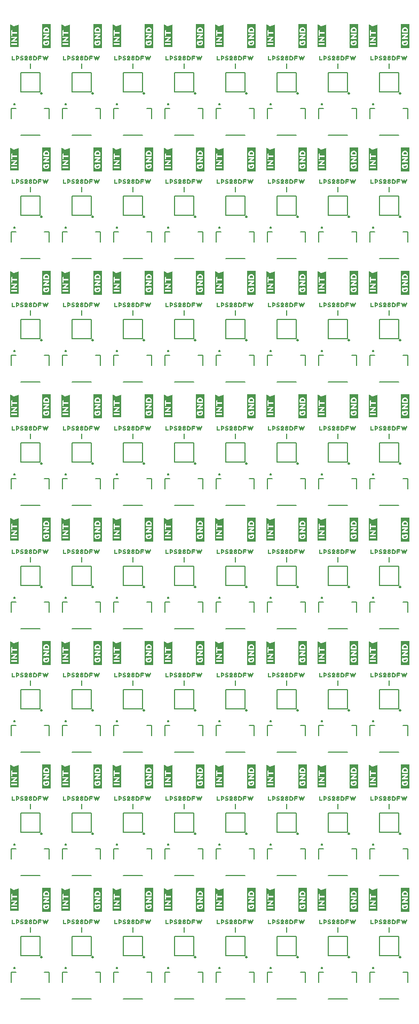
<source format=gto>
G04 EAGLE Gerber RS-274X export*
G75*
%MOMM*%
%FSLAX34Y34*%
%LPD*%
%INSilkscreen Top*%
%IPPOS*%
%AMOC8*
5,1,8,0,0,1.08239X$1,22.5*%
G01*
%ADD10C,0.203200*%
%ADD11C,0.127000*%
%ADD12C,0.200000*%
%ADD13C,0.152400*%

G36*
X232807Y1512147D02*
X232807Y1512147D01*
X232805Y1512150D01*
X232809Y1512152D01*
X232909Y1512752D01*
X232906Y1512757D01*
X232909Y1512760D01*
X232909Y1549960D01*
X232873Y1550007D01*
X232866Y1550002D01*
X232860Y1550009D01*
X219360Y1550009D01*
X219313Y1549973D01*
X219315Y1549970D01*
X219311Y1549968D01*
X219211Y1549368D01*
X219214Y1549363D01*
X219211Y1549360D01*
X219211Y1512160D01*
X219247Y1512113D01*
X219254Y1512118D01*
X219260Y1512111D01*
X232760Y1512111D01*
X232807Y1512147D01*
G37*
G36*
X557927Y1512147D02*
X557927Y1512147D01*
X557925Y1512150D01*
X557929Y1512152D01*
X558029Y1512752D01*
X558026Y1512757D01*
X558029Y1512760D01*
X558029Y1549960D01*
X557993Y1550007D01*
X557986Y1550002D01*
X557980Y1550009D01*
X544480Y1550009D01*
X544433Y1549973D01*
X544435Y1549970D01*
X544431Y1549968D01*
X544331Y1549368D01*
X544334Y1549363D01*
X544331Y1549360D01*
X544331Y1512160D01*
X544367Y1512113D01*
X544374Y1512118D01*
X544380Y1512111D01*
X557880Y1512111D01*
X557927Y1512147D01*
G37*
G36*
X476647Y1512147D02*
X476647Y1512147D01*
X476645Y1512150D01*
X476649Y1512152D01*
X476749Y1512752D01*
X476746Y1512757D01*
X476749Y1512760D01*
X476749Y1549960D01*
X476713Y1550007D01*
X476706Y1550002D01*
X476700Y1550009D01*
X463200Y1550009D01*
X463153Y1549973D01*
X463155Y1549970D01*
X463151Y1549968D01*
X463051Y1549368D01*
X463054Y1549363D01*
X463051Y1549360D01*
X463051Y1512160D01*
X463087Y1512113D01*
X463094Y1512118D01*
X463100Y1512111D01*
X476600Y1512111D01*
X476647Y1512147D01*
G37*
G36*
X70247Y1512147D02*
X70247Y1512147D01*
X70245Y1512150D01*
X70249Y1512152D01*
X70349Y1512752D01*
X70346Y1512757D01*
X70349Y1512760D01*
X70349Y1549960D01*
X70313Y1550007D01*
X70306Y1550002D01*
X70300Y1550009D01*
X56800Y1550009D01*
X56753Y1549973D01*
X56755Y1549970D01*
X56751Y1549968D01*
X56651Y1549368D01*
X56654Y1549363D01*
X56651Y1549360D01*
X56651Y1512160D01*
X56687Y1512113D01*
X56694Y1512118D01*
X56700Y1512111D01*
X70200Y1512111D01*
X70247Y1512147D01*
G37*
G36*
X639207Y1512147D02*
X639207Y1512147D01*
X639205Y1512150D01*
X639209Y1512152D01*
X639309Y1512752D01*
X639306Y1512757D01*
X639309Y1512760D01*
X639309Y1549960D01*
X639273Y1550007D01*
X639266Y1550002D01*
X639260Y1550009D01*
X625760Y1550009D01*
X625713Y1549973D01*
X625715Y1549970D01*
X625711Y1549968D01*
X625611Y1549368D01*
X625614Y1549363D01*
X625611Y1549360D01*
X625611Y1512160D01*
X625647Y1512113D01*
X625654Y1512118D01*
X625660Y1512111D01*
X639160Y1512111D01*
X639207Y1512147D01*
G37*
G36*
X314087Y1512147D02*
X314087Y1512147D01*
X314085Y1512150D01*
X314089Y1512152D01*
X314189Y1512752D01*
X314186Y1512757D01*
X314189Y1512760D01*
X314189Y1549960D01*
X314153Y1550007D01*
X314146Y1550002D01*
X314140Y1550009D01*
X300640Y1550009D01*
X300593Y1549973D01*
X300595Y1549970D01*
X300591Y1549968D01*
X300491Y1549368D01*
X300494Y1549363D01*
X300491Y1549360D01*
X300491Y1512160D01*
X300527Y1512113D01*
X300534Y1512118D01*
X300540Y1512111D01*
X314040Y1512111D01*
X314087Y1512147D01*
G37*
G36*
X395367Y1512147D02*
X395367Y1512147D01*
X395365Y1512150D01*
X395369Y1512152D01*
X395469Y1512752D01*
X395466Y1512757D01*
X395469Y1512760D01*
X395469Y1549960D01*
X395433Y1550007D01*
X395426Y1550002D01*
X395420Y1550009D01*
X381920Y1550009D01*
X381873Y1549973D01*
X381875Y1549970D01*
X381871Y1549968D01*
X381771Y1549368D01*
X381774Y1549363D01*
X381771Y1549360D01*
X381771Y1512160D01*
X381807Y1512113D01*
X381814Y1512118D01*
X381820Y1512111D01*
X395320Y1512111D01*
X395367Y1512147D01*
G37*
G36*
X151527Y1512147D02*
X151527Y1512147D01*
X151525Y1512150D01*
X151529Y1512152D01*
X151629Y1512752D01*
X151626Y1512757D01*
X151629Y1512760D01*
X151629Y1549960D01*
X151593Y1550007D01*
X151586Y1550002D01*
X151580Y1550009D01*
X138080Y1550009D01*
X138033Y1549973D01*
X138035Y1549970D01*
X138031Y1549968D01*
X137931Y1549368D01*
X137934Y1549363D01*
X137931Y1549360D01*
X137931Y1512160D01*
X137967Y1512113D01*
X137974Y1512118D01*
X137980Y1512111D01*
X151480Y1512111D01*
X151527Y1512147D01*
G37*
G36*
X557927Y1120987D02*
X557927Y1120987D01*
X557925Y1120990D01*
X557929Y1120992D01*
X558029Y1121592D01*
X558026Y1121597D01*
X558029Y1121600D01*
X558029Y1158800D01*
X557993Y1158847D01*
X557986Y1158842D01*
X557980Y1158849D01*
X544480Y1158849D01*
X544433Y1158813D01*
X544435Y1158810D01*
X544431Y1158808D01*
X544331Y1158208D01*
X544334Y1158203D01*
X544331Y1158200D01*
X544331Y1121000D01*
X544367Y1120953D01*
X544374Y1120958D01*
X544380Y1120951D01*
X557880Y1120951D01*
X557927Y1120987D01*
G37*
G36*
X395367Y1120987D02*
X395367Y1120987D01*
X395365Y1120990D01*
X395369Y1120992D01*
X395469Y1121592D01*
X395466Y1121597D01*
X395469Y1121600D01*
X395469Y1158800D01*
X395433Y1158847D01*
X395426Y1158842D01*
X395420Y1158849D01*
X381920Y1158849D01*
X381873Y1158813D01*
X381875Y1158810D01*
X381871Y1158808D01*
X381771Y1158208D01*
X381774Y1158203D01*
X381771Y1158200D01*
X381771Y1121000D01*
X381807Y1120953D01*
X381814Y1120958D01*
X381820Y1120951D01*
X395320Y1120951D01*
X395367Y1120987D01*
G37*
G36*
X639207Y1120987D02*
X639207Y1120987D01*
X639205Y1120990D01*
X639209Y1120992D01*
X639309Y1121592D01*
X639306Y1121597D01*
X639309Y1121600D01*
X639309Y1158800D01*
X639273Y1158847D01*
X639266Y1158842D01*
X639260Y1158849D01*
X625760Y1158849D01*
X625713Y1158813D01*
X625715Y1158810D01*
X625711Y1158808D01*
X625611Y1158208D01*
X625614Y1158203D01*
X625611Y1158200D01*
X625611Y1121000D01*
X625647Y1120953D01*
X625654Y1120958D01*
X625660Y1120951D01*
X639160Y1120951D01*
X639207Y1120987D01*
G37*
G36*
X476647Y1120987D02*
X476647Y1120987D01*
X476645Y1120990D01*
X476649Y1120992D01*
X476749Y1121592D01*
X476746Y1121597D01*
X476749Y1121600D01*
X476749Y1158800D01*
X476713Y1158847D01*
X476706Y1158842D01*
X476700Y1158849D01*
X463200Y1158849D01*
X463153Y1158813D01*
X463155Y1158810D01*
X463151Y1158808D01*
X463051Y1158208D01*
X463054Y1158203D01*
X463051Y1158200D01*
X463051Y1121000D01*
X463087Y1120953D01*
X463094Y1120958D01*
X463100Y1120951D01*
X476600Y1120951D01*
X476647Y1120987D01*
G37*
G36*
X314087Y1120987D02*
X314087Y1120987D01*
X314085Y1120990D01*
X314089Y1120992D01*
X314189Y1121592D01*
X314186Y1121597D01*
X314189Y1121600D01*
X314189Y1158800D01*
X314153Y1158847D01*
X314146Y1158842D01*
X314140Y1158849D01*
X300640Y1158849D01*
X300593Y1158813D01*
X300595Y1158810D01*
X300591Y1158808D01*
X300491Y1158208D01*
X300494Y1158203D01*
X300491Y1158200D01*
X300491Y1121000D01*
X300527Y1120953D01*
X300534Y1120958D01*
X300540Y1120951D01*
X314040Y1120951D01*
X314087Y1120987D01*
G37*
G36*
X70247Y1120987D02*
X70247Y1120987D01*
X70245Y1120990D01*
X70249Y1120992D01*
X70349Y1121592D01*
X70346Y1121597D01*
X70349Y1121600D01*
X70349Y1158800D01*
X70313Y1158847D01*
X70306Y1158842D01*
X70300Y1158849D01*
X56800Y1158849D01*
X56753Y1158813D01*
X56755Y1158810D01*
X56751Y1158808D01*
X56651Y1158208D01*
X56654Y1158203D01*
X56651Y1158200D01*
X56651Y1121000D01*
X56687Y1120953D01*
X56694Y1120958D01*
X56700Y1120951D01*
X70200Y1120951D01*
X70247Y1120987D01*
G37*
G36*
X232807Y1120987D02*
X232807Y1120987D01*
X232805Y1120990D01*
X232809Y1120992D01*
X232909Y1121592D01*
X232906Y1121597D01*
X232909Y1121600D01*
X232909Y1158800D01*
X232873Y1158847D01*
X232866Y1158842D01*
X232860Y1158849D01*
X219360Y1158849D01*
X219313Y1158813D01*
X219315Y1158810D01*
X219311Y1158808D01*
X219211Y1158208D01*
X219214Y1158203D01*
X219211Y1158200D01*
X219211Y1121000D01*
X219247Y1120953D01*
X219254Y1120958D01*
X219260Y1120951D01*
X232760Y1120951D01*
X232807Y1120987D01*
G37*
G36*
X151527Y1120987D02*
X151527Y1120987D01*
X151525Y1120990D01*
X151529Y1120992D01*
X151629Y1121592D01*
X151626Y1121597D01*
X151629Y1121600D01*
X151629Y1158800D01*
X151593Y1158847D01*
X151586Y1158842D01*
X151580Y1158849D01*
X138080Y1158849D01*
X138033Y1158813D01*
X138035Y1158810D01*
X138031Y1158808D01*
X137931Y1158208D01*
X137934Y1158203D01*
X137931Y1158200D01*
X137931Y1121000D01*
X137967Y1120953D01*
X137974Y1120958D01*
X137980Y1120951D01*
X151480Y1120951D01*
X151527Y1120987D01*
G37*
G36*
X395367Y534247D02*
X395367Y534247D01*
X395365Y534250D01*
X395369Y534252D01*
X395469Y534852D01*
X395466Y534857D01*
X395469Y534860D01*
X395469Y572060D01*
X395433Y572107D01*
X395426Y572102D01*
X395420Y572109D01*
X381920Y572109D01*
X381873Y572073D01*
X381875Y572070D01*
X381871Y572068D01*
X381771Y571468D01*
X381774Y571463D01*
X381771Y571460D01*
X381771Y534260D01*
X381807Y534213D01*
X381814Y534218D01*
X381820Y534211D01*
X395320Y534211D01*
X395367Y534247D01*
G37*
G36*
X314087Y534247D02*
X314087Y534247D01*
X314085Y534250D01*
X314089Y534252D01*
X314189Y534852D01*
X314186Y534857D01*
X314189Y534860D01*
X314189Y572060D01*
X314153Y572107D01*
X314146Y572102D01*
X314140Y572109D01*
X300640Y572109D01*
X300593Y572073D01*
X300595Y572070D01*
X300591Y572068D01*
X300491Y571468D01*
X300494Y571463D01*
X300491Y571460D01*
X300491Y534260D01*
X300527Y534213D01*
X300534Y534218D01*
X300540Y534211D01*
X314040Y534211D01*
X314087Y534247D01*
G37*
G36*
X639207Y534247D02*
X639207Y534247D01*
X639205Y534250D01*
X639209Y534252D01*
X639309Y534852D01*
X639306Y534857D01*
X639309Y534860D01*
X639309Y572060D01*
X639273Y572107D01*
X639266Y572102D01*
X639260Y572109D01*
X625760Y572109D01*
X625713Y572073D01*
X625715Y572070D01*
X625711Y572068D01*
X625611Y571468D01*
X625614Y571463D01*
X625611Y571460D01*
X625611Y534260D01*
X625647Y534213D01*
X625654Y534218D01*
X625660Y534211D01*
X639160Y534211D01*
X639207Y534247D01*
G37*
G36*
X232807Y534247D02*
X232807Y534247D01*
X232805Y534250D01*
X232809Y534252D01*
X232909Y534852D01*
X232906Y534857D01*
X232909Y534860D01*
X232909Y572060D01*
X232873Y572107D01*
X232866Y572102D01*
X232860Y572109D01*
X219360Y572109D01*
X219313Y572073D01*
X219315Y572070D01*
X219311Y572068D01*
X219211Y571468D01*
X219214Y571463D01*
X219211Y571460D01*
X219211Y534260D01*
X219247Y534213D01*
X219254Y534218D01*
X219260Y534211D01*
X232760Y534211D01*
X232807Y534247D01*
G37*
G36*
X70247Y534247D02*
X70247Y534247D01*
X70245Y534250D01*
X70249Y534252D01*
X70349Y534852D01*
X70346Y534857D01*
X70349Y534860D01*
X70349Y572060D01*
X70313Y572107D01*
X70306Y572102D01*
X70300Y572109D01*
X56800Y572109D01*
X56753Y572073D01*
X56755Y572070D01*
X56751Y572068D01*
X56651Y571468D01*
X56654Y571463D01*
X56651Y571460D01*
X56651Y534260D01*
X56687Y534213D01*
X56694Y534218D01*
X56700Y534211D01*
X70200Y534211D01*
X70247Y534247D01*
G37*
G36*
X476647Y534247D02*
X476647Y534247D01*
X476645Y534250D01*
X476649Y534252D01*
X476749Y534852D01*
X476746Y534857D01*
X476749Y534860D01*
X476749Y572060D01*
X476713Y572107D01*
X476706Y572102D01*
X476700Y572109D01*
X463200Y572109D01*
X463153Y572073D01*
X463155Y572070D01*
X463151Y572068D01*
X463051Y571468D01*
X463054Y571463D01*
X463051Y571460D01*
X463051Y534260D01*
X463087Y534213D01*
X463094Y534218D01*
X463100Y534211D01*
X476600Y534211D01*
X476647Y534247D01*
G37*
G36*
X557927Y534247D02*
X557927Y534247D01*
X557925Y534250D01*
X557929Y534252D01*
X558029Y534852D01*
X558026Y534857D01*
X558029Y534860D01*
X558029Y572060D01*
X557993Y572107D01*
X557986Y572102D01*
X557980Y572109D01*
X544480Y572109D01*
X544433Y572073D01*
X544435Y572070D01*
X544431Y572068D01*
X544331Y571468D01*
X544334Y571463D01*
X544331Y571460D01*
X544331Y534260D01*
X544367Y534213D01*
X544374Y534218D01*
X544380Y534211D01*
X557880Y534211D01*
X557927Y534247D01*
G37*
G36*
X151527Y534247D02*
X151527Y534247D01*
X151525Y534250D01*
X151529Y534252D01*
X151629Y534852D01*
X151626Y534857D01*
X151629Y534860D01*
X151629Y572060D01*
X151593Y572107D01*
X151586Y572102D01*
X151580Y572109D01*
X138080Y572109D01*
X138033Y572073D01*
X138035Y572070D01*
X138031Y572068D01*
X137931Y571468D01*
X137934Y571463D01*
X137931Y571460D01*
X137931Y534260D01*
X137967Y534213D01*
X137974Y534218D01*
X137980Y534211D01*
X151480Y534211D01*
X151527Y534247D01*
G37*
G36*
X395367Y338667D02*
X395367Y338667D01*
X395365Y338670D01*
X395369Y338672D01*
X395469Y339272D01*
X395466Y339277D01*
X395469Y339280D01*
X395469Y376480D01*
X395433Y376527D01*
X395426Y376522D01*
X395420Y376529D01*
X381920Y376529D01*
X381873Y376493D01*
X381875Y376490D01*
X381871Y376488D01*
X381771Y375888D01*
X381774Y375883D01*
X381771Y375880D01*
X381771Y338680D01*
X381807Y338633D01*
X381814Y338638D01*
X381820Y338631D01*
X395320Y338631D01*
X395367Y338667D01*
G37*
G36*
X232807Y338667D02*
X232807Y338667D01*
X232805Y338670D01*
X232809Y338672D01*
X232909Y339272D01*
X232906Y339277D01*
X232909Y339280D01*
X232909Y376480D01*
X232873Y376527D01*
X232866Y376522D01*
X232860Y376529D01*
X219360Y376529D01*
X219313Y376493D01*
X219315Y376490D01*
X219311Y376488D01*
X219211Y375888D01*
X219214Y375883D01*
X219211Y375880D01*
X219211Y338680D01*
X219247Y338633D01*
X219254Y338638D01*
X219260Y338631D01*
X232760Y338631D01*
X232807Y338667D01*
G37*
G36*
X557927Y338667D02*
X557927Y338667D01*
X557925Y338670D01*
X557929Y338672D01*
X558029Y339272D01*
X558026Y339277D01*
X558029Y339280D01*
X558029Y376480D01*
X557993Y376527D01*
X557986Y376522D01*
X557980Y376529D01*
X544480Y376529D01*
X544433Y376493D01*
X544435Y376490D01*
X544431Y376488D01*
X544331Y375888D01*
X544334Y375883D01*
X544331Y375880D01*
X544331Y338680D01*
X544367Y338633D01*
X544374Y338638D01*
X544380Y338631D01*
X557880Y338631D01*
X557927Y338667D01*
G37*
G36*
X151527Y338667D02*
X151527Y338667D01*
X151525Y338670D01*
X151529Y338672D01*
X151629Y339272D01*
X151626Y339277D01*
X151629Y339280D01*
X151629Y376480D01*
X151593Y376527D01*
X151586Y376522D01*
X151580Y376529D01*
X138080Y376529D01*
X138033Y376493D01*
X138035Y376490D01*
X138031Y376488D01*
X137931Y375888D01*
X137934Y375883D01*
X137931Y375880D01*
X137931Y338680D01*
X137967Y338633D01*
X137974Y338638D01*
X137980Y338631D01*
X151480Y338631D01*
X151527Y338667D01*
G37*
G36*
X70247Y338667D02*
X70247Y338667D01*
X70245Y338670D01*
X70249Y338672D01*
X70349Y339272D01*
X70346Y339277D01*
X70349Y339280D01*
X70349Y376480D01*
X70313Y376527D01*
X70306Y376522D01*
X70300Y376529D01*
X56800Y376529D01*
X56753Y376493D01*
X56755Y376490D01*
X56751Y376488D01*
X56651Y375888D01*
X56654Y375883D01*
X56651Y375880D01*
X56651Y338680D01*
X56687Y338633D01*
X56694Y338638D01*
X56700Y338631D01*
X70200Y338631D01*
X70247Y338667D01*
G37*
G36*
X639207Y338667D02*
X639207Y338667D01*
X639205Y338670D01*
X639209Y338672D01*
X639309Y339272D01*
X639306Y339277D01*
X639309Y339280D01*
X639309Y376480D01*
X639273Y376527D01*
X639266Y376522D01*
X639260Y376529D01*
X625760Y376529D01*
X625713Y376493D01*
X625715Y376490D01*
X625711Y376488D01*
X625611Y375888D01*
X625614Y375883D01*
X625611Y375880D01*
X625611Y338680D01*
X625647Y338633D01*
X625654Y338638D01*
X625660Y338631D01*
X639160Y338631D01*
X639207Y338667D01*
G37*
G36*
X476647Y338667D02*
X476647Y338667D01*
X476645Y338670D01*
X476649Y338672D01*
X476749Y339272D01*
X476746Y339277D01*
X476749Y339280D01*
X476749Y376480D01*
X476713Y376527D01*
X476706Y376522D01*
X476700Y376529D01*
X463200Y376529D01*
X463153Y376493D01*
X463155Y376490D01*
X463151Y376488D01*
X463051Y375888D01*
X463054Y375883D01*
X463051Y375880D01*
X463051Y338680D01*
X463087Y338633D01*
X463094Y338638D01*
X463100Y338631D01*
X476600Y338631D01*
X476647Y338667D01*
G37*
G36*
X314087Y338667D02*
X314087Y338667D01*
X314085Y338670D01*
X314089Y338672D01*
X314189Y339272D01*
X314186Y339277D01*
X314189Y339280D01*
X314189Y376480D01*
X314153Y376527D01*
X314146Y376522D01*
X314140Y376529D01*
X300640Y376529D01*
X300593Y376493D01*
X300595Y376490D01*
X300591Y376488D01*
X300491Y375888D01*
X300494Y375883D01*
X300491Y375880D01*
X300491Y338680D01*
X300527Y338633D01*
X300534Y338638D01*
X300540Y338631D01*
X314040Y338631D01*
X314087Y338667D01*
G37*
G36*
X314087Y143087D02*
X314087Y143087D01*
X314085Y143090D01*
X314089Y143092D01*
X314189Y143692D01*
X314186Y143697D01*
X314189Y143700D01*
X314189Y180900D01*
X314153Y180947D01*
X314146Y180942D01*
X314140Y180949D01*
X300640Y180949D01*
X300593Y180913D01*
X300595Y180910D01*
X300591Y180908D01*
X300491Y180308D01*
X300494Y180303D01*
X300491Y180300D01*
X300491Y143100D01*
X300527Y143053D01*
X300534Y143058D01*
X300540Y143051D01*
X314040Y143051D01*
X314087Y143087D01*
G37*
G36*
X639207Y143087D02*
X639207Y143087D01*
X639205Y143090D01*
X639209Y143092D01*
X639309Y143692D01*
X639306Y143697D01*
X639309Y143700D01*
X639309Y180900D01*
X639273Y180947D01*
X639266Y180942D01*
X639260Y180949D01*
X625760Y180949D01*
X625713Y180913D01*
X625715Y180910D01*
X625711Y180908D01*
X625611Y180308D01*
X625614Y180303D01*
X625611Y180300D01*
X625611Y143100D01*
X625647Y143053D01*
X625654Y143058D01*
X625660Y143051D01*
X639160Y143051D01*
X639207Y143087D01*
G37*
G36*
X395367Y143087D02*
X395367Y143087D01*
X395365Y143090D01*
X395369Y143092D01*
X395469Y143692D01*
X395466Y143697D01*
X395469Y143700D01*
X395469Y180900D01*
X395433Y180947D01*
X395426Y180942D01*
X395420Y180949D01*
X381920Y180949D01*
X381873Y180913D01*
X381875Y180910D01*
X381871Y180908D01*
X381771Y180308D01*
X381774Y180303D01*
X381771Y180300D01*
X381771Y143100D01*
X381807Y143053D01*
X381814Y143058D01*
X381820Y143051D01*
X395320Y143051D01*
X395367Y143087D01*
G37*
G36*
X476647Y143087D02*
X476647Y143087D01*
X476645Y143090D01*
X476649Y143092D01*
X476749Y143692D01*
X476746Y143697D01*
X476749Y143700D01*
X476749Y180900D01*
X476713Y180947D01*
X476706Y180942D01*
X476700Y180949D01*
X463200Y180949D01*
X463153Y180913D01*
X463155Y180910D01*
X463151Y180908D01*
X463051Y180308D01*
X463054Y180303D01*
X463051Y180300D01*
X463051Y143100D01*
X463087Y143053D01*
X463094Y143058D01*
X463100Y143051D01*
X476600Y143051D01*
X476647Y143087D01*
G37*
G36*
X557927Y143087D02*
X557927Y143087D01*
X557925Y143090D01*
X557929Y143092D01*
X558029Y143692D01*
X558026Y143697D01*
X558029Y143700D01*
X558029Y180900D01*
X557993Y180947D01*
X557986Y180942D01*
X557980Y180949D01*
X544480Y180949D01*
X544433Y180913D01*
X544435Y180910D01*
X544431Y180908D01*
X544331Y180308D01*
X544334Y180303D01*
X544331Y180300D01*
X544331Y143100D01*
X544367Y143053D01*
X544374Y143058D01*
X544380Y143051D01*
X557880Y143051D01*
X557927Y143087D01*
G37*
G36*
X232807Y143087D02*
X232807Y143087D01*
X232805Y143090D01*
X232809Y143092D01*
X232909Y143692D01*
X232906Y143697D01*
X232909Y143700D01*
X232909Y180900D01*
X232873Y180947D01*
X232866Y180942D01*
X232860Y180949D01*
X219360Y180949D01*
X219313Y180913D01*
X219315Y180910D01*
X219311Y180908D01*
X219211Y180308D01*
X219214Y180303D01*
X219211Y180300D01*
X219211Y143100D01*
X219247Y143053D01*
X219254Y143058D01*
X219260Y143051D01*
X232760Y143051D01*
X232807Y143087D01*
G37*
G36*
X151527Y143087D02*
X151527Y143087D01*
X151525Y143090D01*
X151529Y143092D01*
X151629Y143692D01*
X151626Y143697D01*
X151629Y143700D01*
X151629Y180900D01*
X151593Y180947D01*
X151586Y180942D01*
X151580Y180949D01*
X138080Y180949D01*
X138033Y180913D01*
X138035Y180910D01*
X138031Y180908D01*
X137931Y180308D01*
X137934Y180303D01*
X137931Y180300D01*
X137931Y143100D01*
X137967Y143053D01*
X137974Y143058D01*
X137980Y143051D01*
X151480Y143051D01*
X151527Y143087D01*
G37*
G36*
X70247Y143087D02*
X70247Y143087D01*
X70245Y143090D01*
X70249Y143092D01*
X70349Y143692D01*
X70346Y143697D01*
X70349Y143700D01*
X70349Y180900D01*
X70313Y180947D01*
X70306Y180942D01*
X70300Y180949D01*
X56800Y180949D01*
X56753Y180913D01*
X56755Y180910D01*
X56751Y180908D01*
X56651Y180308D01*
X56654Y180303D01*
X56651Y180300D01*
X56651Y143100D01*
X56687Y143053D01*
X56694Y143058D01*
X56700Y143051D01*
X70200Y143051D01*
X70247Y143087D01*
G37*
G36*
X476647Y729827D02*
X476647Y729827D01*
X476645Y729830D01*
X476649Y729832D01*
X476749Y730432D01*
X476746Y730437D01*
X476749Y730440D01*
X476749Y767640D01*
X476713Y767687D01*
X476706Y767682D01*
X476700Y767689D01*
X463200Y767689D01*
X463153Y767653D01*
X463155Y767650D01*
X463151Y767648D01*
X463051Y767048D01*
X463054Y767043D01*
X463051Y767040D01*
X463051Y729840D01*
X463087Y729793D01*
X463094Y729798D01*
X463100Y729791D01*
X476600Y729791D01*
X476647Y729827D01*
G37*
G36*
X70247Y729827D02*
X70247Y729827D01*
X70245Y729830D01*
X70249Y729832D01*
X70349Y730432D01*
X70346Y730437D01*
X70349Y730440D01*
X70349Y767640D01*
X70313Y767687D01*
X70306Y767682D01*
X70300Y767689D01*
X56800Y767689D01*
X56753Y767653D01*
X56755Y767650D01*
X56751Y767648D01*
X56651Y767048D01*
X56654Y767043D01*
X56651Y767040D01*
X56651Y729840D01*
X56687Y729793D01*
X56694Y729798D01*
X56700Y729791D01*
X70200Y729791D01*
X70247Y729827D01*
G37*
G36*
X557927Y729827D02*
X557927Y729827D01*
X557925Y729830D01*
X557929Y729832D01*
X558029Y730432D01*
X558026Y730437D01*
X558029Y730440D01*
X558029Y767640D01*
X557993Y767687D01*
X557986Y767682D01*
X557980Y767689D01*
X544480Y767689D01*
X544433Y767653D01*
X544435Y767650D01*
X544431Y767648D01*
X544331Y767048D01*
X544334Y767043D01*
X544331Y767040D01*
X544331Y729840D01*
X544367Y729793D01*
X544374Y729798D01*
X544380Y729791D01*
X557880Y729791D01*
X557927Y729827D01*
G37*
G36*
X232807Y729827D02*
X232807Y729827D01*
X232805Y729830D01*
X232809Y729832D01*
X232909Y730432D01*
X232906Y730437D01*
X232909Y730440D01*
X232909Y767640D01*
X232873Y767687D01*
X232866Y767682D01*
X232860Y767689D01*
X219360Y767689D01*
X219313Y767653D01*
X219315Y767650D01*
X219311Y767648D01*
X219211Y767048D01*
X219214Y767043D01*
X219211Y767040D01*
X219211Y729840D01*
X219247Y729793D01*
X219254Y729798D01*
X219260Y729791D01*
X232760Y729791D01*
X232807Y729827D01*
G37*
G36*
X151527Y729827D02*
X151527Y729827D01*
X151525Y729830D01*
X151529Y729832D01*
X151629Y730432D01*
X151626Y730437D01*
X151629Y730440D01*
X151629Y767640D01*
X151593Y767687D01*
X151586Y767682D01*
X151580Y767689D01*
X138080Y767689D01*
X138033Y767653D01*
X138035Y767650D01*
X138031Y767648D01*
X137931Y767048D01*
X137934Y767043D01*
X137931Y767040D01*
X137931Y729840D01*
X137967Y729793D01*
X137974Y729798D01*
X137980Y729791D01*
X151480Y729791D01*
X151527Y729827D01*
G37*
G36*
X639207Y729827D02*
X639207Y729827D01*
X639205Y729830D01*
X639209Y729832D01*
X639309Y730432D01*
X639306Y730437D01*
X639309Y730440D01*
X639309Y767640D01*
X639273Y767687D01*
X639266Y767682D01*
X639260Y767689D01*
X625760Y767689D01*
X625713Y767653D01*
X625715Y767650D01*
X625711Y767648D01*
X625611Y767048D01*
X625614Y767043D01*
X625611Y767040D01*
X625611Y729840D01*
X625647Y729793D01*
X625654Y729798D01*
X625660Y729791D01*
X639160Y729791D01*
X639207Y729827D01*
G37*
G36*
X314087Y729827D02*
X314087Y729827D01*
X314085Y729830D01*
X314089Y729832D01*
X314189Y730432D01*
X314186Y730437D01*
X314189Y730440D01*
X314189Y767640D01*
X314153Y767687D01*
X314146Y767682D01*
X314140Y767689D01*
X300640Y767689D01*
X300593Y767653D01*
X300595Y767650D01*
X300591Y767648D01*
X300491Y767048D01*
X300494Y767043D01*
X300491Y767040D01*
X300491Y729840D01*
X300527Y729793D01*
X300534Y729798D01*
X300540Y729791D01*
X314040Y729791D01*
X314087Y729827D01*
G37*
G36*
X395367Y729827D02*
X395367Y729827D01*
X395365Y729830D01*
X395369Y729832D01*
X395469Y730432D01*
X395466Y730437D01*
X395469Y730440D01*
X395469Y767640D01*
X395433Y767687D01*
X395426Y767682D01*
X395420Y767689D01*
X381920Y767689D01*
X381873Y767653D01*
X381875Y767650D01*
X381871Y767648D01*
X381771Y767048D01*
X381774Y767043D01*
X381771Y767040D01*
X381771Y729840D01*
X381807Y729793D01*
X381814Y729798D01*
X381820Y729791D01*
X395320Y729791D01*
X395367Y729827D01*
G37*
G36*
X232807Y1316567D02*
X232807Y1316567D01*
X232805Y1316570D01*
X232809Y1316572D01*
X232909Y1317172D01*
X232906Y1317177D01*
X232909Y1317180D01*
X232909Y1354380D01*
X232873Y1354427D01*
X232866Y1354422D01*
X232860Y1354429D01*
X219360Y1354429D01*
X219313Y1354393D01*
X219315Y1354390D01*
X219311Y1354388D01*
X219211Y1353788D01*
X219214Y1353783D01*
X219211Y1353780D01*
X219211Y1316580D01*
X219247Y1316533D01*
X219254Y1316538D01*
X219260Y1316531D01*
X232760Y1316531D01*
X232807Y1316567D01*
G37*
G36*
X557927Y1316567D02*
X557927Y1316567D01*
X557925Y1316570D01*
X557929Y1316572D01*
X558029Y1317172D01*
X558026Y1317177D01*
X558029Y1317180D01*
X558029Y1354380D01*
X557993Y1354427D01*
X557986Y1354422D01*
X557980Y1354429D01*
X544480Y1354429D01*
X544433Y1354393D01*
X544435Y1354390D01*
X544431Y1354388D01*
X544331Y1353788D01*
X544334Y1353783D01*
X544331Y1353780D01*
X544331Y1316580D01*
X544367Y1316533D01*
X544374Y1316538D01*
X544380Y1316531D01*
X557880Y1316531D01*
X557927Y1316567D01*
G37*
G36*
X70247Y1316567D02*
X70247Y1316567D01*
X70245Y1316570D01*
X70249Y1316572D01*
X70349Y1317172D01*
X70346Y1317177D01*
X70349Y1317180D01*
X70349Y1354380D01*
X70313Y1354427D01*
X70306Y1354422D01*
X70300Y1354429D01*
X56800Y1354429D01*
X56753Y1354393D01*
X56755Y1354390D01*
X56751Y1354388D01*
X56651Y1353788D01*
X56654Y1353783D01*
X56651Y1353780D01*
X56651Y1316580D01*
X56687Y1316533D01*
X56694Y1316538D01*
X56700Y1316531D01*
X70200Y1316531D01*
X70247Y1316567D01*
G37*
G36*
X639207Y1316567D02*
X639207Y1316567D01*
X639205Y1316570D01*
X639209Y1316572D01*
X639309Y1317172D01*
X639306Y1317177D01*
X639309Y1317180D01*
X639309Y1354380D01*
X639273Y1354427D01*
X639266Y1354422D01*
X639260Y1354429D01*
X625760Y1354429D01*
X625713Y1354393D01*
X625715Y1354390D01*
X625711Y1354388D01*
X625611Y1353788D01*
X625614Y1353783D01*
X625611Y1353780D01*
X625611Y1316580D01*
X625647Y1316533D01*
X625654Y1316538D01*
X625660Y1316531D01*
X639160Y1316531D01*
X639207Y1316567D01*
G37*
G36*
X476647Y1316567D02*
X476647Y1316567D01*
X476645Y1316570D01*
X476649Y1316572D01*
X476749Y1317172D01*
X476746Y1317177D01*
X476749Y1317180D01*
X476749Y1354380D01*
X476713Y1354427D01*
X476706Y1354422D01*
X476700Y1354429D01*
X463200Y1354429D01*
X463153Y1354393D01*
X463155Y1354390D01*
X463151Y1354388D01*
X463051Y1353788D01*
X463054Y1353783D01*
X463051Y1353780D01*
X463051Y1316580D01*
X463087Y1316533D01*
X463094Y1316538D01*
X463100Y1316531D01*
X476600Y1316531D01*
X476647Y1316567D01*
G37*
G36*
X395367Y1316567D02*
X395367Y1316567D01*
X395365Y1316570D01*
X395369Y1316572D01*
X395469Y1317172D01*
X395466Y1317177D01*
X395469Y1317180D01*
X395469Y1354380D01*
X395433Y1354427D01*
X395426Y1354422D01*
X395420Y1354429D01*
X381920Y1354429D01*
X381873Y1354393D01*
X381875Y1354390D01*
X381871Y1354388D01*
X381771Y1353788D01*
X381774Y1353783D01*
X381771Y1353780D01*
X381771Y1316580D01*
X381807Y1316533D01*
X381814Y1316538D01*
X381820Y1316531D01*
X395320Y1316531D01*
X395367Y1316567D01*
G37*
G36*
X151527Y1316567D02*
X151527Y1316567D01*
X151525Y1316570D01*
X151529Y1316572D01*
X151629Y1317172D01*
X151626Y1317177D01*
X151629Y1317180D01*
X151629Y1354380D01*
X151593Y1354427D01*
X151586Y1354422D01*
X151580Y1354429D01*
X138080Y1354429D01*
X138033Y1354393D01*
X138035Y1354390D01*
X138031Y1354388D01*
X137931Y1353788D01*
X137934Y1353783D01*
X137931Y1353780D01*
X137931Y1316580D01*
X137967Y1316533D01*
X137974Y1316538D01*
X137980Y1316531D01*
X151480Y1316531D01*
X151527Y1316567D01*
G37*
G36*
X314087Y1316567D02*
X314087Y1316567D01*
X314085Y1316570D01*
X314089Y1316572D01*
X314189Y1317172D01*
X314186Y1317177D01*
X314189Y1317180D01*
X314189Y1354380D01*
X314153Y1354427D01*
X314146Y1354422D01*
X314140Y1354429D01*
X300640Y1354429D01*
X300593Y1354393D01*
X300595Y1354390D01*
X300591Y1354388D01*
X300491Y1353788D01*
X300494Y1353783D01*
X300491Y1353780D01*
X300491Y1316580D01*
X300527Y1316533D01*
X300534Y1316538D01*
X300540Y1316531D01*
X314040Y1316531D01*
X314087Y1316567D01*
G37*
G36*
X557927Y925407D02*
X557927Y925407D01*
X557925Y925410D01*
X557929Y925412D01*
X558029Y926012D01*
X558026Y926017D01*
X558029Y926020D01*
X558029Y963220D01*
X557993Y963267D01*
X557986Y963262D01*
X557980Y963269D01*
X544480Y963269D01*
X544433Y963233D01*
X544435Y963230D01*
X544431Y963228D01*
X544331Y962628D01*
X544334Y962623D01*
X544331Y962620D01*
X544331Y925420D01*
X544367Y925373D01*
X544374Y925378D01*
X544380Y925371D01*
X557880Y925371D01*
X557927Y925407D01*
G37*
G36*
X151527Y925407D02*
X151527Y925407D01*
X151525Y925410D01*
X151529Y925412D01*
X151629Y926012D01*
X151626Y926017D01*
X151629Y926020D01*
X151629Y963220D01*
X151593Y963267D01*
X151586Y963262D01*
X151580Y963269D01*
X138080Y963269D01*
X138033Y963233D01*
X138035Y963230D01*
X138031Y963228D01*
X137931Y962628D01*
X137934Y962623D01*
X137931Y962620D01*
X137931Y925420D01*
X137967Y925373D01*
X137974Y925378D01*
X137980Y925371D01*
X151480Y925371D01*
X151527Y925407D01*
G37*
G36*
X639207Y925407D02*
X639207Y925407D01*
X639205Y925410D01*
X639209Y925412D01*
X639309Y926012D01*
X639306Y926017D01*
X639309Y926020D01*
X639309Y963220D01*
X639273Y963267D01*
X639266Y963262D01*
X639260Y963269D01*
X625760Y963269D01*
X625713Y963233D01*
X625715Y963230D01*
X625711Y963228D01*
X625611Y962628D01*
X625614Y962623D01*
X625611Y962620D01*
X625611Y925420D01*
X625647Y925373D01*
X625654Y925378D01*
X625660Y925371D01*
X639160Y925371D01*
X639207Y925407D01*
G37*
G36*
X476647Y925407D02*
X476647Y925407D01*
X476645Y925410D01*
X476649Y925412D01*
X476749Y926012D01*
X476746Y926017D01*
X476749Y926020D01*
X476749Y963220D01*
X476713Y963267D01*
X476706Y963262D01*
X476700Y963269D01*
X463200Y963269D01*
X463153Y963233D01*
X463155Y963230D01*
X463151Y963228D01*
X463051Y962628D01*
X463054Y962623D01*
X463051Y962620D01*
X463051Y925420D01*
X463087Y925373D01*
X463094Y925378D01*
X463100Y925371D01*
X476600Y925371D01*
X476647Y925407D01*
G37*
G36*
X314087Y925407D02*
X314087Y925407D01*
X314085Y925410D01*
X314089Y925412D01*
X314189Y926012D01*
X314186Y926017D01*
X314189Y926020D01*
X314189Y963220D01*
X314153Y963267D01*
X314146Y963262D01*
X314140Y963269D01*
X300640Y963269D01*
X300593Y963233D01*
X300595Y963230D01*
X300591Y963228D01*
X300491Y962628D01*
X300494Y962623D01*
X300491Y962620D01*
X300491Y925420D01*
X300527Y925373D01*
X300534Y925378D01*
X300540Y925371D01*
X314040Y925371D01*
X314087Y925407D01*
G37*
G36*
X70247Y925407D02*
X70247Y925407D01*
X70245Y925410D01*
X70249Y925412D01*
X70349Y926012D01*
X70346Y926017D01*
X70349Y926020D01*
X70349Y963220D01*
X70313Y963267D01*
X70306Y963262D01*
X70300Y963269D01*
X56800Y963269D01*
X56753Y963233D01*
X56755Y963230D01*
X56751Y963228D01*
X56651Y962628D01*
X56654Y962623D01*
X56651Y962620D01*
X56651Y925420D01*
X56687Y925373D01*
X56694Y925378D01*
X56700Y925371D01*
X70200Y925371D01*
X70247Y925407D01*
G37*
G36*
X395367Y925407D02*
X395367Y925407D01*
X395365Y925410D01*
X395369Y925412D01*
X395469Y926012D01*
X395466Y926017D01*
X395469Y926020D01*
X395469Y963220D01*
X395433Y963267D01*
X395426Y963262D01*
X395420Y963269D01*
X381920Y963269D01*
X381873Y963233D01*
X381875Y963230D01*
X381871Y963228D01*
X381771Y962628D01*
X381774Y962623D01*
X381771Y962620D01*
X381771Y925420D01*
X381807Y925373D01*
X381814Y925378D01*
X381820Y925371D01*
X395320Y925371D01*
X395367Y925407D01*
G37*
G36*
X232807Y925407D02*
X232807Y925407D01*
X232805Y925410D01*
X232809Y925412D01*
X232909Y926012D01*
X232906Y926017D01*
X232909Y926020D01*
X232909Y963220D01*
X232873Y963267D01*
X232866Y963262D01*
X232860Y963269D01*
X219360Y963269D01*
X219313Y963233D01*
X219315Y963230D01*
X219311Y963228D01*
X219211Y962628D01*
X219214Y962623D01*
X219211Y962620D01*
X219211Y925420D01*
X219247Y925373D01*
X219254Y925378D01*
X219260Y925371D01*
X232760Y925371D01*
X232807Y925407D01*
G37*
G36*
X100291Y1513389D02*
X100291Y1513389D01*
X100298Y1513384D01*
X100798Y1513584D01*
X100813Y1513608D01*
X100820Y1513614D01*
X100818Y1513617D01*
X100823Y1513625D01*
X100829Y1513630D01*
X100829Y1548930D01*
X100817Y1548946D01*
X100821Y1548957D01*
X100621Y1549257D01*
X100565Y1549277D01*
X100563Y1549272D01*
X100558Y1549274D01*
X94461Y1546276D01*
X93884Y1546083D01*
X87802Y1549174D01*
X87797Y1549173D01*
X87796Y1549177D01*
X87196Y1549377D01*
X87194Y1549376D01*
X87193Y1549377D01*
X87190Y1549375D01*
X87139Y1549358D01*
X87145Y1549341D01*
X87131Y1549330D01*
X87131Y1513830D01*
X87144Y1513812D01*
X87141Y1513800D01*
X87441Y1513400D01*
X87472Y1513392D01*
X87480Y1513381D01*
X100280Y1513381D01*
X100291Y1513389D01*
G37*
G36*
X425411Y1513389D02*
X425411Y1513389D01*
X425418Y1513384D01*
X425918Y1513584D01*
X425933Y1513608D01*
X425940Y1513614D01*
X425938Y1513617D01*
X425943Y1513625D01*
X425949Y1513630D01*
X425949Y1548930D01*
X425937Y1548946D01*
X425941Y1548957D01*
X425741Y1549257D01*
X425685Y1549277D01*
X425683Y1549272D01*
X425678Y1549274D01*
X419581Y1546276D01*
X419004Y1546083D01*
X412922Y1549174D01*
X412917Y1549173D01*
X412916Y1549177D01*
X412316Y1549377D01*
X412314Y1549376D01*
X412313Y1549377D01*
X412310Y1549375D01*
X412259Y1549358D01*
X412265Y1549341D01*
X412251Y1549330D01*
X412251Y1513830D01*
X412264Y1513812D01*
X412261Y1513800D01*
X412561Y1513400D01*
X412592Y1513392D01*
X412600Y1513381D01*
X425400Y1513381D01*
X425411Y1513389D01*
G37*
G36*
X506691Y1513389D02*
X506691Y1513389D01*
X506698Y1513384D01*
X507198Y1513584D01*
X507213Y1513608D01*
X507220Y1513614D01*
X507218Y1513617D01*
X507223Y1513625D01*
X507229Y1513630D01*
X507229Y1548930D01*
X507217Y1548946D01*
X507221Y1548957D01*
X507021Y1549257D01*
X506965Y1549277D01*
X506963Y1549272D01*
X506958Y1549274D01*
X500861Y1546276D01*
X500284Y1546083D01*
X494202Y1549174D01*
X494197Y1549173D01*
X494196Y1549177D01*
X493596Y1549377D01*
X493594Y1549376D01*
X493593Y1549377D01*
X493590Y1549375D01*
X493539Y1549358D01*
X493545Y1549341D01*
X493531Y1549330D01*
X493531Y1513830D01*
X493544Y1513812D01*
X493541Y1513800D01*
X493841Y1513400D01*
X493872Y1513392D01*
X493880Y1513381D01*
X506680Y1513381D01*
X506691Y1513389D01*
G37*
G36*
X344131Y1513389D02*
X344131Y1513389D01*
X344138Y1513384D01*
X344638Y1513584D01*
X344653Y1513608D01*
X344660Y1513614D01*
X344658Y1513617D01*
X344663Y1513625D01*
X344669Y1513630D01*
X344669Y1548930D01*
X344657Y1548946D01*
X344661Y1548957D01*
X344461Y1549257D01*
X344405Y1549277D01*
X344403Y1549272D01*
X344398Y1549274D01*
X338301Y1546276D01*
X337724Y1546083D01*
X331642Y1549174D01*
X331637Y1549173D01*
X331636Y1549177D01*
X331036Y1549377D01*
X331034Y1549376D01*
X331033Y1549377D01*
X331030Y1549375D01*
X330979Y1549358D01*
X330985Y1549341D01*
X330971Y1549330D01*
X330971Y1513830D01*
X330984Y1513812D01*
X330981Y1513800D01*
X331281Y1513400D01*
X331312Y1513392D01*
X331320Y1513381D01*
X344120Y1513381D01*
X344131Y1513389D01*
G37*
G36*
X587971Y1513389D02*
X587971Y1513389D01*
X587978Y1513384D01*
X588478Y1513584D01*
X588493Y1513608D01*
X588500Y1513614D01*
X588498Y1513617D01*
X588503Y1513625D01*
X588509Y1513630D01*
X588509Y1548930D01*
X588497Y1548946D01*
X588501Y1548957D01*
X588301Y1549257D01*
X588245Y1549277D01*
X588243Y1549272D01*
X588238Y1549274D01*
X582141Y1546276D01*
X581564Y1546083D01*
X575482Y1549174D01*
X575477Y1549173D01*
X575476Y1549177D01*
X574876Y1549377D01*
X574874Y1549376D01*
X574873Y1549377D01*
X574870Y1549375D01*
X574819Y1549358D01*
X574825Y1549341D01*
X574811Y1549330D01*
X574811Y1513830D01*
X574824Y1513812D01*
X574821Y1513800D01*
X575121Y1513400D01*
X575152Y1513392D01*
X575160Y1513381D01*
X587960Y1513381D01*
X587971Y1513389D01*
G37*
G36*
X262851Y1513389D02*
X262851Y1513389D01*
X262858Y1513384D01*
X263358Y1513584D01*
X263373Y1513608D01*
X263380Y1513614D01*
X263378Y1513617D01*
X263383Y1513625D01*
X263389Y1513630D01*
X263389Y1548930D01*
X263377Y1548946D01*
X263381Y1548957D01*
X263181Y1549257D01*
X263125Y1549277D01*
X263123Y1549272D01*
X263118Y1549274D01*
X257021Y1546276D01*
X256444Y1546083D01*
X250362Y1549174D01*
X250357Y1549173D01*
X250356Y1549177D01*
X249756Y1549377D01*
X249754Y1549376D01*
X249753Y1549377D01*
X249750Y1549375D01*
X249699Y1549358D01*
X249705Y1549341D01*
X249691Y1549330D01*
X249691Y1513830D01*
X249704Y1513812D01*
X249701Y1513800D01*
X250001Y1513400D01*
X250032Y1513392D01*
X250040Y1513381D01*
X262840Y1513381D01*
X262851Y1513389D01*
G37*
G36*
X19011Y1513389D02*
X19011Y1513389D01*
X19018Y1513384D01*
X19518Y1513584D01*
X19533Y1513608D01*
X19540Y1513614D01*
X19538Y1513617D01*
X19543Y1513625D01*
X19549Y1513630D01*
X19549Y1548930D01*
X19537Y1548946D01*
X19541Y1548957D01*
X19341Y1549257D01*
X19285Y1549277D01*
X19283Y1549272D01*
X19278Y1549274D01*
X13181Y1546276D01*
X12604Y1546083D01*
X6522Y1549174D01*
X6517Y1549173D01*
X6516Y1549177D01*
X5916Y1549377D01*
X5914Y1549376D01*
X5913Y1549377D01*
X5910Y1549375D01*
X5859Y1549358D01*
X5865Y1549341D01*
X5851Y1549330D01*
X5851Y1513830D01*
X5864Y1513812D01*
X5861Y1513800D01*
X6161Y1513400D01*
X6192Y1513392D01*
X6200Y1513381D01*
X19000Y1513381D01*
X19011Y1513389D01*
G37*
G36*
X181571Y1513389D02*
X181571Y1513389D01*
X181578Y1513384D01*
X182078Y1513584D01*
X182093Y1513608D01*
X182100Y1513614D01*
X182098Y1513617D01*
X182103Y1513625D01*
X182109Y1513630D01*
X182109Y1548930D01*
X182097Y1548946D01*
X182101Y1548957D01*
X181901Y1549257D01*
X181845Y1549277D01*
X181843Y1549272D01*
X181838Y1549274D01*
X175741Y1546276D01*
X175164Y1546083D01*
X169082Y1549174D01*
X169077Y1549173D01*
X169076Y1549177D01*
X168476Y1549377D01*
X168474Y1549376D01*
X168473Y1549377D01*
X168470Y1549375D01*
X168419Y1549358D01*
X168425Y1549341D01*
X168411Y1549330D01*
X168411Y1513830D01*
X168424Y1513812D01*
X168421Y1513800D01*
X168721Y1513400D01*
X168752Y1513392D01*
X168760Y1513381D01*
X181560Y1513381D01*
X181571Y1513389D01*
G37*
G36*
X587971Y144329D02*
X587971Y144329D01*
X587978Y144324D01*
X588478Y144524D01*
X588493Y144548D01*
X588500Y144554D01*
X588498Y144557D01*
X588503Y144565D01*
X588509Y144570D01*
X588509Y179870D01*
X588497Y179886D01*
X588501Y179897D01*
X588301Y180197D01*
X588245Y180217D01*
X588243Y180212D01*
X588238Y180214D01*
X582141Y177216D01*
X581564Y177023D01*
X575482Y180114D01*
X575477Y180113D01*
X575476Y180117D01*
X574876Y180317D01*
X574874Y180316D01*
X574873Y180317D01*
X574870Y180315D01*
X574819Y180298D01*
X574825Y180281D01*
X574811Y180270D01*
X574811Y144770D01*
X574824Y144752D01*
X574821Y144740D01*
X575121Y144340D01*
X575152Y144332D01*
X575160Y144321D01*
X587960Y144321D01*
X587971Y144329D01*
G37*
G36*
X181571Y144329D02*
X181571Y144329D01*
X181578Y144324D01*
X182078Y144524D01*
X182093Y144548D01*
X182100Y144554D01*
X182098Y144557D01*
X182103Y144565D01*
X182109Y144570D01*
X182109Y179870D01*
X182097Y179886D01*
X182101Y179897D01*
X181901Y180197D01*
X181845Y180217D01*
X181843Y180212D01*
X181838Y180214D01*
X175741Y177216D01*
X175164Y177023D01*
X169082Y180114D01*
X169077Y180113D01*
X169076Y180117D01*
X168476Y180317D01*
X168474Y180316D01*
X168473Y180317D01*
X168470Y180315D01*
X168419Y180298D01*
X168425Y180281D01*
X168411Y180270D01*
X168411Y144770D01*
X168424Y144752D01*
X168421Y144740D01*
X168721Y144340D01*
X168752Y144332D01*
X168760Y144321D01*
X181560Y144321D01*
X181571Y144329D01*
G37*
G36*
X506691Y144329D02*
X506691Y144329D01*
X506698Y144324D01*
X507198Y144524D01*
X507213Y144548D01*
X507220Y144554D01*
X507218Y144557D01*
X507223Y144565D01*
X507229Y144570D01*
X507229Y179870D01*
X507217Y179886D01*
X507221Y179897D01*
X507021Y180197D01*
X506965Y180217D01*
X506963Y180212D01*
X506958Y180214D01*
X500861Y177216D01*
X500284Y177023D01*
X494202Y180114D01*
X494197Y180113D01*
X494196Y180117D01*
X493596Y180317D01*
X493594Y180316D01*
X493593Y180317D01*
X493590Y180315D01*
X493539Y180298D01*
X493545Y180281D01*
X493531Y180270D01*
X493531Y144770D01*
X493544Y144752D01*
X493541Y144740D01*
X493841Y144340D01*
X493872Y144332D01*
X493880Y144321D01*
X506680Y144321D01*
X506691Y144329D01*
G37*
G36*
X19011Y144329D02*
X19011Y144329D01*
X19018Y144324D01*
X19518Y144524D01*
X19533Y144548D01*
X19540Y144554D01*
X19538Y144557D01*
X19543Y144565D01*
X19549Y144570D01*
X19549Y179870D01*
X19537Y179886D01*
X19541Y179897D01*
X19341Y180197D01*
X19285Y180217D01*
X19283Y180212D01*
X19278Y180214D01*
X13181Y177216D01*
X12604Y177023D01*
X6522Y180114D01*
X6517Y180113D01*
X6516Y180117D01*
X5916Y180317D01*
X5914Y180316D01*
X5913Y180317D01*
X5910Y180315D01*
X5859Y180298D01*
X5865Y180281D01*
X5851Y180270D01*
X5851Y144770D01*
X5864Y144752D01*
X5861Y144740D01*
X6161Y144340D01*
X6192Y144332D01*
X6200Y144321D01*
X19000Y144321D01*
X19011Y144329D01*
G37*
G36*
X262851Y144329D02*
X262851Y144329D01*
X262858Y144324D01*
X263358Y144524D01*
X263373Y144548D01*
X263380Y144554D01*
X263378Y144557D01*
X263383Y144565D01*
X263389Y144570D01*
X263389Y179870D01*
X263377Y179886D01*
X263381Y179897D01*
X263181Y180197D01*
X263125Y180217D01*
X263123Y180212D01*
X263118Y180214D01*
X257021Y177216D01*
X256444Y177023D01*
X250362Y180114D01*
X250357Y180113D01*
X250356Y180117D01*
X249756Y180317D01*
X249754Y180316D01*
X249753Y180317D01*
X249750Y180315D01*
X249699Y180298D01*
X249705Y180281D01*
X249691Y180270D01*
X249691Y144770D01*
X249704Y144752D01*
X249701Y144740D01*
X250001Y144340D01*
X250032Y144332D01*
X250040Y144321D01*
X262840Y144321D01*
X262851Y144329D01*
G37*
G36*
X425411Y144329D02*
X425411Y144329D01*
X425418Y144324D01*
X425918Y144524D01*
X425933Y144548D01*
X425940Y144554D01*
X425938Y144557D01*
X425943Y144565D01*
X425949Y144570D01*
X425949Y179870D01*
X425937Y179886D01*
X425941Y179897D01*
X425741Y180197D01*
X425685Y180217D01*
X425683Y180212D01*
X425678Y180214D01*
X419581Y177216D01*
X419004Y177023D01*
X412922Y180114D01*
X412917Y180113D01*
X412916Y180117D01*
X412316Y180317D01*
X412314Y180316D01*
X412313Y180317D01*
X412310Y180315D01*
X412259Y180298D01*
X412265Y180281D01*
X412251Y180270D01*
X412251Y144770D01*
X412264Y144752D01*
X412261Y144740D01*
X412561Y144340D01*
X412592Y144332D01*
X412600Y144321D01*
X425400Y144321D01*
X425411Y144329D01*
G37*
G36*
X344131Y144329D02*
X344131Y144329D01*
X344138Y144324D01*
X344638Y144524D01*
X344653Y144548D01*
X344660Y144554D01*
X344658Y144557D01*
X344663Y144565D01*
X344669Y144570D01*
X344669Y179870D01*
X344657Y179886D01*
X344661Y179897D01*
X344461Y180197D01*
X344405Y180217D01*
X344403Y180212D01*
X344398Y180214D01*
X338301Y177216D01*
X337724Y177023D01*
X331642Y180114D01*
X331637Y180113D01*
X331636Y180117D01*
X331036Y180317D01*
X331034Y180316D01*
X331033Y180317D01*
X331030Y180315D01*
X330979Y180298D01*
X330985Y180281D01*
X330971Y180270D01*
X330971Y144770D01*
X330984Y144752D01*
X330981Y144740D01*
X331281Y144340D01*
X331312Y144332D01*
X331320Y144321D01*
X344120Y144321D01*
X344131Y144329D01*
G37*
G36*
X100291Y144329D02*
X100291Y144329D01*
X100298Y144324D01*
X100798Y144524D01*
X100813Y144548D01*
X100820Y144554D01*
X100818Y144557D01*
X100823Y144565D01*
X100829Y144570D01*
X100829Y179870D01*
X100817Y179886D01*
X100821Y179897D01*
X100621Y180197D01*
X100565Y180217D01*
X100563Y180212D01*
X100558Y180214D01*
X94461Y177216D01*
X93884Y177023D01*
X87802Y180114D01*
X87797Y180113D01*
X87796Y180117D01*
X87196Y180317D01*
X87194Y180316D01*
X87193Y180317D01*
X87190Y180315D01*
X87139Y180298D01*
X87145Y180281D01*
X87131Y180270D01*
X87131Y144770D01*
X87144Y144752D01*
X87141Y144740D01*
X87441Y144340D01*
X87472Y144332D01*
X87480Y144321D01*
X100280Y144321D01*
X100291Y144329D01*
G37*
G36*
X100291Y339909D02*
X100291Y339909D01*
X100298Y339904D01*
X100798Y340104D01*
X100813Y340128D01*
X100820Y340134D01*
X100818Y340137D01*
X100823Y340145D01*
X100829Y340150D01*
X100829Y375450D01*
X100817Y375466D01*
X100821Y375477D01*
X100621Y375777D01*
X100565Y375797D01*
X100563Y375792D01*
X100558Y375794D01*
X94461Y372796D01*
X93884Y372603D01*
X87802Y375694D01*
X87797Y375693D01*
X87796Y375697D01*
X87196Y375897D01*
X87194Y375896D01*
X87193Y375897D01*
X87190Y375895D01*
X87139Y375878D01*
X87145Y375861D01*
X87131Y375850D01*
X87131Y340350D01*
X87144Y340332D01*
X87141Y340320D01*
X87441Y339920D01*
X87472Y339912D01*
X87480Y339901D01*
X100280Y339901D01*
X100291Y339909D01*
G37*
G36*
X587971Y339909D02*
X587971Y339909D01*
X587978Y339904D01*
X588478Y340104D01*
X588493Y340128D01*
X588500Y340134D01*
X588498Y340137D01*
X588503Y340145D01*
X588509Y340150D01*
X588509Y375450D01*
X588497Y375466D01*
X588501Y375477D01*
X588301Y375777D01*
X588245Y375797D01*
X588243Y375792D01*
X588238Y375794D01*
X582141Y372796D01*
X581564Y372603D01*
X575482Y375694D01*
X575477Y375693D01*
X575476Y375697D01*
X574876Y375897D01*
X574874Y375896D01*
X574873Y375897D01*
X574870Y375895D01*
X574819Y375878D01*
X574825Y375861D01*
X574811Y375850D01*
X574811Y340350D01*
X574824Y340332D01*
X574821Y340320D01*
X575121Y339920D01*
X575152Y339912D01*
X575160Y339901D01*
X587960Y339901D01*
X587971Y339909D01*
G37*
G36*
X262851Y339909D02*
X262851Y339909D01*
X262858Y339904D01*
X263358Y340104D01*
X263373Y340128D01*
X263380Y340134D01*
X263378Y340137D01*
X263383Y340145D01*
X263389Y340150D01*
X263389Y375450D01*
X263377Y375466D01*
X263381Y375477D01*
X263181Y375777D01*
X263125Y375797D01*
X263123Y375792D01*
X263118Y375794D01*
X257021Y372796D01*
X256444Y372603D01*
X250362Y375694D01*
X250357Y375693D01*
X250356Y375697D01*
X249756Y375897D01*
X249754Y375896D01*
X249753Y375897D01*
X249750Y375895D01*
X249699Y375878D01*
X249705Y375861D01*
X249691Y375850D01*
X249691Y340350D01*
X249704Y340332D01*
X249701Y340320D01*
X250001Y339920D01*
X250032Y339912D01*
X250040Y339901D01*
X262840Y339901D01*
X262851Y339909D01*
G37*
G36*
X506691Y339909D02*
X506691Y339909D01*
X506698Y339904D01*
X507198Y340104D01*
X507213Y340128D01*
X507220Y340134D01*
X507218Y340137D01*
X507223Y340145D01*
X507229Y340150D01*
X507229Y375450D01*
X507217Y375466D01*
X507221Y375477D01*
X507021Y375777D01*
X506965Y375797D01*
X506963Y375792D01*
X506958Y375794D01*
X500861Y372796D01*
X500284Y372603D01*
X494202Y375694D01*
X494197Y375693D01*
X494196Y375697D01*
X493596Y375897D01*
X493594Y375896D01*
X493593Y375897D01*
X493590Y375895D01*
X493539Y375878D01*
X493545Y375861D01*
X493531Y375850D01*
X493531Y340350D01*
X493544Y340332D01*
X493541Y340320D01*
X493841Y339920D01*
X493872Y339912D01*
X493880Y339901D01*
X506680Y339901D01*
X506691Y339909D01*
G37*
G36*
X19011Y339909D02*
X19011Y339909D01*
X19018Y339904D01*
X19518Y340104D01*
X19533Y340128D01*
X19540Y340134D01*
X19538Y340137D01*
X19543Y340145D01*
X19549Y340150D01*
X19549Y375450D01*
X19537Y375466D01*
X19541Y375477D01*
X19341Y375777D01*
X19285Y375797D01*
X19283Y375792D01*
X19278Y375794D01*
X13181Y372796D01*
X12604Y372603D01*
X6522Y375694D01*
X6517Y375693D01*
X6516Y375697D01*
X5916Y375897D01*
X5914Y375896D01*
X5913Y375897D01*
X5910Y375895D01*
X5859Y375878D01*
X5865Y375861D01*
X5851Y375850D01*
X5851Y340350D01*
X5864Y340332D01*
X5861Y340320D01*
X6161Y339920D01*
X6192Y339912D01*
X6200Y339901D01*
X19000Y339901D01*
X19011Y339909D01*
G37*
G36*
X181571Y339909D02*
X181571Y339909D01*
X181578Y339904D01*
X182078Y340104D01*
X182093Y340128D01*
X182100Y340134D01*
X182098Y340137D01*
X182103Y340145D01*
X182109Y340150D01*
X182109Y375450D01*
X182097Y375466D01*
X182101Y375477D01*
X181901Y375777D01*
X181845Y375797D01*
X181843Y375792D01*
X181838Y375794D01*
X175741Y372796D01*
X175164Y372603D01*
X169082Y375694D01*
X169077Y375693D01*
X169076Y375697D01*
X168476Y375897D01*
X168474Y375896D01*
X168473Y375897D01*
X168470Y375895D01*
X168419Y375878D01*
X168425Y375861D01*
X168411Y375850D01*
X168411Y340350D01*
X168424Y340332D01*
X168421Y340320D01*
X168721Y339920D01*
X168752Y339912D01*
X168760Y339901D01*
X181560Y339901D01*
X181571Y339909D01*
G37*
G36*
X425411Y339909D02*
X425411Y339909D01*
X425418Y339904D01*
X425918Y340104D01*
X425933Y340128D01*
X425940Y340134D01*
X425938Y340137D01*
X425943Y340145D01*
X425949Y340150D01*
X425949Y375450D01*
X425937Y375466D01*
X425941Y375477D01*
X425741Y375777D01*
X425685Y375797D01*
X425683Y375792D01*
X425678Y375794D01*
X419581Y372796D01*
X419004Y372603D01*
X412922Y375694D01*
X412917Y375693D01*
X412916Y375697D01*
X412316Y375897D01*
X412314Y375896D01*
X412313Y375897D01*
X412310Y375895D01*
X412259Y375878D01*
X412265Y375861D01*
X412251Y375850D01*
X412251Y340350D01*
X412264Y340332D01*
X412261Y340320D01*
X412561Y339920D01*
X412592Y339912D01*
X412600Y339901D01*
X425400Y339901D01*
X425411Y339909D01*
G37*
G36*
X344131Y339909D02*
X344131Y339909D01*
X344138Y339904D01*
X344638Y340104D01*
X344653Y340128D01*
X344660Y340134D01*
X344658Y340137D01*
X344663Y340145D01*
X344669Y340150D01*
X344669Y375450D01*
X344657Y375466D01*
X344661Y375477D01*
X344461Y375777D01*
X344405Y375797D01*
X344403Y375792D01*
X344398Y375794D01*
X338301Y372796D01*
X337724Y372603D01*
X331642Y375694D01*
X331637Y375693D01*
X331636Y375697D01*
X331036Y375897D01*
X331034Y375896D01*
X331033Y375897D01*
X331030Y375895D01*
X330979Y375878D01*
X330985Y375861D01*
X330971Y375850D01*
X330971Y340350D01*
X330984Y340332D01*
X330981Y340320D01*
X331281Y339920D01*
X331312Y339912D01*
X331320Y339901D01*
X344120Y339901D01*
X344131Y339909D01*
G37*
G36*
X587971Y926649D02*
X587971Y926649D01*
X587978Y926644D01*
X588478Y926844D01*
X588493Y926868D01*
X588500Y926874D01*
X588498Y926877D01*
X588503Y926885D01*
X588509Y926890D01*
X588509Y962190D01*
X588497Y962206D01*
X588501Y962217D01*
X588301Y962517D01*
X588245Y962537D01*
X588243Y962532D01*
X588238Y962534D01*
X582141Y959536D01*
X581564Y959343D01*
X575482Y962434D01*
X575477Y962433D01*
X575476Y962437D01*
X574876Y962637D01*
X574874Y962636D01*
X574873Y962637D01*
X574870Y962635D01*
X574819Y962618D01*
X574825Y962601D01*
X574811Y962590D01*
X574811Y927090D01*
X574824Y927072D01*
X574821Y927060D01*
X575121Y926660D01*
X575152Y926652D01*
X575160Y926641D01*
X587960Y926641D01*
X587971Y926649D01*
G37*
G36*
X262851Y926649D02*
X262851Y926649D01*
X262858Y926644D01*
X263358Y926844D01*
X263373Y926868D01*
X263380Y926874D01*
X263378Y926877D01*
X263383Y926885D01*
X263389Y926890D01*
X263389Y962190D01*
X263377Y962206D01*
X263381Y962217D01*
X263181Y962517D01*
X263125Y962537D01*
X263123Y962532D01*
X263118Y962534D01*
X257021Y959536D01*
X256444Y959343D01*
X250362Y962434D01*
X250357Y962433D01*
X250356Y962437D01*
X249756Y962637D01*
X249754Y962636D01*
X249753Y962637D01*
X249750Y962635D01*
X249699Y962618D01*
X249705Y962601D01*
X249691Y962590D01*
X249691Y927090D01*
X249704Y927072D01*
X249701Y927060D01*
X250001Y926660D01*
X250032Y926652D01*
X250040Y926641D01*
X262840Y926641D01*
X262851Y926649D01*
G37*
G36*
X19011Y926649D02*
X19011Y926649D01*
X19018Y926644D01*
X19518Y926844D01*
X19533Y926868D01*
X19540Y926874D01*
X19538Y926877D01*
X19543Y926885D01*
X19549Y926890D01*
X19549Y962190D01*
X19537Y962206D01*
X19541Y962217D01*
X19341Y962517D01*
X19285Y962537D01*
X19283Y962532D01*
X19278Y962534D01*
X13181Y959536D01*
X12604Y959343D01*
X6522Y962434D01*
X6517Y962433D01*
X6516Y962437D01*
X5916Y962637D01*
X5914Y962636D01*
X5913Y962637D01*
X5910Y962635D01*
X5859Y962618D01*
X5865Y962601D01*
X5851Y962590D01*
X5851Y927090D01*
X5864Y927072D01*
X5861Y927060D01*
X6161Y926660D01*
X6192Y926652D01*
X6200Y926641D01*
X19000Y926641D01*
X19011Y926649D01*
G37*
G36*
X425411Y926649D02*
X425411Y926649D01*
X425418Y926644D01*
X425918Y926844D01*
X425933Y926868D01*
X425940Y926874D01*
X425938Y926877D01*
X425943Y926885D01*
X425949Y926890D01*
X425949Y962190D01*
X425937Y962206D01*
X425941Y962217D01*
X425741Y962517D01*
X425685Y962537D01*
X425683Y962532D01*
X425678Y962534D01*
X419581Y959536D01*
X419004Y959343D01*
X412922Y962434D01*
X412917Y962433D01*
X412916Y962437D01*
X412316Y962637D01*
X412314Y962636D01*
X412313Y962637D01*
X412310Y962635D01*
X412259Y962618D01*
X412265Y962601D01*
X412251Y962590D01*
X412251Y927090D01*
X412264Y927072D01*
X412261Y927060D01*
X412561Y926660D01*
X412592Y926652D01*
X412600Y926641D01*
X425400Y926641D01*
X425411Y926649D01*
G37*
G36*
X506691Y926649D02*
X506691Y926649D01*
X506698Y926644D01*
X507198Y926844D01*
X507213Y926868D01*
X507220Y926874D01*
X507218Y926877D01*
X507223Y926885D01*
X507229Y926890D01*
X507229Y962190D01*
X507217Y962206D01*
X507221Y962217D01*
X507021Y962517D01*
X506965Y962537D01*
X506963Y962532D01*
X506958Y962534D01*
X500861Y959536D01*
X500284Y959343D01*
X494202Y962434D01*
X494197Y962433D01*
X494196Y962437D01*
X493596Y962637D01*
X493594Y962636D01*
X493593Y962637D01*
X493590Y962635D01*
X493539Y962618D01*
X493545Y962601D01*
X493531Y962590D01*
X493531Y927090D01*
X493544Y927072D01*
X493541Y927060D01*
X493841Y926660D01*
X493872Y926652D01*
X493880Y926641D01*
X506680Y926641D01*
X506691Y926649D01*
G37*
G36*
X181571Y926649D02*
X181571Y926649D01*
X181578Y926644D01*
X182078Y926844D01*
X182093Y926868D01*
X182100Y926874D01*
X182098Y926877D01*
X182103Y926885D01*
X182109Y926890D01*
X182109Y962190D01*
X182097Y962206D01*
X182101Y962217D01*
X181901Y962517D01*
X181845Y962537D01*
X181843Y962532D01*
X181838Y962534D01*
X175741Y959536D01*
X175164Y959343D01*
X169082Y962434D01*
X169077Y962433D01*
X169076Y962437D01*
X168476Y962637D01*
X168474Y962636D01*
X168473Y962637D01*
X168470Y962635D01*
X168419Y962618D01*
X168425Y962601D01*
X168411Y962590D01*
X168411Y927090D01*
X168424Y927072D01*
X168421Y927060D01*
X168721Y926660D01*
X168752Y926652D01*
X168760Y926641D01*
X181560Y926641D01*
X181571Y926649D01*
G37*
G36*
X100291Y926649D02*
X100291Y926649D01*
X100298Y926644D01*
X100798Y926844D01*
X100813Y926868D01*
X100820Y926874D01*
X100818Y926877D01*
X100823Y926885D01*
X100829Y926890D01*
X100829Y962190D01*
X100817Y962206D01*
X100821Y962217D01*
X100621Y962517D01*
X100565Y962537D01*
X100563Y962532D01*
X100558Y962534D01*
X94461Y959536D01*
X93884Y959343D01*
X87802Y962434D01*
X87797Y962433D01*
X87796Y962437D01*
X87196Y962637D01*
X87194Y962636D01*
X87193Y962637D01*
X87190Y962635D01*
X87139Y962618D01*
X87145Y962601D01*
X87131Y962590D01*
X87131Y927090D01*
X87144Y927072D01*
X87141Y927060D01*
X87441Y926660D01*
X87472Y926652D01*
X87480Y926641D01*
X100280Y926641D01*
X100291Y926649D01*
G37*
G36*
X344131Y926649D02*
X344131Y926649D01*
X344138Y926644D01*
X344638Y926844D01*
X344653Y926868D01*
X344660Y926874D01*
X344658Y926877D01*
X344663Y926885D01*
X344669Y926890D01*
X344669Y962190D01*
X344657Y962206D01*
X344661Y962217D01*
X344461Y962517D01*
X344405Y962537D01*
X344403Y962532D01*
X344398Y962534D01*
X338301Y959536D01*
X337724Y959343D01*
X331642Y962434D01*
X331637Y962433D01*
X331636Y962437D01*
X331036Y962637D01*
X331034Y962636D01*
X331033Y962637D01*
X331030Y962635D01*
X330979Y962618D01*
X330985Y962601D01*
X330971Y962590D01*
X330971Y927090D01*
X330984Y927072D01*
X330981Y927060D01*
X331281Y926660D01*
X331312Y926652D01*
X331320Y926641D01*
X344120Y926641D01*
X344131Y926649D01*
G37*
G36*
X262851Y535489D02*
X262851Y535489D01*
X262858Y535484D01*
X263358Y535684D01*
X263373Y535708D01*
X263380Y535714D01*
X263378Y535717D01*
X263383Y535725D01*
X263389Y535730D01*
X263389Y571030D01*
X263377Y571046D01*
X263381Y571057D01*
X263181Y571357D01*
X263125Y571377D01*
X263123Y571372D01*
X263118Y571374D01*
X257021Y568376D01*
X256444Y568183D01*
X250362Y571274D01*
X250357Y571273D01*
X250356Y571277D01*
X249756Y571477D01*
X249754Y571476D01*
X249753Y571477D01*
X249750Y571475D01*
X249699Y571458D01*
X249705Y571441D01*
X249691Y571430D01*
X249691Y535930D01*
X249704Y535912D01*
X249701Y535900D01*
X250001Y535500D01*
X250032Y535492D01*
X250040Y535481D01*
X262840Y535481D01*
X262851Y535489D01*
G37*
G36*
X19011Y535489D02*
X19011Y535489D01*
X19018Y535484D01*
X19518Y535684D01*
X19533Y535708D01*
X19540Y535714D01*
X19538Y535717D01*
X19543Y535725D01*
X19549Y535730D01*
X19549Y571030D01*
X19537Y571046D01*
X19541Y571057D01*
X19341Y571357D01*
X19285Y571377D01*
X19283Y571372D01*
X19278Y571374D01*
X13181Y568376D01*
X12604Y568183D01*
X6522Y571274D01*
X6517Y571273D01*
X6516Y571277D01*
X5916Y571477D01*
X5914Y571476D01*
X5913Y571477D01*
X5910Y571475D01*
X5859Y571458D01*
X5865Y571441D01*
X5851Y571430D01*
X5851Y535930D01*
X5864Y535912D01*
X5861Y535900D01*
X6161Y535500D01*
X6192Y535492D01*
X6200Y535481D01*
X19000Y535481D01*
X19011Y535489D01*
G37*
G36*
X181571Y535489D02*
X181571Y535489D01*
X181578Y535484D01*
X182078Y535684D01*
X182093Y535708D01*
X182100Y535714D01*
X182098Y535717D01*
X182103Y535725D01*
X182109Y535730D01*
X182109Y571030D01*
X182097Y571046D01*
X182101Y571057D01*
X181901Y571357D01*
X181845Y571377D01*
X181843Y571372D01*
X181838Y571374D01*
X175741Y568376D01*
X175164Y568183D01*
X169082Y571274D01*
X169077Y571273D01*
X169076Y571277D01*
X168476Y571477D01*
X168474Y571476D01*
X168473Y571477D01*
X168470Y571475D01*
X168419Y571458D01*
X168425Y571441D01*
X168411Y571430D01*
X168411Y535930D01*
X168424Y535912D01*
X168421Y535900D01*
X168721Y535500D01*
X168752Y535492D01*
X168760Y535481D01*
X181560Y535481D01*
X181571Y535489D01*
G37*
G36*
X344131Y535489D02*
X344131Y535489D01*
X344138Y535484D01*
X344638Y535684D01*
X344653Y535708D01*
X344660Y535714D01*
X344658Y535717D01*
X344663Y535725D01*
X344669Y535730D01*
X344669Y571030D01*
X344657Y571046D01*
X344661Y571057D01*
X344461Y571357D01*
X344405Y571377D01*
X344403Y571372D01*
X344398Y571374D01*
X338301Y568376D01*
X337724Y568183D01*
X331642Y571274D01*
X331637Y571273D01*
X331636Y571277D01*
X331036Y571477D01*
X331034Y571476D01*
X331033Y571477D01*
X331030Y571475D01*
X330979Y571458D01*
X330985Y571441D01*
X330971Y571430D01*
X330971Y535930D01*
X330984Y535912D01*
X330981Y535900D01*
X331281Y535500D01*
X331312Y535492D01*
X331320Y535481D01*
X344120Y535481D01*
X344131Y535489D01*
G37*
G36*
X100291Y535489D02*
X100291Y535489D01*
X100298Y535484D01*
X100798Y535684D01*
X100813Y535708D01*
X100820Y535714D01*
X100818Y535717D01*
X100823Y535725D01*
X100829Y535730D01*
X100829Y571030D01*
X100817Y571046D01*
X100821Y571057D01*
X100621Y571357D01*
X100565Y571377D01*
X100563Y571372D01*
X100558Y571374D01*
X94461Y568376D01*
X93884Y568183D01*
X87802Y571274D01*
X87797Y571273D01*
X87796Y571277D01*
X87196Y571477D01*
X87194Y571476D01*
X87193Y571477D01*
X87190Y571475D01*
X87139Y571458D01*
X87145Y571441D01*
X87131Y571430D01*
X87131Y535930D01*
X87144Y535912D01*
X87141Y535900D01*
X87441Y535500D01*
X87472Y535492D01*
X87480Y535481D01*
X100280Y535481D01*
X100291Y535489D01*
G37*
G36*
X587971Y535489D02*
X587971Y535489D01*
X587978Y535484D01*
X588478Y535684D01*
X588493Y535708D01*
X588500Y535714D01*
X588498Y535717D01*
X588503Y535725D01*
X588509Y535730D01*
X588509Y571030D01*
X588497Y571046D01*
X588501Y571057D01*
X588301Y571357D01*
X588245Y571377D01*
X588243Y571372D01*
X588238Y571374D01*
X582141Y568376D01*
X581564Y568183D01*
X575482Y571274D01*
X575477Y571273D01*
X575476Y571277D01*
X574876Y571477D01*
X574874Y571476D01*
X574873Y571477D01*
X574870Y571475D01*
X574819Y571458D01*
X574825Y571441D01*
X574811Y571430D01*
X574811Y535930D01*
X574824Y535912D01*
X574821Y535900D01*
X575121Y535500D01*
X575152Y535492D01*
X575160Y535481D01*
X587960Y535481D01*
X587971Y535489D01*
G37*
G36*
X506691Y535489D02*
X506691Y535489D01*
X506698Y535484D01*
X507198Y535684D01*
X507213Y535708D01*
X507220Y535714D01*
X507218Y535717D01*
X507223Y535725D01*
X507229Y535730D01*
X507229Y571030D01*
X507217Y571046D01*
X507221Y571057D01*
X507021Y571357D01*
X506965Y571377D01*
X506963Y571372D01*
X506958Y571374D01*
X500861Y568376D01*
X500284Y568183D01*
X494202Y571274D01*
X494197Y571273D01*
X494196Y571277D01*
X493596Y571477D01*
X493594Y571476D01*
X493593Y571477D01*
X493590Y571475D01*
X493539Y571458D01*
X493545Y571441D01*
X493531Y571430D01*
X493531Y535930D01*
X493544Y535912D01*
X493541Y535900D01*
X493841Y535500D01*
X493872Y535492D01*
X493880Y535481D01*
X506680Y535481D01*
X506691Y535489D01*
G37*
G36*
X425411Y535489D02*
X425411Y535489D01*
X425418Y535484D01*
X425918Y535684D01*
X425933Y535708D01*
X425940Y535714D01*
X425938Y535717D01*
X425943Y535725D01*
X425949Y535730D01*
X425949Y571030D01*
X425937Y571046D01*
X425941Y571057D01*
X425741Y571357D01*
X425685Y571377D01*
X425683Y571372D01*
X425678Y571374D01*
X419581Y568376D01*
X419004Y568183D01*
X412922Y571274D01*
X412917Y571273D01*
X412916Y571277D01*
X412316Y571477D01*
X412314Y571476D01*
X412313Y571477D01*
X412310Y571475D01*
X412259Y571458D01*
X412265Y571441D01*
X412251Y571430D01*
X412251Y535930D01*
X412264Y535912D01*
X412261Y535900D01*
X412561Y535500D01*
X412592Y535492D01*
X412600Y535481D01*
X425400Y535481D01*
X425411Y535489D01*
G37*
G36*
X344131Y1317809D02*
X344131Y1317809D01*
X344138Y1317804D01*
X344638Y1318004D01*
X344653Y1318028D01*
X344660Y1318034D01*
X344658Y1318037D01*
X344663Y1318045D01*
X344669Y1318050D01*
X344669Y1353350D01*
X344657Y1353366D01*
X344661Y1353377D01*
X344461Y1353677D01*
X344405Y1353697D01*
X344403Y1353692D01*
X344398Y1353694D01*
X338301Y1350696D01*
X337724Y1350503D01*
X331642Y1353594D01*
X331637Y1353593D01*
X331636Y1353597D01*
X331036Y1353797D01*
X331034Y1353796D01*
X331033Y1353797D01*
X331030Y1353795D01*
X330979Y1353778D01*
X330985Y1353761D01*
X330971Y1353750D01*
X330971Y1318250D01*
X330984Y1318232D01*
X330981Y1318220D01*
X331281Y1317820D01*
X331312Y1317812D01*
X331320Y1317801D01*
X344120Y1317801D01*
X344131Y1317809D01*
G37*
G36*
X19011Y1317809D02*
X19011Y1317809D01*
X19018Y1317804D01*
X19518Y1318004D01*
X19533Y1318028D01*
X19540Y1318034D01*
X19538Y1318037D01*
X19543Y1318045D01*
X19549Y1318050D01*
X19549Y1353350D01*
X19537Y1353366D01*
X19541Y1353377D01*
X19341Y1353677D01*
X19285Y1353697D01*
X19283Y1353692D01*
X19278Y1353694D01*
X13181Y1350696D01*
X12604Y1350503D01*
X6522Y1353594D01*
X6517Y1353593D01*
X6516Y1353597D01*
X5916Y1353797D01*
X5914Y1353796D01*
X5913Y1353797D01*
X5910Y1353795D01*
X5859Y1353778D01*
X5865Y1353761D01*
X5851Y1353750D01*
X5851Y1318250D01*
X5864Y1318232D01*
X5861Y1318220D01*
X6161Y1317820D01*
X6192Y1317812D01*
X6200Y1317801D01*
X19000Y1317801D01*
X19011Y1317809D01*
G37*
G36*
X181571Y1317809D02*
X181571Y1317809D01*
X181578Y1317804D01*
X182078Y1318004D01*
X182093Y1318028D01*
X182100Y1318034D01*
X182098Y1318037D01*
X182103Y1318045D01*
X182109Y1318050D01*
X182109Y1353350D01*
X182097Y1353366D01*
X182101Y1353377D01*
X181901Y1353677D01*
X181845Y1353697D01*
X181843Y1353692D01*
X181838Y1353694D01*
X175741Y1350696D01*
X175164Y1350503D01*
X169082Y1353594D01*
X169077Y1353593D01*
X169076Y1353597D01*
X168476Y1353797D01*
X168474Y1353796D01*
X168473Y1353797D01*
X168470Y1353795D01*
X168419Y1353778D01*
X168425Y1353761D01*
X168411Y1353750D01*
X168411Y1318250D01*
X168424Y1318232D01*
X168421Y1318220D01*
X168721Y1317820D01*
X168752Y1317812D01*
X168760Y1317801D01*
X181560Y1317801D01*
X181571Y1317809D01*
G37*
G36*
X587971Y1317809D02*
X587971Y1317809D01*
X587978Y1317804D01*
X588478Y1318004D01*
X588493Y1318028D01*
X588500Y1318034D01*
X588498Y1318037D01*
X588503Y1318045D01*
X588509Y1318050D01*
X588509Y1353350D01*
X588497Y1353366D01*
X588501Y1353377D01*
X588301Y1353677D01*
X588245Y1353697D01*
X588243Y1353692D01*
X588238Y1353694D01*
X582141Y1350696D01*
X581564Y1350503D01*
X575482Y1353594D01*
X575477Y1353593D01*
X575476Y1353597D01*
X574876Y1353797D01*
X574874Y1353796D01*
X574873Y1353797D01*
X574870Y1353795D01*
X574819Y1353778D01*
X574825Y1353761D01*
X574811Y1353750D01*
X574811Y1318250D01*
X574824Y1318232D01*
X574821Y1318220D01*
X575121Y1317820D01*
X575152Y1317812D01*
X575160Y1317801D01*
X587960Y1317801D01*
X587971Y1317809D01*
G37*
G36*
X262851Y1317809D02*
X262851Y1317809D01*
X262858Y1317804D01*
X263358Y1318004D01*
X263373Y1318028D01*
X263380Y1318034D01*
X263378Y1318037D01*
X263383Y1318045D01*
X263389Y1318050D01*
X263389Y1353350D01*
X263377Y1353366D01*
X263381Y1353377D01*
X263181Y1353677D01*
X263125Y1353697D01*
X263123Y1353692D01*
X263118Y1353694D01*
X257021Y1350696D01*
X256444Y1350503D01*
X250362Y1353594D01*
X250357Y1353593D01*
X250356Y1353597D01*
X249756Y1353797D01*
X249754Y1353796D01*
X249753Y1353797D01*
X249750Y1353795D01*
X249699Y1353778D01*
X249705Y1353761D01*
X249691Y1353750D01*
X249691Y1318250D01*
X249704Y1318232D01*
X249701Y1318220D01*
X250001Y1317820D01*
X250032Y1317812D01*
X250040Y1317801D01*
X262840Y1317801D01*
X262851Y1317809D01*
G37*
G36*
X100291Y1317809D02*
X100291Y1317809D01*
X100298Y1317804D01*
X100798Y1318004D01*
X100813Y1318028D01*
X100820Y1318034D01*
X100818Y1318037D01*
X100823Y1318045D01*
X100829Y1318050D01*
X100829Y1353350D01*
X100817Y1353366D01*
X100821Y1353377D01*
X100621Y1353677D01*
X100565Y1353697D01*
X100563Y1353692D01*
X100558Y1353694D01*
X94461Y1350696D01*
X93884Y1350503D01*
X87802Y1353594D01*
X87797Y1353593D01*
X87796Y1353597D01*
X87196Y1353797D01*
X87194Y1353796D01*
X87193Y1353797D01*
X87190Y1353795D01*
X87139Y1353778D01*
X87145Y1353761D01*
X87131Y1353750D01*
X87131Y1318250D01*
X87144Y1318232D01*
X87141Y1318220D01*
X87441Y1317820D01*
X87472Y1317812D01*
X87480Y1317801D01*
X100280Y1317801D01*
X100291Y1317809D01*
G37*
G36*
X506691Y1317809D02*
X506691Y1317809D01*
X506698Y1317804D01*
X507198Y1318004D01*
X507213Y1318028D01*
X507220Y1318034D01*
X507218Y1318037D01*
X507223Y1318045D01*
X507229Y1318050D01*
X507229Y1353350D01*
X507217Y1353366D01*
X507221Y1353377D01*
X507021Y1353677D01*
X506965Y1353697D01*
X506963Y1353692D01*
X506958Y1353694D01*
X500861Y1350696D01*
X500284Y1350503D01*
X494202Y1353594D01*
X494197Y1353593D01*
X494196Y1353597D01*
X493596Y1353797D01*
X493594Y1353796D01*
X493593Y1353797D01*
X493590Y1353795D01*
X493539Y1353778D01*
X493545Y1353761D01*
X493531Y1353750D01*
X493531Y1318250D01*
X493544Y1318232D01*
X493541Y1318220D01*
X493841Y1317820D01*
X493872Y1317812D01*
X493880Y1317801D01*
X506680Y1317801D01*
X506691Y1317809D01*
G37*
G36*
X425411Y1317809D02*
X425411Y1317809D01*
X425418Y1317804D01*
X425918Y1318004D01*
X425933Y1318028D01*
X425940Y1318034D01*
X425938Y1318037D01*
X425943Y1318045D01*
X425949Y1318050D01*
X425949Y1353350D01*
X425937Y1353366D01*
X425941Y1353377D01*
X425741Y1353677D01*
X425685Y1353697D01*
X425683Y1353692D01*
X425678Y1353694D01*
X419581Y1350696D01*
X419004Y1350503D01*
X412922Y1353594D01*
X412917Y1353593D01*
X412916Y1353597D01*
X412316Y1353797D01*
X412314Y1353796D01*
X412313Y1353797D01*
X412310Y1353795D01*
X412259Y1353778D01*
X412265Y1353761D01*
X412251Y1353750D01*
X412251Y1318250D01*
X412264Y1318232D01*
X412261Y1318220D01*
X412561Y1317820D01*
X412592Y1317812D01*
X412600Y1317801D01*
X425400Y1317801D01*
X425411Y1317809D01*
G37*
G36*
X344131Y1122229D02*
X344131Y1122229D01*
X344138Y1122224D01*
X344638Y1122424D01*
X344653Y1122448D01*
X344660Y1122454D01*
X344658Y1122457D01*
X344663Y1122465D01*
X344669Y1122470D01*
X344669Y1157770D01*
X344657Y1157786D01*
X344661Y1157797D01*
X344461Y1158097D01*
X344405Y1158117D01*
X344403Y1158112D01*
X344398Y1158114D01*
X338301Y1155116D01*
X337724Y1154923D01*
X331642Y1158014D01*
X331637Y1158013D01*
X331636Y1158017D01*
X331036Y1158217D01*
X331034Y1158216D01*
X331033Y1158217D01*
X331030Y1158215D01*
X330979Y1158198D01*
X330985Y1158181D01*
X330971Y1158170D01*
X330971Y1122670D01*
X330984Y1122652D01*
X330981Y1122640D01*
X331281Y1122240D01*
X331312Y1122232D01*
X331320Y1122221D01*
X344120Y1122221D01*
X344131Y1122229D01*
G37*
G36*
X262851Y1122229D02*
X262851Y1122229D01*
X262858Y1122224D01*
X263358Y1122424D01*
X263373Y1122448D01*
X263380Y1122454D01*
X263378Y1122457D01*
X263383Y1122465D01*
X263389Y1122470D01*
X263389Y1157770D01*
X263377Y1157786D01*
X263381Y1157797D01*
X263181Y1158097D01*
X263125Y1158117D01*
X263123Y1158112D01*
X263118Y1158114D01*
X257021Y1155116D01*
X256444Y1154923D01*
X250362Y1158014D01*
X250357Y1158013D01*
X250356Y1158017D01*
X249756Y1158217D01*
X249754Y1158216D01*
X249753Y1158217D01*
X249750Y1158215D01*
X249699Y1158198D01*
X249705Y1158181D01*
X249691Y1158170D01*
X249691Y1122670D01*
X249704Y1122652D01*
X249701Y1122640D01*
X250001Y1122240D01*
X250032Y1122232D01*
X250040Y1122221D01*
X262840Y1122221D01*
X262851Y1122229D01*
G37*
G36*
X506691Y1122229D02*
X506691Y1122229D01*
X506698Y1122224D01*
X507198Y1122424D01*
X507213Y1122448D01*
X507220Y1122454D01*
X507218Y1122457D01*
X507223Y1122465D01*
X507229Y1122470D01*
X507229Y1157770D01*
X507217Y1157786D01*
X507221Y1157797D01*
X507021Y1158097D01*
X506965Y1158117D01*
X506963Y1158112D01*
X506958Y1158114D01*
X500861Y1155116D01*
X500284Y1154923D01*
X494202Y1158014D01*
X494197Y1158013D01*
X494196Y1158017D01*
X493596Y1158217D01*
X493594Y1158216D01*
X493593Y1158217D01*
X493590Y1158215D01*
X493539Y1158198D01*
X493545Y1158181D01*
X493531Y1158170D01*
X493531Y1122670D01*
X493544Y1122652D01*
X493541Y1122640D01*
X493841Y1122240D01*
X493872Y1122232D01*
X493880Y1122221D01*
X506680Y1122221D01*
X506691Y1122229D01*
G37*
G36*
X100291Y1122229D02*
X100291Y1122229D01*
X100298Y1122224D01*
X100798Y1122424D01*
X100813Y1122448D01*
X100820Y1122454D01*
X100818Y1122457D01*
X100823Y1122465D01*
X100829Y1122470D01*
X100829Y1157770D01*
X100817Y1157786D01*
X100821Y1157797D01*
X100621Y1158097D01*
X100565Y1158117D01*
X100563Y1158112D01*
X100558Y1158114D01*
X94461Y1155116D01*
X93884Y1154923D01*
X87802Y1158014D01*
X87797Y1158013D01*
X87796Y1158017D01*
X87196Y1158217D01*
X87194Y1158216D01*
X87193Y1158217D01*
X87190Y1158215D01*
X87139Y1158198D01*
X87145Y1158181D01*
X87131Y1158170D01*
X87131Y1122670D01*
X87144Y1122652D01*
X87141Y1122640D01*
X87441Y1122240D01*
X87472Y1122232D01*
X87480Y1122221D01*
X100280Y1122221D01*
X100291Y1122229D01*
G37*
G36*
X181571Y1122229D02*
X181571Y1122229D01*
X181578Y1122224D01*
X182078Y1122424D01*
X182093Y1122448D01*
X182100Y1122454D01*
X182098Y1122457D01*
X182103Y1122465D01*
X182109Y1122470D01*
X182109Y1157770D01*
X182097Y1157786D01*
X182101Y1157797D01*
X181901Y1158097D01*
X181845Y1158117D01*
X181843Y1158112D01*
X181838Y1158114D01*
X175741Y1155116D01*
X175164Y1154923D01*
X169082Y1158014D01*
X169077Y1158013D01*
X169076Y1158017D01*
X168476Y1158217D01*
X168474Y1158216D01*
X168473Y1158217D01*
X168470Y1158215D01*
X168419Y1158198D01*
X168425Y1158181D01*
X168411Y1158170D01*
X168411Y1122670D01*
X168424Y1122652D01*
X168421Y1122640D01*
X168721Y1122240D01*
X168752Y1122232D01*
X168760Y1122221D01*
X181560Y1122221D01*
X181571Y1122229D01*
G37*
G36*
X425411Y1122229D02*
X425411Y1122229D01*
X425418Y1122224D01*
X425918Y1122424D01*
X425933Y1122448D01*
X425940Y1122454D01*
X425938Y1122457D01*
X425943Y1122465D01*
X425949Y1122470D01*
X425949Y1157770D01*
X425937Y1157786D01*
X425941Y1157797D01*
X425741Y1158097D01*
X425685Y1158117D01*
X425683Y1158112D01*
X425678Y1158114D01*
X419581Y1155116D01*
X419004Y1154923D01*
X412922Y1158014D01*
X412917Y1158013D01*
X412916Y1158017D01*
X412316Y1158217D01*
X412314Y1158216D01*
X412313Y1158217D01*
X412310Y1158215D01*
X412259Y1158198D01*
X412265Y1158181D01*
X412251Y1158170D01*
X412251Y1122670D01*
X412264Y1122652D01*
X412261Y1122640D01*
X412561Y1122240D01*
X412592Y1122232D01*
X412600Y1122221D01*
X425400Y1122221D01*
X425411Y1122229D01*
G37*
G36*
X587971Y1122229D02*
X587971Y1122229D01*
X587978Y1122224D01*
X588478Y1122424D01*
X588493Y1122448D01*
X588500Y1122454D01*
X588498Y1122457D01*
X588503Y1122465D01*
X588509Y1122470D01*
X588509Y1157770D01*
X588497Y1157786D01*
X588501Y1157797D01*
X588301Y1158097D01*
X588245Y1158117D01*
X588243Y1158112D01*
X588238Y1158114D01*
X582141Y1155116D01*
X581564Y1154923D01*
X575482Y1158014D01*
X575477Y1158013D01*
X575476Y1158017D01*
X574876Y1158217D01*
X574874Y1158216D01*
X574873Y1158217D01*
X574870Y1158215D01*
X574819Y1158198D01*
X574825Y1158181D01*
X574811Y1158170D01*
X574811Y1122670D01*
X574824Y1122652D01*
X574821Y1122640D01*
X575121Y1122240D01*
X575152Y1122232D01*
X575160Y1122221D01*
X587960Y1122221D01*
X587971Y1122229D01*
G37*
G36*
X19011Y1122229D02*
X19011Y1122229D01*
X19018Y1122224D01*
X19518Y1122424D01*
X19533Y1122448D01*
X19540Y1122454D01*
X19538Y1122457D01*
X19543Y1122465D01*
X19549Y1122470D01*
X19549Y1157770D01*
X19537Y1157786D01*
X19541Y1157797D01*
X19341Y1158097D01*
X19285Y1158117D01*
X19283Y1158112D01*
X19278Y1158114D01*
X13181Y1155116D01*
X12604Y1154923D01*
X6522Y1158014D01*
X6517Y1158013D01*
X6516Y1158017D01*
X5916Y1158217D01*
X5914Y1158216D01*
X5913Y1158217D01*
X5910Y1158215D01*
X5859Y1158198D01*
X5865Y1158181D01*
X5851Y1158170D01*
X5851Y1122670D01*
X5864Y1122652D01*
X5861Y1122640D01*
X6161Y1122240D01*
X6192Y1122232D01*
X6200Y1122221D01*
X19000Y1122221D01*
X19011Y1122229D01*
G37*
G36*
X506691Y731069D02*
X506691Y731069D01*
X506698Y731064D01*
X507198Y731264D01*
X507213Y731288D01*
X507220Y731294D01*
X507218Y731297D01*
X507223Y731305D01*
X507229Y731310D01*
X507229Y766610D01*
X507217Y766626D01*
X507221Y766637D01*
X507021Y766937D01*
X506965Y766957D01*
X506963Y766952D01*
X506958Y766954D01*
X500861Y763956D01*
X500284Y763763D01*
X494202Y766854D01*
X494197Y766853D01*
X494196Y766857D01*
X493596Y767057D01*
X493594Y767056D01*
X493593Y767057D01*
X493590Y767055D01*
X493539Y767038D01*
X493545Y767021D01*
X493531Y767010D01*
X493531Y731510D01*
X493544Y731492D01*
X493541Y731480D01*
X493841Y731080D01*
X493872Y731072D01*
X493880Y731061D01*
X506680Y731061D01*
X506691Y731069D01*
G37*
G36*
X19011Y731069D02*
X19011Y731069D01*
X19018Y731064D01*
X19518Y731264D01*
X19533Y731288D01*
X19540Y731294D01*
X19538Y731297D01*
X19543Y731305D01*
X19549Y731310D01*
X19549Y766610D01*
X19537Y766626D01*
X19541Y766637D01*
X19341Y766937D01*
X19285Y766957D01*
X19283Y766952D01*
X19278Y766954D01*
X13181Y763956D01*
X12604Y763763D01*
X6522Y766854D01*
X6517Y766853D01*
X6516Y766857D01*
X5916Y767057D01*
X5914Y767056D01*
X5913Y767057D01*
X5910Y767055D01*
X5859Y767038D01*
X5865Y767021D01*
X5851Y767010D01*
X5851Y731510D01*
X5864Y731492D01*
X5861Y731480D01*
X6161Y731080D01*
X6192Y731072D01*
X6200Y731061D01*
X19000Y731061D01*
X19011Y731069D01*
G37*
G36*
X344131Y731069D02*
X344131Y731069D01*
X344138Y731064D01*
X344638Y731264D01*
X344653Y731288D01*
X344660Y731294D01*
X344658Y731297D01*
X344663Y731305D01*
X344669Y731310D01*
X344669Y766610D01*
X344657Y766626D01*
X344661Y766637D01*
X344461Y766937D01*
X344405Y766957D01*
X344403Y766952D01*
X344398Y766954D01*
X338301Y763956D01*
X337724Y763763D01*
X331642Y766854D01*
X331637Y766853D01*
X331636Y766857D01*
X331036Y767057D01*
X331034Y767056D01*
X331033Y767057D01*
X331030Y767055D01*
X330979Y767038D01*
X330985Y767021D01*
X330971Y767010D01*
X330971Y731510D01*
X330984Y731492D01*
X330981Y731480D01*
X331281Y731080D01*
X331312Y731072D01*
X331320Y731061D01*
X344120Y731061D01*
X344131Y731069D01*
G37*
G36*
X181571Y731069D02*
X181571Y731069D01*
X181578Y731064D01*
X182078Y731264D01*
X182093Y731288D01*
X182100Y731294D01*
X182098Y731297D01*
X182103Y731305D01*
X182109Y731310D01*
X182109Y766610D01*
X182097Y766626D01*
X182101Y766637D01*
X181901Y766937D01*
X181845Y766957D01*
X181843Y766952D01*
X181838Y766954D01*
X175741Y763956D01*
X175164Y763763D01*
X169082Y766854D01*
X169077Y766853D01*
X169076Y766857D01*
X168476Y767057D01*
X168474Y767056D01*
X168473Y767057D01*
X168470Y767055D01*
X168419Y767038D01*
X168425Y767021D01*
X168411Y767010D01*
X168411Y731510D01*
X168424Y731492D01*
X168421Y731480D01*
X168721Y731080D01*
X168752Y731072D01*
X168760Y731061D01*
X181560Y731061D01*
X181571Y731069D01*
G37*
G36*
X100291Y731069D02*
X100291Y731069D01*
X100298Y731064D01*
X100798Y731264D01*
X100813Y731288D01*
X100820Y731294D01*
X100818Y731297D01*
X100823Y731305D01*
X100829Y731310D01*
X100829Y766610D01*
X100817Y766626D01*
X100821Y766637D01*
X100621Y766937D01*
X100565Y766957D01*
X100563Y766952D01*
X100558Y766954D01*
X94461Y763956D01*
X93884Y763763D01*
X87802Y766854D01*
X87797Y766853D01*
X87796Y766857D01*
X87196Y767057D01*
X87194Y767056D01*
X87193Y767057D01*
X87190Y767055D01*
X87139Y767038D01*
X87145Y767021D01*
X87131Y767010D01*
X87131Y731510D01*
X87144Y731492D01*
X87141Y731480D01*
X87441Y731080D01*
X87472Y731072D01*
X87480Y731061D01*
X100280Y731061D01*
X100291Y731069D01*
G37*
G36*
X262851Y731069D02*
X262851Y731069D01*
X262858Y731064D01*
X263358Y731264D01*
X263373Y731288D01*
X263380Y731294D01*
X263378Y731297D01*
X263383Y731305D01*
X263389Y731310D01*
X263389Y766610D01*
X263377Y766626D01*
X263381Y766637D01*
X263181Y766937D01*
X263125Y766957D01*
X263123Y766952D01*
X263118Y766954D01*
X257021Y763956D01*
X256444Y763763D01*
X250362Y766854D01*
X250357Y766853D01*
X250356Y766857D01*
X249756Y767057D01*
X249754Y767056D01*
X249753Y767057D01*
X249750Y767055D01*
X249699Y767038D01*
X249705Y767021D01*
X249691Y767010D01*
X249691Y731510D01*
X249704Y731492D01*
X249701Y731480D01*
X250001Y731080D01*
X250032Y731072D01*
X250040Y731061D01*
X262840Y731061D01*
X262851Y731069D01*
G37*
G36*
X425411Y731069D02*
X425411Y731069D01*
X425418Y731064D01*
X425918Y731264D01*
X425933Y731288D01*
X425940Y731294D01*
X425938Y731297D01*
X425943Y731305D01*
X425949Y731310D01*
X425949Y766610D01*
X425937Y766626D01*
X425941Y766637D01*
X425741Y766937D01*
X425685Y766957D01*
X425683Y766952D01*
X425678Y766954D01*
X419581Y763956D01*
X419004Y763763D01*
X412922Y766854D01*
X412917Y766853D01*
X412916Y766857D01*
X412316Y767057D01*
X412314Y767056D01*
X412313Y767057D01*
X412310Y767055D01*
X412259Y767038D01*
X412265Y767021D01*
X412251Y767010D01*
X412251Y731510D01*
X412264Y731492D01*
X412261Y731480D01*
X412561Y731080D01*
X412592Y731072D01*
X412600Y731061D01*
X425400Y731061D01*
X425411Y731069D01*
G37*
G36*
X587971Y731069D02*
X587971Y731069D01*
X587978Y731064D01*
X588478Y731264D01*
X588493Y731288D01*
X588500Y731294D01*
X588498Y731297D01*
X588503Y731305D01*
X588509Y731310D01*
X588509Y766610D01*
X588497Y766626D01*
X588501Y766637D01*
X588301Y766937D01*
X588245Y766957D01*
X588243Y766952D01*
X588238Y766954D01*
X582141Y763956D01*
X581564Y763763D01*
X575482Y766854D01*
X575477Y766853D01*
X575476Y766857D01*
X574876Y767057D01*
X574874Y767056D01*
X574873Y767057D01*
X574870Y767055D01*
X574819Y767038D01*
X574825Y767021D01*
X574811Y767010D01*
X574811Y731510D01*
X574824Y731492D01*
X574821Y731480D01*
X575121Y731080D01*
X575152Y731072D01*
X575160Y731061D01*
X587960Y731061D01*
X587971Y731069D01*
G37*
%LPC*%
G36*
X8904Y739459D02*
X8904Y739459D01*
X8327Y739556D01*
X7949Y740027D01*
X7949Y740703D01*
X8142Y741379D01*
X8727Y741769D01*
X8728Y741771D01*
X8730Y741771D01*
X12830Y744871D01*
X13230Y745171D01*
X13231Y745176D01*
X13235Y745175D01*
X13435Y745375D01*
X13437Y745389D01*
X13447Y745397D01*
X13439Y745407D01*
X13443Y745434D01*
X13416Y745438D01*
X13400Y745459D01*
X8523Y745459D01*
X7949Y746128D01*
X7949Y746802D01*
X8140Y747373D01*
X8618Y747564D01*
X8631Y747585D01*
X8644Y747595D01*
X8640Y747601D01*
X8641Y747602D01*
X8649Y747607D01*
X8749Y749407D01*
X8716Y749457D01*
X8711Y749453D01*
X8708Y749459D01*
X8137Y749554D01*
X7949Y750118D01*
X7949Y757798D01*
X8233Y758366D01*
X8801Y758460D01*
X9467Y758365D01*
X9751Y757798D01*
X9751Y755110D01*
X9787Y755063D01*
X9794Y755068D01*
X9800Y755061D01*
X16588Y755061D01*
X17160Y754775D01*
X17351Y754202D01*
X17351Y753522D01*
X17067Y752954D01*
X16496Y752859D01*
X10400Y752859D01*
X10395Y752856D01*
X10392Y752859D01*
X9792Y752759D01*
X9751Y752715D01*
X9754Y752713D01*
X9751Y752710D01*
X9751Y750027D01*
X9373Y749556D01*
X8792Y749459D01*
X8751Y749415D01*
X8753Y749414D01*
X8751Y749413D01*
X8651Y747613D01*
X8684Y747563D01*
X8696Y747572D01*
X8707Y747561D01*
X9403Y747661D01*
X16196Y747661D01*
X16783Y747563D01*
X17255Y747280D01*
X17351Y746607D01*
X17351Y745830D01*
X16867Y745347D01*
X12070Y741649D01*
X12066Y741633D01*
X12053Y741623D01*
X12060Y741613D01*
X12054Y741592D01*
X12082Y741584D01*
X12100Y741561D01*
X16691Y741561D01*
X17161Y741373D01*
X17351Y740802D01*
X17351Y739930D01*
X16976Y739556D01*
X16396Y739459D01*
X8904Y739459D01*
G37*
%LPD*%
%LPC*%
G36*
X577864Y739459D02*
X577864Y739459D01*
X577287Y739556D01*
X576909Y740027D01*
X576909Y740703D01*
X577102Y741379D01*
X577687Y741769D01*
X577688Y741771D01*
X577690Y741771D01*
X581790Y744871D01*
X582190Y745171D01*
X582191Y745176D01*
X582195Y745175D01*
X582395Y745375D01*
X582397Y745389D01*
X582407Y745397D01*
X582399Y745407D01*
X582403Y745434D01*
X582376Y745438D01*
X582360Y745459D01*
X577483Y745459D01*
X576909Y746128D01*
X576909Y746802D01*
X577100Y747373D01*
X577578Y747564D01*
X577591Y747585D01*
X577604Y747595D01*
X577600Y747601D01*
X577601Y747602D01*
X577609Y747607D01*
X577709Y749407D01*
X577676Y749457D01*
X577671Y749453D01*
X577668Y749459D01*
X577097Y749554D01*
X576909Y750118D01*
X576909Y757798D01*
X577193Y758366D01*
X577761Y758460D01*
X578427Y758365D01*
X578711Y757798D01*
X578711Y755110D01*
X578747Y755063D01*
X578754Y755068D01*
X578760Y755061D01*
X585548Y755061D01*
X586120Y754775D01*
X586311Y754202D01*
X586311Y753522D01*
X586027Y752954D01*
X585456Y752859D01*
X579360Y752859D01*
X579355Y752856D01*
X579352Y752859D01*
X578752Y752759D01*
X578711Y752715D01*
X578714Y752713D01*
X578711Y752710D01*
X578711Y750027D01*
X578333Y749556D01*
X577752Y749459D01*
X577711Y749415D01*
X577713Y749414D01*
X577711Y749413D01*
X577611Y747613D01*
X577644Y747563D01*
X577656Y747572D01*
X577667Y747561D01*
X578363Y747661D01*
X585156Y747661D01*
X585743Y747563D01*
X586215Y747280D01*
X586311Y746607D01*
X586311Y745830D01*
X585827Y745347D01*
X581030Y741649D01*
X581026Y741633D01*
X581013Y741623D01*
X581020Y741613D01*
X581014Y741592D01*
X581042Y741584D01*
X581060Y741561D01*
X585651Y741561D01*
X586121Y741373D01*
X586311Y740802D01*
X586311Y739930D01*
X585936Y739556D01*
X585356Y739459D01*
X577864Y739459D01*
G37*
%LPD*%
%LPC*%
G36*
X334024Y739459D02*
X334024Y739459D01*
X333447Y739556D01*
X333069Y740027D01*
X333069Y740703D01*
X333262Y741379D01*
X333847Y741769D01*
X333848Y741771D01*
X333850Y741771D01*
X337950Y744871D01*
X338350Y745171D01*
X338351Y745176D01*
X338355Y745175D01*
X338555Y745375D01*
X338557Y745389D01*
X338567Y745397D01*
X338559Y745407D01*
X338563Y745434D01*
X338536Y745438D01*
X338520Y745459D01*
X333643Y745459D01*
X333069Y746128D01*
X333069Y746802D01*
X333260Y747373D01*
X333738Y747564D01*
X333751Y747585D01*
X333764Y747595D01*
X333760Y747601D01*
X333761Y747602D01*
X333769Y747607D01*
X333869Y749407D01*
X333836Y749457D01*
X333831Y749453D01*
X333828Y749459D01*
X333257Y749554D01*
X333069Y750118D01*
X333069Y757798D01*
X333353Y758366D01*
X333921Y758460D01*
X334587Y758365D01*
X334871Y757798D01*
X334871Y755110D01*
X334907Y755063D01*
X334914Y755068D01*
X334920Y755061D01*
X341708Y755061D01*
X342280Y754775D01*
X342471Y754202D01*
X342471Y753522D01*
X342187Y752954D01*
X341616Y752859D01*
X335520Y752859D01*
X335515Y752856D01*
X335512Y752859D01*
X334912Y752759D01*
X334871Y752715D01*
X334874Y752713D01*
X334871Y752710D01*
X334871Y750027D01*
X334493Y749556D01*
X333912Y749459D01*
X333871Y749415D01*
X333873Y749414D01*
X333871Y749413D01*
X333771Y747613D01*
X333804Y747563D01*
X333816Y747572D01*
X333827Y747561D01*
X334523Y747661D01*
X341316Y747661D01*
X341903Y747563D01*
X342375Y747280D01*
X342471Y746607D01*
X342471Y745830D01*
X341987Y745347D01*
X337190Y741649D01*
X337186Y741633D01*
X337173Y741623D01*
X337180Y741613D01*
X337174Y741592D01*
X337202Y741584D01*
X337220Y741561D01*
X341811Y741561D01*
X342281Y741373D01*
X342471Y740802D01*
X342471Y739930D01*
X342096Y739556D01*
X341516Y739459D01*
X334024Y739459D01*
G37*
%LPD*%
%LPC*%
G36*
X415304Y739459D02*
X415304Y739459D01*
X414727Y739556D01*
X414349Y740027D01*
X414349Y740703D01*
X414542Y741379D01*
X415127Y741769D01*
X415128Y741771D01*
X415130Y741771D01*
X419230Y744871D01*
X419630Y745171D01*
X419631Y745176D01*
X419635Y745175D01*
X419835Y745375D01*
X419837Y745389D01*
X419847Y745397D01*
X419839Y745407D01*
X419843Y745434D01*
X419816Y745438D01*
X419800Y745459D01*
X414923Y745459D01*
X414349Y746128D01*
X414349Y746802D01*
X414540Y747373D01*
X415018Y747564D01*
X415031Y747585D01*
X415044Y747595D01*
X415040Y747601D01*
X415041Y747602D01*
X415049Y747607D01*
X415149Y749407D01*
X415116Y749457D01*
X415111Y749453D01*
X415108Y749459D01*
X414537Y749554D01*
X414349Y750118D01*
X414349Y757798D01*
X414633Y758366D01*
X415201Y758460D01*
X415867Y758365D01*
X416151Y757798D01*
X416151Y755110D01*
X416187Y755063D01*
X416194Y755068D01*
X416200Y755061D01*
X422988Y755061D01*
X423560Y754775D01*
X423751Y754202D01*
X423751Y753522D01*
X423467Y752954D01*
X422896Y752859D01*
X416800Y752859D01*
X416795Y752856D01*
X416792Y752859D01*
X416192Y752759D01*
X416151Y752715D01*
X416154Y752713D01*
X416151Y752710D01*
X416151Y750027D01*
X415773Y749556D01*
X415192Y749459D01*
X415151Y749415D01*
X415153Y749414D01*
X415151Y749413D01*
X415051Y747613D01*
X415084Y747563D01*
X415096Y747572D01*
X415107Y747561D01*
X415803Y747661D01*
X422596Y747661D01*
X423183Y747563D01*
X423655Y747280D01*
X423751Y746607D01*
X423751Y745830D01*
X423267Y745347D01*
X418470Y741649D01*
X418466Y741633D01*
X418453Y741623D01*
X418460Y741613D01*
X418454Y741592D01*
X418482Y741584D01*
X418500Y741561D01*
X423091Y741561D01*
X423561Y741373D01*
X423751Y740802D01*
X423751Y739930D01*
X423376Y739556D01*
X422796Y739459D01*
X415304Y739459D01*
G37*
%LPD*%
%LPC*%
G36*
X90184Y739459D02*
X90184Y739459D01*
X89607Y739556D01*
X89229Y740027D01*
X89229Y740703D01*
X89422Y741379D01*
X90007Y741769D01*
X90008Y741771D01*
X90010Y741771D01*
X94110Y744871D01*
X94510Y745171D01*
X94511Y745176D01*
X94515Y745175D01*
X94715Y745375D01*
X94717Y745389D01*
X94727Y745397D01*
X94719Y745407D01*
X94723Y745434D01*
X94696Y745438D01*
X94680Y745459D01*
X89803Y745459D01*
X89229Y746128D01*
X89229Y746802D01*
X89420Y747373D01*
X89898Y747564D01*
X89911Y747585D01*
X89924Y747595D01*
X89920Y747601D01*
X89921Y747602D01*
X89929Y747607D01*
X90029Y749407D01*
X89996Y749457D01*
X89991Y749453D01*
X89988Y749459D01*
X89417Y749554D01*
X89229Y750118D01*
X89229Y757798D01*
X89513Y758366D01*
X90081Y758460D01*
X90747Y758365D01*
X91031Y757798D01*
X91031Y755110D01*
X91067Y755063D01*
X91074Y755068D01*
X91080Y755061D01*
X97868Y755061D01*
X98440Y754775D01*
X98631Y754202D01*
X98631Y753522D01*
X98347Y752954D01*
X97776Y752859D01*
X91680Y752859D01*
X91675Y752856D01*
X91672Y752859D01*
X91072Y752759D01*
X91031Y752715D01*
X91034Y752713D01*
X91031Y752710D01*
X91031Y750027D01*
X90653Y749556D01*
X90072Y749459D01*
X90031Y749415D01*
X90033Y749414D01*
X90031Y749413D01*
X89931Y747613D01*
X89964Y747563D01*
X89976Y747572D01*
X89987Y747561D01*
X90683Y747661D01*
X97476Y747661D01*
X98063Y747563D01*
X98535Y747280D01*
X98631Y746607D01*
X98631Y745830D01*
X98147Y745347D01*
X93350Y741649D01*
X93346Y741633D01*
X93333Y741623D01*
X93340Y741613D01*
X93334Y741592D01*
X93362Y741584D01*
X93380Y741561D01*
X97971Y741561D01*
X98441Y741373D01*
X98631Y740802D01*
X98631Y739930D01*
X98256Y739556D01*
X97676Y739459D01*
X90184Y739459D01*
G37*
%LPD*%
%LPC*%
G36*
X496584Y739459D02*
X496584Y739459D01*
X496007Y739556D01*
X495629Y740027D01*
X495629Y740703D01*
X495822Y741379D01*
X496407Y741769D01*
X496408Y741771D01*
X496410Y741771D01*
X500510Y744871D01*
X500910Y745171D01*
X500911Y745176D01*
X500915Y745175D01*
X501115Y745375D01*
X501117Y745389D01*
X501127Y745397D01*
X501119Y745407D01*
X501123Y745434D01*
X501096Y745438D01*
X501080Y745459D01*
X496203Y745459D01*
X495629Y746128D01*
X495629Y746802D01*
X495820Y747373D01*
X496298Y747564D01*
X496311Y747585D01*
X496324Y747595D01*
X496320Y747601D01*
X496321Y747602D01*
X496329Y747607D01*
X496429Y749407D01*
X496396Y749457D01*
X496391Y749453D01*
X496388Y749459D01*
X495817Y749554D01*
X495629Y750118D01*
X495629Y757798D01*
X495913Y758366D01*
X496481Y758460D01*
X497147Y758365D01*
X497431Y757798D01*
X497431Y755110D01*
X497467Y755063D01*
X497474Y755068D01*
X497480Y755061D01*
X504268Y755061D01*
X504840Y754775D01*
X505031Y754202D01*
X505031Y753522D01*
X504747Y752954D01*
X504176Y752859D01*
X498080Y752859D01*
X498075Y752856D01*
X498072Y752859D01*
X497472Y752759D01*
X497431Y752715D01*
X497434Y752713D01*
X497431Y752710D01*
X497431Y750027D01*
X497053Y749556D01*
X496472Y749459D01*
X496431Y749415D01*
X496433Y749414D01*
X496431Y749413D01*
X496331Y747613D01*
X496364Y747563D01*
X496376Y747572D01*
X496387Y747561D01*
X497083Y747661D01*
X503876Y747661D01*
X504463Y747563D01*
X504935Y747280D01*
X505031Y746607D01*
X505031Y745830D01*
X504547Y745347D01*
X499750Y741649D01*
X499746Y741633D01*
X499733Y741623D01*
X499740Y741613D01*
X499734Y741592D01*
X499762Y741584D01*
X499780Y741561D01*
X504371Y741561D01*
X504841Y741373D01*
X505031Y740802D01*
X505031Y739930D01*
X504656Y739556D01*
X504076Y739459D01*
X496584Y739459D01*
G37*
%LPD*%
%LPC*%
G36*
X171464Y739459D02*
X171464Y739459D01*
X170887Y739556D01*
X170509Y740027D01*
X170509Y740703D01*
X170702Y741379D01*
X171287Y741769D01*
X171288Y741771D01*
X171290Y741771D01*
X175390Y744871D01*
X175790Y745171D01*
X175791Y745176D01*
X175795Y745175D01*
X175995Y745375D01*
X175997Y745389D01*
X176007Y745397D01*
X175999Y745407D01*
X176003Y745434D01*
X175976Y745438D01*
X175960Y745459D01*
X171083Y745459D01*
X170509Y746128D01*
X170509Y746802D01*
X170700Y747373D01*
X171178Y747564D01*
X171191Y747585D01*
X171204Y747595D01*
X171200Y747601D01*
X171201Y747602D01*
X171209Y747607D01*
X171309Y749407D01*
X171276Y749457D01*
X171271Y749453D01*
X171268Y749459D01*
X170697Y749554D01*
X170509Y750118D01*
X170509Y757798D01*
X170793Y758366D01*
X171361Y758460D01*
X172027Y758365D01*
X172311Y757798D01*
X172311Y755110D01*
X172347Y755063D01*
X172354Y755068D01*
X172360Y755061D01*
X179148Y755061D01*
X179720Y754775D01*
X179911Y754202D01*
X179911Y753522D01*
X179627Y752954D01*
X179056Y752859D01*
X172960Y752859D01*
X172955Y752856D01*
X172952Y752859D01*
X172352Y752759D01*
X172311Y752715D01*
X172314Y752713D01*
X172311Y752710D01*
X172311Y750027D01*
X171933Y749556D01*
X171352Y749459D01*
X171311Y749415D01*
X171313Y749414D01*
X171311Y749413D01*
X171211Y747613D01*
X171244Y747563D01*
X171256Y747572D01*
X171267Y747561D01*
X171963Y747661D01*
X178756Y747661D01*
X179343Y747563D01*
X179815Y747280D01*
X179911Y746607D01*
X179911Y745830D01*
X179427Y745347D01*
X174630Y741649D01*
X174626Y741633D01*
X174613Y741623D01*
X174620Y741613D01*
X174614Y741592D01*
X174642Y741584D01*
X174660Y741561D01*
X179251Y741561D01*
X179721Y741373D01*
X179911Y740802D01*
X179911Y739930D01*
X179536Y739556D01*
X178956Y739459D01*
X171464Y739459D01*
G37*
%LPD*%
%LPC*%
G36*
X252744Y739459D02*
X252744Y739459D01*
X252167Y739556D01*
X251789Y740027D01*
X251789Y740703D01*
X251982Y741379D01*
X252567Y741769D01*
X252568Y741771D01*
X252570Y741771D01*
X256670Y744871D01*
X257070Y745171D01*
X257071Y745176D01*
X257075Y745175D01*
X257275Y745375D01*
X257277Y745389D01*
X257287Y745397D01*
X257279Y745407D01*
X257283Y745434D01*
X257256Y745438D01*
X257240Y745459D01*
X252363Y745459D01*
X251789Y746128D01*
X251789Y746802D01*
X251980Y747373D01*
X252458Y747564D01*
X252471Y747585D01*
X252484Y747595D01*
X252480Y747601D01*
X252481Y747602D01*
X252489Y747607D01*
X252589Y749407D01*
X252556Y749457D01*
X252551Y749453D01*
X252548Y749459D01*
X251977Y749554D01*
X251789Y750118D01*
X251789Y757798D01*
X252073Y758366D01*
X252641Y758460D01*
X253307Y758365D01*
X253591Y757798D01*
X253591Y755110D01*
X253627Y755063D01*
X253634Y755068D01*
X253640Y755061D01*
X260428Y755061D01*
X261000Y754775D01*
X261191Y754202D01*
X261191Y753522D01*
X260907Y752954D01*
X260336Y752859D01*
X254240Y752859D01*
X254235Y752856D01*
X254232Y752859D01*
X253632Y752759D01*
X253591Y752715D01*
X253594Y752713D01*
X253591Y752710D01*
X253591Y750027D01*
X253213Y749556D01*
X252632Y749459D01*
X252591Y749415D01*
X252593Y749414D01*
X252591Y749413D01*
X252491Y747613D01*
X252524Y747563D01*
X252536Y747572D01*
X252547Y747561D01*
X253243Y747661D01*
X260036Y747661D01*
X260623Y747563D01*
X261095Y747280D01*
X261191Y746607D01*
X261191Y745830D01*
X260707Y745347D01*
X255910Y741649D01*
X255906Y741633D01*
X255893Y741623D01*
X255900Y741613D01*
X255894Y741592D01*
X255922Y741584D01*
X255940Y741561D01*
X260531Y741561D01*
X261001Y741373D01*
X261191Y740802D01*
X261191Y739930D01*
X260816Y739556D01*
X260236Y739459D01*
X252744Y739459D01*
G37*
%LPD*%
%LPC*%
G36*
X90184Y935039D02*
X90184Y935039D01*
X89607Y935136D01*
X89229Y935607D01*
X89229Y936283D01*
X89422Y936959D01*
X90007Y937349D01*
X90008Y937351D01*
X90010Y937351D01*
X94110Y940451D01*
X94510Y940751D01*
X94511Y940756D01*
X94515Y940755D01*
X94715Y940955D01*
X94717Y940969D01*
X94727Y940977D01*
X94719Y940987D01*
X94723Y941014D01*
X94696Y941018D01*
X94680Y941039D01*
X89803Y941039D01*
X89229Y941708D01*
X89229Y942382D01*
X89420Y942953D01*
X89898Y943144D01*
X89911Y943165D01*
X89924Y943175D01*
X89920Y943181D01*
X89921Y943182D01*
X89929Y943187D01*
X90029Y944987D01*
X89996Y945037D01*
X89991Y945033D01*
X89988Y945039D01*
X89417Y945134D01*
X89229Y945698D01*
X89229Y953378D01*
X89513Y953946D01*
X90081Y954040D01*
X90747Y953945D01*
X91031Y953378D01*
X91031Y950690D01*
X91067Y950643D01*
X91074Y950648D01*
X91080Y950641D01*
X97868Y950641D01*
X98440Y950355D01*
X98631Y949782D01*
X98631Y949102D01*
X98347Y948534D01*
X97776Y948439D01*
X91680Y948439D01*
X91675Y948436D01*
X91672Y948439D01*
X91072Y948339D01*
X91031Y948295D01*
X91034Y948293D01*
X91031Y948290D01*
X91031Y945607D01*
X90653Y945136D01*
X90072Y945039D01*
X90031Y944995D01*
X90033Y944994D01*
X90031Y944993D01*
X89931Y943193D01*
X89964Y943143D01*
X89976Y943152D01*
X89987Y943141D01*
X90683Y943241D01*
X97476Y943241D01*
X98063Y943143D01*
X98535Y942860D01*
X98631Y942187D01*
X98631Y941410D01*
X98147Y940927D01*
X93350Y937229D01*
X93346Y937213D01*
X93333Y937203D01*
X93340Y937193D01*
X93334Y937172D01*
X93362Y937164D01*
X93380Y937141D01*
X97971Y937141D01*
X98441Y936953D01*
X98631Y936382D01*
X98631Y935510D01*
X98256Y935136D01*
X97676Y935039D01*
X90184Y935039D01*
G37*
%LPD*%
%LPC*%
G36*
X252744Y935039D02*
X252744Y935039D01*
X252167Y935136D01*
X251789Y935607D01*
X251789Y936283D01*
X251982Y936959D01*
X252567Y937349D01*
X252568Y937351D01*
X252570Y937351D01*
X256670Y940451D01*
X257070Y940751D01*
X257071Y940756D01*
X257075Y940755D01*
X257275Y940955D01*
X257277Y940969D01*
X257287Y940977D01*
X257279Y940987D01*
X257283Y941014D01*
X257256Y941018D01*
X257240Y941039D01*
X252363Y941039D01*
X251789Y941708D01*
X251789Y942382D01*
X251980Y942953D01*
X252458Y943144D01*
X252471Y943165D01*
X252484Y943175D01*
X252480Y943181D01*
X252481Y943182D01*
X252489Y943187D01*
X252589Y944987D01*
X252556Y945037D01*
X252551Y945033D01*
X252548Y945039D01*
X251977Y945134D01*
X251789Y945698D01*
X251789Y953378D01*
X252073Y953946D01*
X252641Y954040D01*
X253307Y953945D01*
X253591Y953378D01*
X253591Y950690D01*
X253627Y950643D01*
X253634Y950648D01*
X253640Y950641D01*
X260428Y950641D01*
X261000Y950355D01*
X261191Y949782D01*
X261191Y949102D01*
X260907Y948534D01*
X260336Y948439D01*
X254240Y948439D01*
X254235Y948436D01*
X254232Y948439D01*
X253632Y948339D01*
X253591Y948295D01*
X253594Y948293D01*
X253591Y948290D01*
X253591Y945607D01*
X253213Y945136D01*
X252632Y945039D01*
X252591Y944995D01*
X252593Y944994D01*
X252591Y944993D01*
X252491Y943193D01*
X252524Y943143D01*
X252536Y943152D01*
X252547Y943141D01*
X253243Y943241D01*
X260036Y943241D01*
X260623Y943143D01*
X261095Y942860D01*
X261191Y942187D01*
X261191Y941410D01*
X260707Y940927D01*
X255910Y937229D01*
X255906Y937213D01*
X255893Y937203D01*
X255900Y937193D01*
X255894Y937172D01*
X255922Y937164D01*
X255940Y937141D01*
X260531Y937141D01*
X261001Y936953D01*
X261191Y936382D01*
X261191Y935510D01*
X260816Y935136D01*
X260236Y935039D01*
X252744Y935039D01*
G37*
%LPD*%
%LPC*%
G36*
X577864Y935039D02*
X577864Y935039D01*
X577287Y935136D01*
X576909Y935607D01*
X576909Y936283D01*
X577102Y936959D01*
X577687Y937349D01*
X577688Y937351D01*
X577690Y937351D01*
X581790Y940451D01*
X582190Y940751D01*
X582191Y940756D01*
X582195Y940755D01*
X582395Y940955D01*
X582397Y940969D01*
X582407Y940977D01*
X582399Y940987D01*
X582403Y941014D01*
X582376Y941018D01*
X582360Y941039D01*
X577483Y941039D01*
X576909Y941708D01*
X576909Y942382D01*
X577100Y942953D01*
X577578Y943144D01*
X577591Y943165D01*
X577604Y943175D01*
X577600Y943181D01*
X577601Y943182D01*
X577609Y943187D01*
X577709Y944987D01*
X577676Y945037D01*
X577671Y945033D01*
X577668Y945039D01*
X577097Y945134D01*
X576909Y945698D01*
X576909Y953378D01*
X577193Y953946D01*
X577761Y954040D01*
X578427Y953945D01*
X578711Y953378D01*
X578711Y950690D01*
X578747Y950643D01*
X578754Y950648D01*
X578760Y950641D01*
X585548Y950641D01*
X586120Y950355D01*
X586311Y949782D01*
X586311Y949102D01*
X586027Y948534D01*
X585456Y948439D01*
X579360Y948439D01*
X579355Y948436D01*
X579352Y948439D01*
X578752Y948339D01*
X578711Y948295D01*
X578714Y948293D01*
X578711Y948290D01*
X578711Y945607D01*
X578333Y945136D01*
X577752Y945039D01*
X577711Y944995D01*
X577713Y944994D01*
X577711Y944993D01*
X577611Y943193D01*
X577644Y943143D01*
X577656Y943152D01*
X577667Y943141D01*
X578363Y943241D01*
X585156Y943241D01*
X585743Y943143D01*
X586215Y942860D01*
X586311Y942187D01*
X586311Y941410D01*
X585827Y940927D01*
X581030Y937229D01*
X581026Y937213D01*
X581013Y937203D01*
X581020Y937193D01*
X581014Y937172D01*
X581042Y937164D01*
X581060Y937141D01*
X585651Y937141D01*
X586121Y936953D01*
X586311Y936382D01*
X586311Y935510D01*
X585936Y935136D01*
X585356Y935039D01*
X577864Y935039D01*
G37*
%LPD*%
%LPC*%
G36*
X496584Y935039D02*
X496584Y935039D01*
X496007Y935136D01*
X495629Y935607D01*
X495629Y936283D01*
X495822Y936959D01*
X496407Y937349D01*
X496408Y937351D01*
X496410Y937351D01*
X500510Y940451D01*
X500910Y940751D01*
X500911Y940756D01*
X500915Y940755D01*
X501115Y940955D01*
X501117Y940969D01*
X501127Y940977D01*
X501119Y940987D01*
X501123Y941014D01*
X501096Y941018D01*
X501080Y941039D01*
X496203Y941039D01*
X495629Y941708D01*
X495629Y942382D01*
X495820Y942953D01*
X496298Y943144D01*
X496311Y943165D01*
X496324Y943175D01*
X496320Y943181D01*
X496321Y943182D01*
X496329Y943187D01*
X496429Y944987D01*
X496396Y945037D01*
X496391Y945033D01*
X496388Y945039D01*
X495817Y945134D01*
X495629Y945698D01*
X495629Y953378D01*
X495913Y953946D01*
X496481Y954040D01*
X497147Y953945D01*
X497431Y953378D01*
X497431Y950690D01*
X497467Y950643D01*
X497474Y950648D01*
X497480Y950641D01*
X504268Y950641D01*
X504840Y950355D01*
X505031Y949782D01*
X505031Y949102D01*
X504747Y948534D01*
X504176Y948439D01*
X498080Y948439D01*
X498075Y948436D01*
X498072Y948439D01*
X497472Y948339D01*
X497431Y948295D01*
X497434Y948293D01*
X497431Y948290D01*
X497431Y945607D01*
X497053Y945136D01*
X496472Y945039D01*
X496431Y944995D01*
X496433Y944994D01*
X496431Y944993D01*
X496331Y943193D01*
X496364Y943143D01*
X496376Y943152D01*
X496387Y943141D01*
X497083Y943241D01*
X503876Y943241D01*
X504463Y943143D01*
X504935Y942860D01*
X505031Y942187D01*
X505031Y941410D01*
X504547Y940927D01*
X499750Y937229D01*
X499746Y937213D01*
X499733Y937203D01*
X499740Y937193D01*
X499734Y937172D01*
X499762Y937164D01*
X499780Y937141D01*
X504371Y937141D01*
X504841Y936953D01*
X505031Y936382D01*
X505031Y935510D01*
X504656Y935136D01*
X504076Y935039D01*
X496584Y935039D01*
G37*
%LPD*%
%LPC*%
G36*
X334024Y935039D02*
X334024Y935039D01*
X333447Y935136D01*
X333069Y935607D01*
X333069Y936283D01*
X333262Y936959D01*
X333847Y937349D01*
X333848Y937351D01*
X333850Y937351D01*
X337950Y940451D01*
X338350Y940751D01*
X338351Y940756D01*
X338355Y940755D01*
X338555Y940955D01*
X338557Y940969D01*
X338567Y940977D01*
X338559Y940987D01*
X338563Y941014D01*
X338536Y941018D01*
X338520Y941039D01*
X333643Y941039D01*
X333069Y941708D01*
X333069Y942382D01*
X333260Y942953D01*
X333738Y943144D01*
X333751Y943165D01*
X333764Y943175D01*
X333760Y943181D01*
X333761Y943182D01*
X333769Y943187D01*
X333869Y944987D01*
X333836Y945037D01*
X333831Y945033D01*
X333828Y945039D01*
X333257Y945134D01*
X333069Y945698D01*
X333069Y953378D01*
X333353Y953946D01*
X333921Y954040D01*
X334587Y953945D01*
X334871Y953378D01*
X334871Y950690D01*
X334907Y950643D01*
X334914Y950648D01*
X334920Y950641D01*
X341708Y950641D01*
X342280Y950355D01*
X342471Y949782D01*
X342471Y949102D01*
X342187Y948534D01*
X341616Y948439D01*
X335520Y948439D01*
X335515Y948436D01*
X335512Y948439D01*
X334912Y948339D01*
X334871Y948295D01*
X334874Y948293D01*
X334871Y948290D01*
X334871Y945607D01*
X334493Y945136D01*
X333912Y945039D01*
X333871Y944995D01*
X333873Y944994D01*
X333871Y944993D01*
X333771Y943193D01*
X333804Y943143D01*
X333816Y943152D01*
X333827Y943141D01*
X334523Y943241D01*
X341316Y943241D01*
X341903Y943143D01*
X342375Y942860D01*
X342471Y942187D01*
X342471Y941410D01*
X341987Y940927D01*
X337190Y937229D01*
X337186Y937213D01*
X337173Y937203D01*
X337180Y937193D01*
X337174Y937172D01*
X337202Y937164D01*
X337220Y937141D01*
X341811Y937141D01*
X342281Y936953D01*
X342471Y936382D01*
X342471Y935510D01*
X342096Y935136D01*
X341516Y935039D01*
X334024Y935039D01*
G37*
%LPD*%
%LPC*%
G36*
X171464Y935039D02*
X171464Y935039D01*
X170887Y935136D01*
X170509Y935607D01*
X170509Y936283D01*
X170702Y936959D01*
X171287Y937349D01*
X171288Y937351D01*
X171290Y937351D01*
X175390Y940451D01*
X175790Y940751D01*
X175791Y940756D01*
X175795Y940755D01*
X175995Y940955D01*
X175997Y940969D01*
X176007Y940977D01*
X175999Y940987D01*
X176003Y941014D01*
X175976Y941018D01*
X175960Y941039D01*
X171083Y941039D01*
X170509Y941708D01*
X170509Y942382D01*
X170700Y942953D01*
X171178Y943144D01*
X171191Y943165D01*
X171204Y943175D01*
X171200Y943181D01*
X171201Y943182D01*
X171209Y943187D01*
X171309Y944987D01*
X171276Y945037D01*
X171271Y945033D01*
X171268Y945039D01*
X170697Y945134D01*
X170509Y945698D01*
X170509Y953378D01*
X170793Y953946D01*
X171361Y954040D01*
X172027Y953945D01*
X172311Y953378D01*
X172311Y950690D01*
X172347Y950643D01*
X172354Y950648D01*
X172360Y950641D01*
X179148Y950641D01*
X179720Y950355D01*
X179911Y949782D01*
X179911Y949102D01*
X179627Y948534D01*
X179056Y948439D01*
X172960Y948439D01*
X172955Y948436D01*
X172952Y948439D01*
X172352Y948339D01*
X172311Y948295D01*
X172314Y948293D01*
X172311Y948290D01*
X172311Y945607D01*
X171933Y945136D01*
X171352Y945039D01*
X171311Y944995D01*
X171313Y944994D01*
X171311Y944993D01*
X171211Y943193D01*
X171244Y943143D01*
X171256Y943152D01*
X171267Y943141D01*
X171963Y943241D01*
X178756Y943241D01*
X179343Y943143D01*
X179815Y942860D01*
X179911Y942187D01*
X179911Y941410D01*
X179427Y940927D01*
X174630Y937229D01*
X174626Y937213D01*
X174613Y937203D01*
X174620Y937193D01*
X174614Y937172D01*
X174642Y937164D01*
X174660Y937141D01*
X179251Y937141D01*
X179721Y936953D01*
X179911Y936382D01*
X179911Y935510D01*
X179536Y935136D01*
X178956Y935039D01*
X171464Y935039D01*
G37*
%LPD*%
%LPC*%
G36*
X8904Y935039D02*
X8904Y935039D01*
X8327Y935136D01*
X7949Y935607D01*
X7949Y936283D01*
X8142Y936959D01*
X8727Y937349D01*
X8728Y937351D01*
X8730Y937351D01*
X12830Y940451D01*
X13230Y940751D01*
X13231Y940756D01*
X13235Y940755D01*
X13435Y940955D01*
X13437Y940969D01*
X13447Y940977D01*
X13439Y940987D01*
X13443Y941014D01*
X13416Y941018D01*
X13400Y941039D01*
X8523Y941039D01*
X7949Y941708D01*
X7949Y942382D01*
X8140Y942953D01*
X8618Y943144D01*
X8631Y943165D01*
X8644Y943175D01*
X8640Y943181D01*
X8641Y943182D01*
X8649Y943187D01*
X8749Y944987D01*
X8716Y945037D01*
X8711Y945033D01*
X8708Y945039D01*
X8137Y945134D01*
X7949Y945698D01*
X7949Y953378D01*
X8233Y953946D01*
X8801Y954040D01*
X9467Y953945D01*
X9751Y953378D01*
X9751Y950690D01*
X9787Y950643D01*
X9794Y950648D01*
X9800Y950641D01*
X16588Y950641D01*
X17160Y950355D01*
X17351Y949782D01*
X17351Y949102D01*
X17067Y948534D01*
X16496Y948439D01*
X10400Y948439D01*
X10395Y948436D01*
X10392Y948439D01*
X9792Y948339D01*
X9751Y948295D01*
X9754Y948293D01*
X9751Y948290D01*
X9751Y945607D01*
X9373Y945136D01*
X8792Y945039D01*
X8751Y944995D01*
X8753Y944994D01*
X8751Y944993D01*
X8651Y943193D01*
X8684Y943143D01*
X8696Y943152D01*
X8707Y943141D01*
X9403Y943241D01*
X16196Y943241D01*
X16783Y943143D01*
X17255Y942860D01*
X17351Y942187D01*
X17351Y941410D01*
X16867Y940927D01*
X12070Y937229D01*
X12066Y937213D01*
X12053Y937203D01*
X12060Y937193D01*
X12054Y937172D01*
X12082Y937164D01*
X12100Y937141D01*
X16691Y937141D01*
X17161Y936953D01*
X17351Y936382D01*
X17351Y935510D01*
X16976Y935136D01*
X16396Y935039D01*
X8904Y935039D01*
G37*
%LPD*%
%LPC*%
G36*
X415304Y935039D02*
X415304Y935039D01*
X414727Y935136D01*
X414349Y935607D01*
X414349Y936283D01*
X414542Y936959D01*
X415127Y937349D01*
X415128Y937351D01*
X415130Y937351D01*
X419230Y940451D01*
X419630Y940751D01*
X419631Y940756D01*
X419635Y940755D01*
X419835Y940955D01*
X419837Y940969D01*
X419847Y940977D01*
X419839Y940987D01*
X419843Y941014D01*
X419816Y941018D01*
X419800Y941039D01*
X414923Y941039D01*
X414349Y941708D01*
X414349Y942382D01*
X414540Y942953D01*
X415018Y943144D01*
X415031Y943165D01*
X415044Y943175D01*
X415040Y943181D01*
X415041Y943182D01*
X415049Y943187D01*
X415149Y944987D01*
X415116Y945037D01*
X415111Y945033D01*
X415108Y945039D01*
X414537Y945134D01*
X414349Y945698D01*
X414349Y953378D01*
X414633Y953946D01*
X415201Y954040D01*
X415867Y953945D01*
X416151Y953378D01*
X416151Y950690D01*
X416187Y950643D01*
X416194Y950648D01*
X416200Y950641D01*
X422988Y950641D01*
X423560Y950355D01*
X423751Y949782D01*
X423751Y949102D01*
X423467Y948534D01*
X422896Y948439D01*
X416800Y948439D01*
X416795Y948436D01*
X416792Y948439D01*
X416192Y948339D01*
X416151Y948295D01*
X416154Y948293D01*
X416151Y948290D01*
X416151Y945607D01*
X415773Y945136D01*
X415192Y945039D01*
X415151Y944995D01*
X415153Y944994D01*
X415151Y944993D01*
X415051Y943193D01*
X415084Y943143D01*
X415096Y943152D01*
X415107Y943141D01*
X415803Y943241D01*
X422596Y943241D01*
X423183Y943143D01*
X423655Y942860D01*
X423751Y942187D01*
X423751Y941410D01*
X423267Y940927D01*
X418470Y937229D01*
X418466Y937213D01*
X418453Y937203D01*
X418460Y937193D01*
X418454Y937172D01*
X418482Y937164D01*
X418500Y937141D01*
X423091Y937141D01*
X423561Y936953D01*
X423751Y936382D01*
X423751Y935510D01*
X423376Y935136D01*
X422796Y935039D01*
X415304Y935039D01*
G37*
%LPD*%
%LPC*%
G36*
X496584Y1521779D02*
X496584Y1521779D01*
X496007Y1521876D01*
X495629Y1522347D01*
X495629Y1523023D01*
X495822Y1523699D01*
X496407Y1524089D01*
X496408Y1524091D01*
X496410Y1524091D01*
X500510Y1527191D01*
X500910Y1527491D01*
X500911Y1527496D01*
X500915Y1527495D01*
X501115Y1527695D01*
X501117Y1527709D01*
X501127Y1527717D01*
X501119Y1527727D01*
X501123Y1527754D01*
X501096Y1527758D01*
X501080Y1527779D01*
X496203Y1527779D01*
X495629Y1528448D01*
X495629Y1529122D01*
X495820Y1529693D01*
X496298Y1529884D01*
X496311Y1529905D01*
X496324Y1529915D01*
X496320Y1529921D01*
X496321Y1529922D01*
X496329Y1529927D01*
X496429Y1531727D01*
X496396Y1531777D01*
X496391Y1531773D01*
X496388Y1531779D01*
X495817Y1531874D01*
X495629Y1532438D01*
X495629Y1540118D01*
X495913Y1540686D01*
X496481Y1540780D01*
X497147Y1540685D01*
X497431Y1540118D01*
X497431Y1537430D01*
X497467Y1537383D01*
X497474Y1537388D01*
X497480Y1537381D01*
X504268Y1537381D01*
X504840Y1537095D01*
X505031Y1536522D01*
X505031Y1535842D01*
X504747Y1535274D01*
X504176Y1535179D01*
X498080Y1535179D01*
X498075Y1535176D01*
X498072Y1535179D01*
X497472Y1535079D01*
X497431Y1535035D01*
X497434Y1535033D01*
X497431Y1535030D01*
X497431Y1532347D01*
X497053Y1531876D01*
X496472Y1531779D01*
X496431Y1531735D01*
X496433Y1531734D01*
X496431Y1531733D01*
X496331Y1529933D01*
X496364Y1529883D01*
X496376Y1529892D01*
X496387Y1529881D01*
X497083Y1529981D01*
X503876Y1529981D01*
X504463Y1529883D01*
X504935Y1529600D01*
X505031Y1528927D01*
X505031Y1528150D01*
X504547Y1527667D01*
X499750Y1523969D01*
X499746Y1523953D01*
X499733Y1523943D01*
X499740Y1523933D01*
X499734Y1523912D01*
X499762Y1523904D01*
X499780Y1523881D01*
X504371Y1523881D01*
X504841Y1523693D01*
X505031Y1523122D01*
X505031Y1522250D01*
X504656Y1521876D01*
X504076Y1521779D01*
X496584Y1521779D01*
G37*
%LPD*%
%LPC*%
G36*
X90184Y1521779D02*
X90184Y1521779D01*
X89607Y1521876D01*
X89229Y1522347D01*
X89229Y1523023D01*
X89422Y1523699D01*
X90007Y1524089D01*
X90008Y1524091D01*
X90010Y1524091D01*
X94110Y1527191D01*
X94510Y1527491D01*
X94511Y1527496D01*
X94515Y1527495D01*
X94715Y1527695D01*
X94717Y1527709D01*
X94727Y1527717D01*
X94719Y1527727D01*
X94723Y1527754D01*
X94696Y1527758D01*
X94680Y1527779D01*
X89803Y1527779D01*
X89229Y1528448D01*
X89229Y1529122D01*
X89420Y1529693D01*
X89898Y1529884D01*
X89911Y1529905D01*
X89924Y1529915D01*
X89920Y1529921D01*
X89921Y1529922D01*
X89929Y1529927D01*
X90029Y1531727D01*
X89996Y1531777D01*
X89991Y1531773D01*
X89988Y1531779D01*
X89417Y1531874D01*
X89229Y1532438D01*
X89229Y1540118D01*
X89513Y1540686D01*
X90081Y1540780D01*
X90747Y1540685D01*
X91031Y1540118D01*
X91031Y1537430D01*
X91067Y1537383D01*
X91074Y1537388D01*
X91080Y1537381D01*
X97868Y1537381D01*
X98440Y1537095D01*
X98631Y1536522D01*
X98631Y1535842D01*
X98347Y1535274D01*
X97776Y1535179D01*
X91680Y1535179D01*
X91675Y1535176D01*
X91672Y1535179D01*
X91072Y1535079D01*
X91031Y1535035D01*
X91034Y1535033D01*
X91031Y1535030D01*
X91031Y1532347D01*
X90653Y1531876D01*
X90072Y1531779D01*
X90031Y1531735D01*
X90033Y1531734D01*
X90031Y1531733D01*
X89931Y1529933D01*
X89964Y1529883D01*
X89976Y1529892D01*
X89987Y1529881D01*
X90683Y1529981D01*
X97476Y1529981D01*
X98063Y1529883D01*
X98535Y1529600D01*
X98631Y1528927D01*
X98631Y1528150D01*
X98147Y1527667D01*
X93350Y1523969D01*
X93346Y1523953D01*
X93333Y1523943D01*
X93340Y1523933D01*
X93334Y1523912D01*
X93362Y1523904D01*
X93380Y1523881D01*
X97971Y1523881D01*
X98441Y1523693D01*
X98631Y1523122D01*
X98631Y1522250D01*
X98256Y1521876D01*
X97676Y1521779D01*
X90184Y1521779D01*
G37*
%LPD*%
%LPC*%
G36*
X252744Y1521779D02*
X252744Y1521779D01*
X252167Y1521876D01*
X251789Y1522347D01*
X251789Y1523023D01*
X251982Y1523699D01*
X252567Y1524089D01*
X252568Y1524091D01*
X252570Y1524091D01*
X256670Y1527191D01*
X257070Y1527491D01*
X257071Y1527496D01*
X257075Y1527495D01*
X257275Y1527695D01*
X257277Y1527709D01*
X257287Y1527717D01*
X257279Y1527727D01*
X257283Y1527754D01*
X257256Y1527758D01*
X257240Y1527779D01*
X252363Y1527779D01*
X251789Y1528448D01*
X251789Y1529122D01*
X251980Y1529693D01*
X252458Y1529884D01*
X252471Y1529905D01*
X252484Y1529915D01*
X252480Y1529921D01*
X252481Y1529922D01*
X252489Y1529927D01*
X252589Y1531727D01*
X252556Y1531777D01*
X252551Y1531773D01*
X252548Y1531779D01*
X251977Y1531874D01*
X251789Y1532438D01*
X251789Y1540118D01*
X252073Y1540686D01*
X252641Y1540780D01*
X253307Y1540685D01*
X253591Y1540118D01*
X253591Y1537430D01*
X253627Y1537383D01*
X253634Y1537388D01*
X253640Y1537381D01*
X260428Y1537381D01*
X261000Y1537095D01*
X261191Y1536522D01*
X261191Y1535842D01*
X260907Y1535274D01*
X260336Y1535179D01*
X254240Y1535179D01*
X254235Y1535176D01*
X254232Y1535179D01*
X253632Y1535079D01*
X253591Y1535035D01*
X253594Y1535033D01*
X253591Y1535030D01*
X253591Y1532347D01*
X253213Y1531876D01*
X252632Y1531779D01*
X252591Y1531735D01*
X252593Y1531734D01*
X252591Y1531733D01*
X252491Y1529933D01*
X252524Y1529883D01*
X252536Y1529892D01*
X252547Y1529881D01*
X253243Y1529981D01*
X260036Y1529981D01*
X260623Y1529883D01*
X261095Y1529600D01*
X261191Y1528927D01*
X261191Y1528150D01*
X260707Y1527667D01*
X255910Y1523969D01*
X255906Y1523953D01*
X255893Y1523943D01*
X255900Y1523933D01*
X255894Y1523912D01*
X255922Y1523904D01*
X255940Y1523881D01*
X260531Y1523881D01*
X261001Y1523693D01*
X261191Y1523122D01*
X261191Y1522250D01*
X260816Y1521876D01*
X260236Y1521779D01*
X252744Y1521779D01*
G37*
%LPD*%
%LPC*%
G36*
X8904Y1521779D02*
X8904Y1521779D01*
X8327Y1521876D01*
X7949Y1522347D01*
X7949Y1523023D01*
X8142Y1523699D01*
X8727Y1524089D01*
X8728Y1524091D01*
X8730Y1524091D01*
X12830Y1527191D01*
X13230Y1527491D01*
X13231Y1527496D01*
X13235Y1527495D01*
X13435Y1527695D01*
X13437Y1527709D01*
X13447Y1527717D01*
X13439Y1527727D01*
X13443Y1527754D01*
X13416Y1527758D01*
X13400Y1527779D01*
X8523Y1527779D01*
X7949Y1528448D01*
X7949Y1529122D01*
X8140Y1529693D01*
X8618Y1529884D01*
X8631Y1529905D01*
X8644Y1529915D01*
X8640Y1529921D01*
X8641Y1529922D01*
X8649Y1529927D01*
X8749Y1531727D01*
X8716Y1531777D01*
X8711Y1531773D01*
X8708Y1531779D01*
X8137Y1531874D01*
X7949Y1532438D01*
X7949Y1540118D01*
X8233Y1540686D01*
X8801Y1540780D01*
X9467Y1540685D01*
X9751Y1540118D01*
X9751Y1537430D01*
X9787Y1537383D01*
X9794Y1537388D01*
X9800Y1537381D01*
X16588Y1537381D01*
X17160Y1537095D01*
X17351Y1536522D01*
X17351Y1535842D01*
X17067Y1535274D01*
X16496Y1535179D01*
X10400Y1535179D01*
X10395Y1535176D01*
X10392Y1535179D01*
X9792Y1535079D01*
X9751Y1535035D01*
X9754Y1535033D01*
X9751Y1535030D01*
X9751Y1532347D01*
X9373Y1531876D01*
X8792Y1531779D01*
X8751Y1531735D01*
X8753Y1531734D01*
X8751Y1531733D01*
X8651Y1529933D01*
X8684Y1529883D01*
X8696Y1529892D01*
X8707Y1529881D01*
X9403Y1529981D01*
X16196Y1529981D01*
X16783Y1529883D01*
X17255Y1529600D01*
X17351Y1528927D01*
X17351Y1528150D01*
X16867Y1527667D01*
X12070Y1523969D01*
X12066Y1523953D01*
X12053Y1523943D01*
X12060Y1523933D01*
X12054Y1523912D01*
X12082Y1523904D01*
X12100Y1523881D01*
X16691Y1523881D01*
X17161Y1523693D01*
X17351Y1523122D01*
X17351Y1522250D01*
X16976Y1521876D01*
X16396Y1521779D01*
X8904Y1521779D01*
G37*
%LPD*%
%LPC*%
G36*
X577864Y1521779D02*
X577864Y1521779D01*
X577287Y1521876D01*
X576909Y1522347D01*
X576909Y1523023D01*
X577102Y1523699D01*
X577687Y1524089D01*
X577688Y1524091D01*
X577690Y1524091D01*
X581790Y1527191D01*
X582190Y1527491D01*
X582191Y1527496D01*
X582195Y1527495D01*
X582395Y1527695D01*
X582397Y1527709D01*
X582407Y1527717D01*
X582399Y1527727D01*
X582403Y1527754D01*
X582376Y1527758D01*
X582360Y1527779D01*
X577483Y1527779D01*
X576909Y1528448D01*
X576909Y1529122D01*
X577100Y1529693D01*
X577578Y1529884D01*
X577591Y1529905D01*
X577604Y1529915D01*
X577600Y1529921D01*
X577601Y1529922D01*
X577609Y1529927D01*
X577709Y1531727D01*
X577676Y1531777D01*
X577671Y1531773D01*
X577668Y1531779D01*
X577097Y1531874D01*
X576909Y1532438D01*
X576909Y1540118D01*
X577193Y1540686D01*
X577761Y1540780D01*
X578427Y1540685D01*
X578711Y1540118D01*
X578711Y1537430D01*
X578747Y1537383D01*
X578754Y1537388D01*
X578760Y1537381D01*
X585548Y1537381D01*
X586120Y1537095D01*
X586311Y1536522D01*
X586311Y1535842D01*
X586027Y1535274D01*
X585456Y1535179D01*
X579360Y1535179D01*
X579355Y1535176D01*
X579352Y1535179D01*
X578752Y1535079D01*
X578711Y1535035D01*
X578714Y1535033D01*
X578711Y1535030D01*
X578711Y1532347D01*
X578333Y1531876D01*
X577752Y1531779D01*
X577711Y1531735D01*
X577713Y1531734D01*
X577711Y1531733D01*
X577611Y1529933D01*
X577644Y1529883D01*
X577656Y1529892D01*
X577667Y1529881D01*
X578363Y1529981D01*
X585156Y1529981D01*
X585743Y1529883D01*
X586215Y1529600D01*
X586311Y1528927D01*
X586311Y1528150D01*
X585827Y1527667D01*
X581030Y1523969D01*
X581026Y1523953D01*
X581013Y1523943D01*
X581020Y1523933D01*
X581014Y1523912D01*
X581042Y1523904D01*
X581060Y1523881D01*
X585651Y1523881D01*
X586121Y1523693D01*
X586311Y1523122D01*
X586311Y1522250D01*
X585936Y1521876D01*
X585356Y1521779D01*
X577864Y1521779D01*
G37*
%LPD*%
%LPC*%
G36*
X415304Y1521779D02*
X415304Y1521779D01*
X414727Y1521876D01*
X414349Y1522347D01*
X414349Y1523023D01*
X414542Y1523699D01*
X415127Y1524089D01*
X415128Y1524091D01*
X415130Y1524091D01*
X419230Y1527191D01*
X419630Y1527491D01*
X419631Y1527496D01*
X419635Y1527495D01*
X419835Y1527695D01*
X419837Y1527709D01*
X419847Y1527717D01*
X419839Y1527727D01*
X419843Y1527754D01*
X419816Y1527758D01*
X419800Y1527779D01*
X414923Y1527779D01*
X414349Y1528448D01*
X414349Y1529122D01*
X414540Y1529693D01*
X415018Y1529884D01*
X415031Y1529905D01*
X415044Y1529915D01*
X415040Y1529921D01*
X415041Y1529922D01*
X415049Y1529927D01*
X415149Y1531727D01*
X415116Y1531777D01*
X415111Y1531773D01*
X415108Y1531779D01*
X414537Y1531874D01*
X414349Y1532438D01*
X414349Y1540118D01*
X414633Y1540686D01*
X415201Y1540780D01*
X415867Y1540685D01*
X416151Y1540118D01*
X416151Y1537430D01*
X416187Y1537383D01*
X416194Y1537388D01*
X416200Y1537381D01*
X422988Y1537381D01*
X423560Y1537095D01*
X423751Y1536522D01*
X423751Y1535842D01*
X423467Y1535274D01*
X422896Y1535179D01*
X416800Y1535179D01*
X416795Y1535176D01*
X416792Y1535179D01*
X416192Y1535079D01*
X416151Y1535035D01*
X416154Y1535033D01*
X416151Y1535030D01*
X416151Y1532347D01*
X415773Y1531876D01*
X415192Y1531779D01*
X415151Y1531735D01*
X415153Y1531734D01*
X415151Y1531733D01*
X415051Y1529933D01*
X415084Y1529883D01*
X415096Y1529892D01*
X415107Y1529881D01*
X415803Y1529981D01*
X422596Y1529981D01*
X423183Y1529883D01*
X423655Y1529600D01*
X423751Y1528927D01*
X423751Y1528150D01*
X423267Y1527667D01*
X418470Y1523969D01*
X418466Y1523953D01*
X418453Y1523943D01*
X418460Y1523933D01*
X418454Y1523912D01*
X418482Y1523904D01*
X418500Y1523881D01*
X423091Y1523881D01*
X423561Y1523693D01*
X423751Y1523122D01*
X423751Y1522250D01*
X423376Y1521876D01*
X422796Y1521779D01*
X415304Y1521779D01*
G37*
%LPD*%
%LPC*%
G36*
X171464Y1521779D02*
X171464Y1521779D01*
X170887Y1521876D01*
X170509Y1522347D01*
X170509Y1523023D01*
X170702Y1523699D01*
X171287Y1524089D01*
X171288Y1524091D01*
X171290Y1524091D01*
X175390Y1527191D01*
X175790Y1527491D01*
X175791Y1527496D01*
X175795Y1527495D01*
X175995Y1527695D01*
X175997Y1527709D01*
X176007Y1527717D01*
X175999Y1527727D01*
X176003Y1527754D01*
X175976Y1527758D01*
X175960Y1527779D01*
X171083Y1527779D01*
X170509Y1528448D01*
X170509Y1529122D01*
X170700Y1529693D01*
X171178Y1529884D01*
X171191Y1529905D01*
X171204Y1529915D01*
X171200Y1529921D01*
X171201Y1529922D01*
X171209Y1529927D01*
X171309Y1531727D01*
X171276Y1531777D01*
X171271Y1531773D01*
X171268Y1531779D01*
X170697Y1531874D01*
X170509Y1532438D01*
X170509Y1540118D01*
X170793Y1540686D01*
X171361Y1540780D01*
X172027Y1540685D01*
X172311Y1540118D01*
X172311Y1537430D01*
X172347Y1537383D01*
X172354Y1537388D01*
X172360Y1537381D01*
X179148Y1537381D01*
X179720Y1537095D01*
X179911Y1536522D01*
X179911Y1535842D01*
X179627Y1535274D01*
X179056Y1535179D01*
X172960Y1535179D01*
X172955Y1535176D01*
X172952Y1535179D01*
X172352Y1535079D01*
X172311Y1535035D01*
X172314Y1535033D01*
X172311Y1535030D01*
X172311Y1532347D01*
X171933Y1531876D01*
X171352Y1531779D01*
X171311Y1531735D01*
X171313Y1531734D01*
X171311Y1531733D01*
X171211Y1529933D01*
X171244Y1529883D01*
X171256Y1529892D01*
X171267Y1529881D01*
X171963Y1529981D01*
X178756Y1529981D01*
X179343Y1529883D01*
X179815Y1529600D01*
X179911Y1528927D01*
X179911Y1528150D01*
X179427Y1527667D01*
X174630Y1523969D01*
X174626Y1523953D01*
X174613Y1523943D01*
X174620Y1523933D01*
X174614Y1523912D01*
X174642Y1523904D01*
X174660Y1523881D01*
X179251Y1523881D01*
X179721Y1523693D01*
X179911Y1523122D01*
X179911Y1522250D01*
X179536Y1521876D01*
X178956Y1521779D01*
X171464Y1521779D01*
G37*
%LPD*%
%LPC*%
G36*
X334024Y1521779D02*
X334024Y1521779D01*
X333447Y1521876D01*
X333069Y1522347D01*
X333069Y1523023D01*
X333262Y1523699D01*
X333847Y1524089D01*
X333848Y1524091D01*
X333850Y1524091D01*
X337950Y1527191D01*
X338350Y1527491D01*
X338351Y1527496D01*
X338355Y1527495D01*
X338555Y1527695D01*
X338557Y1527709D01*
X338567Y1527717D01*
X338559Y1527727D01*
X338563Y1527754D01*
X338536Y1527758D01*
X338520Y1527779D01*
X333643Y1527779D01*
X333069Y1528448D01*
X333069Y1529122D01*
X333260Y1529693D01*
X333738Y1529884D01*
X333751Y1529905D01*
X333764Y1529915D01*
X333760Y1529921D01*
X333761Y1529922D01*
X333769Y1529927D01*
X333869Y1531727D01*
X333836Y1531777D01*
X333831Y1531773D01*
X333828Y1531779D01*
X333257Y1531874D01*
X333069Y1532438D01*
X333069Y1540118D01*
X333353Y1540686D01*
X333921Y1540780D01*
X334587Y1540685D01*
X334871Y1540118D01*
X334871Y1537430D01*
X334907Y1537383D01*
X334914Y1537388D01*
X334920Y1537381D01*
X341708Y1537381D01*
X342280Y1537095D01*
X342471Y1536522D01*
X342471Y1535842D01*
X342187Y1535274D01*
X341616Y1535179D01*
X335520Y1535179D01*
X335515Y1535176D01*
X335512Y1535179D01*
X334912Y1535079D01*
X334871Y1535035D01*
X334874Y1535033D01*
X334871Y1535030D01*
X334871Y1532347D01*
X334493Y1531876D01*
X333912Y1531779D01*
X333871Y1531735D01*
X333873Y1531734D01*
X333871Y1531733D01*
X333771Y1529933D01*
X333804Y1529883D01*
X333816Y1529892D01*
X333827Y1529881D01*
X334523Y1529981D01*
X341316Y1529981D01*
X341903Y1529883D01*
X342375Y1529600D01*
X342471Y1528927D01*
X342471Y1528150D01*
X341987Y1527667D01*
X337190Y1523969D01*
X337186Y1523953D01*
X337173Y1523943D01*
X337180Y1523933D01*
X337174Y1523912D01*
X337202Y1523904D01*
X337220Y1523881D01*
X341811Y1523881D01*
X342281Y1523693D01*
X342471Y1523122D01*
X342471Y1522250D01*
X342096Y1521876D01*
X341516Y1521779D01*
X334024Y1521779D01*
G37*
%LPD*%
%LPC*%
G36*
X496584Y543879D02*
X496584Y543879D01*
X496007Y543976D01*
X495629Y544447D01*
X495629Y545123D01*
X495822Y545799D01*
X496407Y546189D01*
X496408Y546191D01*
X496410Y546191D01*
X500510Y549291D01*
X500910Y549591D01*
X500911Y549596D01*
X500915Y549595D01*
X501115Y549795D01*
X501117Y549809D01*
X501127Y549817D01*
X501119Y549827D01*
X501123Y549854D01*
X501096Y549858D01*
X501080Y549879D01*
X496203Y549879D01*
X495629Y550548D01*
X495629Y551222D01*
X495820Y551793D01*
X496298Y551984D01*
X496311Y552005D01*
X496324Y552015D01*
X496320Y552021D01*
X496321Y552022D01*
X496329Y552027D01*
X496429Y553827D01*
X496396Y553877D01*
X496391Y553873D01*
X496388Y553879D01*
X495817Y553974D01*
X495629Y554538D01*
X495629Y562218D01*
X495913Y562786D01*
X496481Y562880D01*
X497147Y562785D01*
X497431Y562218D01*
X497431Y559530D01*
X497467Y559483D01*
X497474Y559488D01*
X497480Y559481D01*
X504268Y559481D01*
X504840Y559195D01*
X505031Y558622D01*
X505031Y557942D01*
X504747Y557374D01*
X504176Y557279D01*
X498080Y557279D01*
X498075Y557276D01*
X498072Y557279D01*
X497472Y557179D01*
X497431Y557135D01*
X497434Y557133D01*
X497431Y557130D01*
X497431Y554447D01*
X497053Y553976D01*
X496472Y553879D01*
X496431Y553835D01*
X496433Y553834D01*
X496431Y553833D01*
X496331Y552033D01*
X496364Y551983D01*
X496376Y551992D01*
X496387Y551981D01*
X497083Y552081D01*
X503876Y552081D01*
X504463Y551983D01*
X504935Y551700D01*
X505031Y551027D01*
X505031Y550250D01*
X504547Y549767D01*
X499750Y546069D01*
X499746Y546053D01*
X499733Y546043D01*
X499740Y546033D01*
X499734Y546012D01*
X499762Y546004D01*
X499780Y545981D01*
X504371Y545981D01*
X504841Y545793D01*
X505031Y545222D01*
X505031Y544350D01*
X504656Y543976D01*
X504076Y543879D01*
X496584Y543879D01*
G37*
%LPD*%
%LPC*%
G36*
X577864Y543879D02*
X577864Y543879D01*
X577287Y543976D01*
X576909Y544447D01*
X576909Y545123D01*
X577102Y545799D01*
X577687Y546189D01*
X577688Y546191D01*
X577690Y546191D01*
X581790Y549291D01*
X582190Y549591D01*
X582191Y549596D01*
X582195Y549595D01*
X582395Y549795D01*
X582397Y549809D01*
X582407Y549817D01*
X582399Y549827D01*
X582403Y549854D01*
X582376Y549858D01*
X582360Y549879D01*
X577483Y549879D01*
X576909Y550548D01*
X576909Y551222D01*
X577100Y551793D01*
X577578Y551984D01*
X577591Y552005D01*
X577604Y552015D01*
X577600Y552021D01*
X577601Y552022D01*
X577609Y552027D01*
X577709Y553827D01*
X577676Y553877D01*
X577671Y553873D01*
X577668Y553879D01*
X577097Y553974D01*
X576909Y554538D01*
X576909Y562218D01*
X577193Y562786D01*
X577761Y562880D01*
X578427Y562785D01*
X578711Y562218D01*
X578711Y559530D01*
X578747Y559483D01*
X578754Y559488D01*
X578760Y559481D01*
X585548Y559481D01*
X586120Y559195D01*
X586311Y558622D01*
X586311Y557942D01*
X586027Y557374D01*
X585456Y557279D01*
X579360Y557279D01*
X579355Y557276D01*
X579352Y557279D01*
X578752Y557179D01*
X578711Y557135D01*
X578714Y557133D01*
X578711Y557130D01*
X578711Y554447D01*
X578333Y553976D01*
X577752Y553879D01*
X577711Y553835D01*
X577713Y553834D01*
X577711Y553833D01*
X577611Y552033D01*
X577644Y551983D01*
X577656Y551992D01*
X577667Y551981D01*
X578363Y552081D01*
X585156Y552081D01*
X585743Y551983D01*
X586215Y551700D01*
X586311Y551027D01*
X586311Y550250D01*
X585827Y549767D01*
X581030Y546069D01*
X581026Y546053D01*
X581013Y546043D01*
X581020Y546033D01*
X581014Y546012D01*
X581042Y546004D01*
X581060Y545981D01*
X585651Y545981D01*
X586121Y545793D01*
X586311Y545222D01*
X586311Y544350D01*
X585936Y543976D01*
X585356Y543879D01*
X577864Y543879D01*
G37*
%LPD*%
%LPC*%
G36*
X171464Y543879D02*
X171464Y543879D01*
X170887Y543976D01*
X170509Y544447D01*
X170509Y545123D01*
X170702Y545799D01*
X171287Y546189D01*
X171288Y546191D01*
X171290Y546191D01*
X175390Y549291D01*
X175790Y549591D01*
X175791Y549596D01*
X175795Y549595D01*
X175995Y549795D01*
X175997Y549809D01*
X176007Y549817D01*
X175999Y549827D01*
X176003Y549854D01*
X175976Y549858D01*
X175960Y549879D01*
X171083Y549879D01*
X170509Y550548D01*
X170509Y551222D01*
X170700Y551793D01*
X171178Y551984D01*
X171191Y552005D01*
X171204Y552015D01*
X171200Y552021D01*
X171201Y552022D01*
X171209Y552027D01*
X171309Y553827D01*
X171276Y553877D01*
X171271Y553873D01*
X171268Y553879D01*
X170697Y553974D01*
X170509Y554538D01*
X170509Y562218D01*
X170793Y562786D01*
X171361Y562880D01*
X172027Y562785D01*
X172311Y562218D01*
X172311Y559530D01*
X172347Y559483D01*
X172354Y559488D01*
X172360Y559481D01*
X179148Y559481D01*
X179720Y559195D01*
X179911Y558622D01*
X179911Y557942D01*
X179627Y557374D01*
X179056Y557279D01*
X172960Y557279D01*
X172955Y557276D01*
X172952Y557279D01*
X172352Y557179D01*
X172311Y557135D01*
X172314Y557133D01*
X172311Y557130D01*
X172311Y554447D01*
X171933Y553976D01*
X171352Y553879D01*
X171311Y553835D01*
X171313Y553834D01*
X171311Y553833D01*
X171211Y552033D01*
X171244Y551983D01*
X171256Y551992D01*
X171267Y551981D01*
X171963Y552081D01*
X178756Y552081D01*
X179343Y551983D01*
X179815Y551700D01*
X179911Y551027D01*
X179911Y550250D01*
X179427Y549767D01*
X174630Y546069D01*
X174626Y546053D01*
X174613Y546043D01*
X174620Y546033D01*
X174614Y546012D01*
X174642Y546004D01*
X174660Y545981D01*
X179251Y545981D01*
X179721Y545793D01*
X179911Y545222D01*
X179911Y544350D01*
X179536Y543976D01*
X178956Y543879D01*
X171464Y543879D01*
G37*
%LPD*%
%LPC*%
G36*
X415304Y543879D02*
X415304Y543879D01*
X414727Y543976D01*
X414349Y544447D01*
X414349Y545123D01*
X414542Y545799D01*
X415127Y546189D01*
X415128Y546191D01*
X415130Y546191D01*
X419230Y549291D01*
X419630Y549591D01*
X419631Y549596D01*
X419635Y549595D01*
X419835Y549795D01*
X419837Y549809D01*
X419847Y549817D01*
X419839Y549827D01*
X419843Y549854D01*
X419816Y549858D01*
X419800Y549879D01*
X414923Y549879D01*
X414349Y550548D01*
X414349Y551222D01*
X414540Y551793D01*
X415018Y551984D01*
X415031Y552005D01*
X415044Y552015D01*
X415040Y552021D01*
X415041Y552022D01*
X415049Y552027D01*
X415149Y553827D01*
X415116Y553877D01*
X415111Y553873D01*
X415108Y553879D01*
X414537Y553974D01*
X414349Y554538D01*
X414349Y562218D01*
X414633Y562786D01*
X415201Y562880D01*
X415867Y562785D01*
X416151Y562218D01*
X416151Y559530D01*
X416187Y559483D01*
X416194Y559488D01*
X416200Y559481D01*
X422988Y559481D01*
X423560Y559195D01*
X423751Y558622D01*
X423751Y557942D01*
X423467Y557374D01*
X422896Y557279D01*
X416800Y557279D01*
X416795Y557276D01*
X416792Y557279D01*
X416192Y557179D01*
X416151Y557135D01*
X416154Y557133D01*
X416151Y557130D01*
X416151Y554447D01*
X415773Y553976D01*
X415192Y553879D01*
X415151Y553835D01*
X415153Y553834D01*
X415151Y553833D01*
X415051Y552033D01*
X415084Y551983D01*
X415096Y551992D01*
X415107Y551981D01*
X415803Y552081D01*
X422596Y552081D01*
X423183Y551983D01*
X423655Y551700D01*
X423751Y551027D01*
X423751Y550250D01*
X423267Y549767D01*
X418470Y546069D01*
X418466Y546053D01*
X418453Y546043D01*
X418460Y546033D01*
X418454Y546012D01*
X418482Y546004D01*
X418500Y545981D01*
X423091Y545981D01*
X423561Y545793D01*
X423751Y545222D01*
X423751Y544350D01*
X423376Y543976D01*
X422796Y543879D01*
X415304Y543879D01*
G37*
%LPD*%
%LPC*%
G36*
X90184Y543879D02*
X90184Y543879D01*
X89607Y543976D01*
X89229Y544447D01*
X89229Y545123D01*
X89422Y545799D01*
X90007Y546189D01*
X90008Y546191D01*
X90010Y546191D01*
X94110Y549291D01*
X94510Y549591D01*
X94511Y549596D01*
X94515Y549595D01*
X94715Y549795D01*
X94717Y549809D01*
X94727Y549817D01*
X94719Y549827D01*
X94723Y549854D01*
X94696Y549858D01*
X94680Y549879D01*
X89803Y549879D01*
X89229Y550548D01*
X89229Y551222D01*
X89420Y551793D01*
X89898Y551984D01*
X89911Y552005D01*
X89924Y552015D01*
X89920Y552021D01*
X89921Y552022D01*
X89929Y552027D01*
X90029Y553827D01*
X89996Y553877D01*
X89991Y553873D01*
X89988Y553879D01*
X89417Y553974D01*
X89229Y554538D01*
X89229Y562218D01*
X89513Y562786D01*
X90081Y562880D01*
X90747Y562785D01*
X91031Y562218D01*
X91031Y559530D01*
X91067Y559483D01*
X91074Y559488D01*
X91080Y559481D01*
X97868Y559481D01*
X98440Y559195D01*
X98631Y558622D01*
X98631Y557942D01*
X98347Y557374D01*
X97776Y557279D01*
X91680Y557279D01*
X91675Y557276D01*
X91672Y557279D01*
X91072Y557179D01*
X91031Y557135D01*
X91034Y557133D01*
X91031Y557130D01*
X91031Y554447D01*
X90653Y553976D01*
X90072Y553879D01*
X90031Y553835D01*
X90033Y553834D01*
X90031Y553833D01*
X89931Y552033D01*
X89964Y551983D01*
X89976Y551992D01*
X89987Y551981D01*
X90683Y552081D01*
X97476Y552081D01*
X98063Y551983D01*
X98535Y551700D01*
X98631Y551027D01*
X98631Y550250D01*
X98147Y549767D01*
X93350Y546069D01*
X93346Y546053D01*
X93333Y546043D01*
X93340Y546033D01*
X93334Y546012D01*
X93362Y546004D01*
X93380Y545981D01*
X97971Y545981D01*
X98441Y545793D01*
X98631Y545222D01*
X98631Y544350D01*
X98256Y543976D01*
X97676Y543879D01*
X90184Y543879D01*
G37*
%LPD*%
%LPC*%
G36*
X252744Y543879D02*
X252744Y543879D01*
X252167Y543976D01*
X251789Y544447D01*
X251789Y545123D01*
X251982Y545799D01*
X252567Y546189D01*
X252568Y546191D01*
X252570Y546191D01*
X256670Y549291D01*
X257070Y549591D01*
X257071Y549596D01*
X257075Y549595D01*
X257275Y549795D01*
X257277Y549809D01*
X257287Y549817D01*
X257279Y549827D01*
X257283Y549854D01*
X257256Y549858D01*
X257240Y549879D01*
X252363Y549879D01*
X251789Y550548D01*
X251789Y551222D01*
X251980Y551793D01*
X252458Y551984D01*
X252471Y552005D01*
X252484Y552015D01*
X252480Y552021D01*
X252481Y552022D01*
X252489Y552027D01*
X252589Y553827D01*
X252556Y553877D01*
X252551Y553873D01*
X252548Y553879D01*
X251977Y553974D01*
X251789Y554538D01*
X251789Y562218D01*
X252073Y562786D01*
X252641Y562880D01*
X253307Y562785D01*
X253591Y562218D01*
X253591Y559530D01*
X253627Y559483D01*
X253634Y559488D01*
X253640Y559481D01*
X260428Y559481D01*
X261000Y559195D01*
X261191Y558622D01*
X261191Y557942D01*
X260907Y557374D01*
X260336Y557279D01*
X254240Y557279D01*
X254235Y557276D01*
X254232Y557279D01*
X253632Y557179D01*
X253591Y557135D01*
X253594Y557133D01*
X253591Y557130D01*
X253591Y554447D01*
X253213Y553976D01*
X252632Y553879D01*
X252591Y553835D01*
X252593Y553834D01*
X252591Y553833D01*
X252491Y552033D01*
X252524Y551983D01*
X252536Y551992D01*
X252547Y551981D01*
X253243Y552081D01*
X260036Y552081D01*
X260623Y551983D01*
X261095Y551700D01*
X261191Y551027D01*
X261191Y550250D01*
X260707Y549767D01*
X255910Y546069D01*
X255906Y546053D01*
X255893Y546043D01*
X255900Y546033D01*
X255894Y546012D01*
X255922Y546004D01*
X255940Y545981D01*
X260531Y545981D01*
X261001Y545793D01*
X261191Y545222D01*
X261191Y544350D01*
X260816Y543976D01*
X260236Y543879D01*
X252744Y543879D01*
G37*
%LPD*%
%LPC*%
G36*
X8904Y543879D02*
X8904Y543879D01*
X8327Y543976D01*
X7949Y544447D01*
X7949Y545123D01*
X8142Y545799D01*
X8727Y546189D01*
X8728Y546191D01*
X8730Y546191D01*
X12830Y549291D01*
X13230Y549591D01*
X13231Y549596D01*
X13235Y549595D01*
X13435Y549795D01*
X13437Y549809D01*
X13447Y549817D01*
X13439Y549827D01*
X13443Y549854D01*
X13416Y549858D01*
X13400Y549879D01*
X8523Y549879D01*
X7949Y550548D01*
X7949Y551222D01*
X8140Y551793D01*
X8618Y551984D01*
X8631Y552005D01*
X8644Y552015D01*
X8640Y552021D01*
X8641Y552022D01*
X8649Y552027D01*
X8749Y553827D01*
X8716Y553877D01*
X8711Y553873D01*
X8708Y553879D01*
X8137Y553974D01*
X7949Y554538D01*
X7949Y562218D01*
X8233Y562786D01*
X8801Y562880D01*
X9467Y562785D01*
X9751Y562218D01*
X9751Y559530D01*
X9787Y559483D01*
X9794Y559488D01*
X9800Y559481D01*
X16588Y559481D01*
X17160Y559195D01*
X17351Y558622D01*
X17351Y557942D01*
X17067Y557374D01*
X16496Y557279D01*
X10400Y557279D01*
X10395Y557276D01*
X10392Y557279D01*
X9792Y557179D01*
X9751Y557135D01*
X9754Y557133D01*
X9751Y557130D01*
X9751Y554447D01*
X9373Y553976D01*
X8792Y553879D01*
X8751Y553835D01*
X8753Y553834D01*
X8751Y553833D01*
X8651Y552033D01*
X8684Y551983D01*
X8696Y551992D01*
X8707Y551981D01*
X9403Y552081D01*
X16196Y552081D01*
X16783Y551983D01*
X17255Y551700D01*
X17351Y551027D01*
X17351Y550250D01*
X16867Y549767D01*
X12070Y546069D01*
X12066Y546053D01*
X12053Y546043D01*
X12060Y546033D01*
X12054Y546012D01*
X12082Y546004D01*
X12100Y545981D01*
X16691Y545981D01*
X17161Y545793D01*
X17351Y545222D01*
X17351Y544350D01*
X16976Y543976D01*
X16396Y543879D01*
X8904Y543879D01*
G37*
%LPD*%
%LPC*%
G36*
X334024Y543879D02*
X334024Y543879D01*
X333447Y543976D01*
X333069Y544447D01*
X333069Y545123D01*
X333262Y545799D01*
X333847Y546189D01*
X333848Y546191D01*
X333850Y546191D01*
X337950Y549291D01*
X338350Y549591D01*
X338351Y549596D01*
X338355Y549595D01*
X338555Y549795D01*
X338557Y549809D01*
X338567Y549817D01*
X338559Y549827D01*
X338563Y549854D01*
X338536Y549858D01*
X338520Y549879D01*
X333643Y549879D01*
X333069Y550548D01*
X333069Y551222D01*
X333260Y551793D01*
X333738Y551984D01*
X333751Y552005D01*
X333764Y552015D01*
X333760Y552021D01*
X333761Y552022D01*
X333769Y552027D01*
X333869Y553827D01*
X333836Y553877D01*
X333831Y553873D01*
X333828Y553879D01*
X333257Y553974D01*
X333069Y554538D01*
X333069Y562218D01*
X333353Y562786D01*
X333921Y562880D01*
X334587Y562785D01*
X334871Y562218D01*
X334871Y559530D01*
X334907Y559483D01*
X334914Y559488D01*
X334920Y559481D01*
X341708Y559481D01*
X342280Y559195D01*
X342471Y558622D01*
X342471Y557942D01*
X342187Y557374D01*
X341616Y557279D01*
X335520Y557279D01*
X335515Y557276D01*
X335512Y557279D01*
X334912Y557179D01*
X334871Y557135D01*
X334874Y557133D01*
X334871Y557130D01*
X334871Y554447D01*
X334493Y553976D01*
X333912Y553879D01*
X333871Y553835D01*
X333873Y553834D01*
X333871Y553833D01*
X333771Y552033D01*
X333804Y551983D01*
X333816Y551992D01*
X333827Y551981D01*
X334523Y552081D01*
X341316Y552081D01*
X341903Y551983D01*
X342375Y551700D01*
X342471Y551027D01*
X342471Y550250D01*
X341987Y549767D01*
X337190Y546069D01*
X337186Y546053D01*
X337173Y546043D01*
X337180Y546033D01*
X337174Y546012D01*
X337202Y546004D01*
X337220Y545981D01*
X341811Y545981D01*
X342281Y545793D01*
X342471Y545222D01*
X342471Y544350D01*
X342096Y543976D01*
X341516Y543879D01*
X334024Y543879D01*
G37*
%LPD*%
%LPC*%
G36*
X90184Y348299D02*
X90184Y348299D01*
X89607Y348396D01*
X89229Y348867D01*
X89229Y349543D01*
X89422Y350219D01*
X90007Y350609D01*
X90008Y350611D01*
X90010Y350611D01*
X94110Y353711D01*
X94510Y354011D01*
X94511Y354016D01*
X94515Y354015D01*
X94715Y354215D01*
X94717Y354229D01*
X94727Y354237D01*
X94719Y354247D01*
X94723Y354274D01*
X94696Y354278D01*
X94680Y354299D01*
X89803Y354299D01*
X89229Y354968D01*
X89229Y355642D01*
X89420Y356213D01*
X89898Y356404D01*
X89911Y356425D01*
X89924Y356435D01*
X89920Y356441D01*
X89921Y356442D01*
X89929Y356447D01*
X90029Y358247D01*
X89996Y358297D01*
X89991Y358293D01*
X89988Y358299D01*
X89417Y358394D01*
X89229Y358958D01*
X89229Y366638D01*
X89513Y367206D01*
X90081Y367300D01*
X90747Y367205D01*
X91031Y366638D01*
X91031Y363950D01*
X91067Y363903D01*
X91074Y363908D01*
X91080Y363901D01*
X97868Y363901D01*
X98440Y363615D01*
X98631Y363042D01*
X98631Y362362D01*
X98347Y361794D01*
X97776Y361699D01*
X91680Y361699D01*
X91675Y361696D01*
X91672Y361699D01*
X91072Y361599D01*
X91031Y361555D01*
X91034Y361553D01*
X91031Y361550D01*
X91031Y358867D01*
X90653Y358396D01*
X90072Y358299D01*
X90031Y358255D01*
X90033Y358254D01*
X90031Y358253D01*
X89931Y356453D01*
X89964Y356403D01*
X89976Y356412D01*
X89987Y356401D01*
X90683Y356501D01*
X97476Y356501D01*
X98063Y356403D01*
X98535Y356120D01*
X98631Y355447D01*
X98631Y354670D01*
X98147Y354187D01*
X93350Y350489D01*
X93346Y350473D01*
X93333Y350463D01*
X93340Y350453D01*
X93334Y350432D01*
X93362Y350424D01*
X93380Y350401D01*
X97971Y350401D01*
X98441Y350213D01*
X98631Y349642D01*
X98631Y348770D01*
X98256Y348396D01*
X97676Y348299D01*
X90184Y348299D01*
G37*
%LPD*%
%LPC*%
G36*
X577864Y348299D02*
X577864Y348299D01*
X577287Y348396D01*
X576909Y348867D01*
X576909Y349543D01*
X577102Y350219D01*
X577687Y350609D01*
X577688Y350611D01*
X577690Y350611D01*
X581790Y353711D01*
X582190Y354011D01*
X582191Y354016D01*
X582195Y354015D01*
X582395Y354215D01*
X582397Y354229D01*
X582407Y354237D01*
X582399Y354247D01*
X582403Y354274D01*
X582376Y354278D01*
X582360Y354299D01*
X577483Y354299D01*
X576909Y354968D01*
X576909Y355642D01*
X577100Y356213D01*
X577578Y356404D01*
X577591Y356425D01*
X577604Y356435D01*
X577600Y356441D01*
X577601Y356442D01*
X577609Y356447D01*
X577709Y358247D01*
X577676Y358297D01*
X577671Y358293D01*
X577668Y358299D01*
X577097Y358394D01*
X576909Y358958D01*
X576909Y366638D01*
X577193Y367206D01*
X577761Y367300D01*
X578427Y367205D01*
X578711Y366638D01*
X578711Y363950D01*
X578747Y363903D01*
X578754Y363908D01*
X578760Y363901D01*
X585548Y363901D01*
X586120Y363615D01*
X586311Y363042D01*
X586311Y362362D01*
X586027Y361794D01*
X585456Y361699D01*
X579360Y361699D01*
X579355Y361696D01*
X579352Y361699D01*
X578752Y361599D01*
X578711Y361555D01*
X578714Y361553D01*
X578711Y361550D01*
X578711Y358867D01*
X578333Y358396D01*
X577752Y358299D01*
X577711Y358255D01*
X577713Y358254D01*
X577711Y358253D01*
X577611Y356453D01*
X577644Y356403D01*
X577656Y356412D01*
X577667Y356401D01*
X578363Y356501D01*
X585156Y356501D01*
X585743Y356403D01*
X586215Y356120D01*
X586311Y355447D01*
X586311Y354670D01*
X585827Y354187D01*
X581030Y350489D01*
X581026Y350473D01*
X581013Y350463D01*
X581020Y350453D01*
X581014Y350432D01*
X581042Y350424D01*
X581060Y350401D01*
X585651Y350401D01*
X586121Y350213D01*
X586311Y349642D01*
X586311Y348770D01*
X585936Y348396D01*
X585356Y348299D01*
X577864Y348299D01*
G37*
%LPD*%
%LPC*%
G36*
X171464Y348299D02*
X171464Y348299D01*
X170887Y348396D01*
X170509Y348867D01*
X170509Y349543D01*
X170702Y350219D01*
X171287Y350609D01*
X171288Y350611D01*
X171290Y350611D01*
X175390Y353711D01*
X175790Y354011D01*
X175791Y354016D01*
X175795Y354015D01*
X175995Y354215D01*
X175997Y354229D01*
X176007Y354237D01*
X175999Y354247D01*
X176003Y354274D01*
X175976Y354278D01*
X175960Y354299D01*
X171083Y354299D01*
X170509Y354968D01*
X170509Y355642D01*
X170700Y356213D01*
X171178Y356404D01*
X171191Y356425D01*
X171204Y356435D01*
X171200Y356441D01*
X171201Y356442D01*
X171209Y356447D01*
X171309Y358247D01*
X171276Y358297D01*
X171271Y358293D01*
X171268Y358299D01*
X170697Y358394D01*
X170509Y358958D01*
X170509Y366638D01*
X170793Y367206D01*
X171361Y367300D01*
X172027Y367205D01*
X172311Y366638D01*
X172311Y363950D01*
X172347Y363903D01*
X172354Y363908D01*
X172360Y363901D01*
X179148Y363901D01*
X179720Y363615D01*
X179911Y363042D01*
X179911Y362362D01*
X179627Y361794D01*
X179056Y361699D01*
X172960Y361699D01*
X172955Y361696D01*
X172952Y361699D01*
X172352Y361599D01*
X172311Y361555D01*
X172314Y361553D01*
X172311Y361550D01*
X172311Y358867D01*
X171933Y358396D01*
X171352Y358299D01*
X171311Y358255D01*
X171313Y358254D01*
X171311Y358253D01*
X171211Y356453D01*
X171244Y356403D01*
X171256Y356412D01*
X171267Y356401D01*
X171963Y356501D01*
X178756Y356501D01*
X179343Y356403D01*
X179815Y356120D01*
X179911Y355447D01*
X179911Y354670D01*
X179427Y354187D01*
X174630Y350489D01*
X174626Y350473D01*
X174613Y350463D01*
X174620Y350453D01*
X174614Y350432D01*
X174642Y350424D01*
X174660Y350401D01*
X179251Y350401D01*
X179721Y350213D01*
X179911Y349642D01*
X179911Y348770D01*
X179536Y348396D01*
X178956Y348299D01*
X171464Y348299D01*
G37*
%LPD*%
%LPC*%
G36*
X496584Y348299D02*
X496584Y348299D01*
X496007Y348396D01*
X495629Y348867D01*
X495629Y349543D01*
X495822Y350219D01*
X496407Y350609D01*
X496408Y350611D01*
X496410Y350611D01*
X500510Y353711D01*
X500910Y354011D01*
X500911Y354016D01*
X500915Y354015D01*
X501115Y354215D01*
X501117Y354229D01*
X501127Y354237D01*
X501119Y354247D01*
X501123Y354274D01*
X501096Y354278D01*
X501080Y354299D01*
X496203Y354299D01*
X495629Y354968D01*
X495629Y355642D01*
X495820Y356213D01*
X496298Y356404D01*
X496311Y356425D01*
X496324Y356435D01*
X496320Y356441D01*
X496321Y356442D01*
X496329Y356447D01*
X496429Y358247D01*
X496396Y358297D01*
X496391Y358293D01*
X496388Y358299D01*
X495817Y358394D01*
X495629Y358958D01*
X495629Y366638D01*
X495913Y367206D01*
X496481Y367300D01*
X497147Y367205D01*
X497431Y366638D01*
X497431Y363950D01*
X497467Y363903D01*
X497474Y363908D01*
X497480Y363901D01*
X504268Y363901D01*
X504840Y363615D01*
X505031Y363042D01*
X505031Y362362D01*
X504747Y361794D01*
X504176Y361699D01*
X498080Y361699D01*
X498075Y361696D01*
X498072Y361699D01*
X497472Y361599D01*
X497431Y361555D01*
X497434Y361553D01*
X497431Y361550D01*
X497431Y358867D01*
X497053Y358396D01*
X496472Y358299D01*
X496431Y358255D01*
X496433Y358254D01*
X496431Y358253D01*
X496331Y356453D01*
X496364Y356403D01*
X496376Y356412D01*
X496387Y356401D01*
X497083Y356501D01*
X503876Y356501D01*
X504463Y356403D01*
X504935Y356120D01*
X505031Y355447D01*
X505031Y354670D01*
X504547Y354187D01*
X499750Y350489D01*
X499746Y350473D01*
X499733Y350463D01*
X499740Y350453D01*
X499734Y350432D01*
X499762Y350424D01*
X499780Y350401D01*
X504371Y350401D01*
X504841Y350213D01*
X505031Y349642D01*
X505031Y348770D01*
X504656Y348396D01*
X504076Y348299D01*
X496584Y348299D01*
G37*
%LPD*%
%LPC*%
G36*
X252744Y348299D02*
X252744Y348299D01*
X252167Y348396D01*
X251789Y348867D01*
X251789Y349543D01*
X251982Y350219D01*
X252567Y350609D01*
X252568Y350611D01*
X252570Y350611D01*
X256670Y353711D01*
X257070Y354011D01*
X257071Y354016D01*
X257075Y354015D01*
X257275Y354215D01*
X257277Y354229D01*
X257287Y354237D01*
X257279Y354247D01*
X257283Y354274D01*
X257256Y354278D01*
X257240Y354299D01*
X252363Y354299D01*
X251789Y354968D01*
X251789Y355642D01*
X251980Y356213D01*
X252458Y356404D01*
X252471Y356425D01*
X252484Y356435D01*
X252480Y356441D01*
X252481Y356442D01*
X252489Y356447D01*
X252589Y358247D01*
X252556Y358297D01*
X252551Y358293D01*
X252548Y358299D01*
X251977Y358394D01*
X251789Y358958D01*
X251789Y366638D01*
X252073Y367206D01*
X252641Y367300D01*
X253307Y367205D01*
X253591Y366638D01*
X253591Y363950D01*
X253627Y363903D01*
X253634Y363908D01*
X253640Y363901D01*
X260428Y363901D01*
X261000Y363615D01*
X261191Y363042D01*
X261191Y362362D01*
X260907Y361794D01*
X260336Y361699D01*
X254240Y361699D01*
X254235Y361696D01*
X254232Y361699D01*
X253632Y361599D01*
X253591Y361555D01*
X253594Y361553D01*
X253591Y361550D01*
X253591Y358867D01*
X253213Y358396D01*
X252632Y358299D01*
X252591Y358255D01*
X252593Y358254D01*
X252591Y358253D01*
X252491Y356453D01*
X252524Y356403D01*
X252536Y356412D01*
X252547Y356401D01*
X253243Y356501D01*
X260036Y356501D01*
X260623Y356403D01*
X261095Y356120D01*
X261191Y355447D01*
X261191Y354670D01*
X260707Y354187D01*
X255910Y350489D01*
X255906Y350473D01*
X255893Y350463D01*
X255900Y350453D01*
X255894Y350432D01*
X255922Y350424D01*
X255940Y350401D01*
X260531Y350401D01*
X261001Y350213D01*
X261191Y349642D01*
X261191Y348770D01*
X260816Y348396D01*
X260236Y348299D01*
X252744Y348299D01*
G37*
%LPD*%
%LPC*%
G36*
X8904Y348299D02*
X8904Y348299D01*
X8327Y348396D01*
X7949Y348867D01*
X7949Y349543D01*
X8142Y350219D01*
X8727Y350609D01*
X8728Y350611D01*
X8730Y350611D01*
X12830Y353711D01*
X13230Y354011D01*
X13231Y354016D01*
X13235Y354015D01*
X13435Y354215D01*
X13437Y354229D01*
X13447Y354237D01*
X13439Y354247D01*
X13443Y354274D01*
X13416Y354278D01*
X13400Y354299D01*
X8523Y354299D01*
X7949Y354968D01*
X7949Y355642D01*
X8140Y356213D01*
X8618Y356404D01*
X8631Y356425D01*
X8644Y356435D01*
X8640Y356441D01*
X8641Y356442D01*
X8649Y356447D01*
X8749Y358247D01*
X8716Y358297D01*
X8711Y358293D01*
X8708Y358299D01*
X8137Y358394D01*
X7949Y358958D01*
X7949Y366638D01*
X8233Y367206D01*
X8801Y367300D01*
X9467Y367205D01*
X9751Y366638D01*
X9751Y363950D01*
X9787Y363903D01*
X9794Y363908D01*
X9800Y363901D01*
X16588Y363901D01*
X17160Y363615D01*
X17351Y363042D01*
X17351Y362362D01*
X17067Y361794D01*
X16496Y361699D01*
X10400Y361699D01*
X10395Y361696D01*
X10392Y361699D01*
X9792Y361599D01*
X9751Y361555D01*
X9754Y361553D01*
X9751Y361550D01*
X9751Y358867D01*
X9373Y358396D01*
X8792Y358299D01*
X8751Y358255D01*
X8753Y358254D01*
X8751Y358253D01*
X8651Y356453D01*
X8684Y356403D01*
X8696Y356412D01*
X8707Y356401D01*
X9403Y356501D01*
X16196Y356501D01*
X16783Y356403D01*
X17255Y356120D01*
X17351Y355447D01*
X17351Y354670D01*
X16867Y354187D01*
X12070Y350489D01*
X12066Y350473D01*
X12053Y350463D01*
X12060Y350453D01*
X12054Y350432D01*
X12082Y350424D01*
X12100Y350401D01*
X16691Y350401D01*
X17161Y350213D01*
X17351Y349642D01*
X17351Y348770D01*
X16976Y348396D01*
X16396Y348299D01*
X8904Y348299D01*
G37*
%LPD*%
%LPC*%
G36*
X415304Y348299D02*
X415304Y348299D01*
X414727Y348396D01*
X414349Y348867D01*
X414349Y349543D01*
X414542Y350219D01*
X415127Y350609D01*
X415128Y350611D01*
X415130Y350611D01*
X419230Y353711D01*
X419630Y354011D01*
X419631Y354016D01*
X419635Y354015D01*
X419835Y354215D01*
X419837Y354229D01*
X419847Y354237D01*
X419839Y354247D01*
X419843Y354274D01*
X419816Y354278D01*
X419800Y354299D01*
X414923Y354299D01*
X414349Y354968D01*
X414349Y355642D01*
X414540Y356213D01*
X415018Y356404D01*
X415031Y356425D01*
X415044Y356435D01*
X415040Y356441D01*
X415041Y356442D01*
X415049Y356447D01*
X415149Y358247D01*
X415116Y358297D01*
X415111Y358293D01*
X415108Y358299D01*
X414537Y358394D01*
X414349Y358958D01*
X414349Y366638D01*
X414633Y367206D01*
X415201Y367300D01*
X415867Y367205D01*
X416151Y366638D01*
X416151Y363950D01*
X416187Y363903D01*
X416194Y363908D01*
X416200Y363901D01*
X422988Y363901D01*
X423560Y363615D01*
X423751Y363042D01*
X423751Y362362D01*
X423467Y361794D01*
X422896Y361699D01*
X416800Y361699D01*
X416795Y361696D01*
X416792Y361699D01*
X416192Y361599D01*
X416151Y361555D01*
X416154Y361553D01*
X416151Y361550D01*
X416151Y358867D01*
X415773Y358396D01*
X415192Y358299D01*
X415151Y358255D01*
X415153Y358254D01*
X415151Y358253D01*
X415051Y356453D01*
X415084Y356403D01*
X415096Y356412D01*
X415107Y356401D01*
X415803Y356501D01*
X422596Y356501D01*
X423183Y356403D01*
X423655Y356120D01*
X423751Y355447D01*
X423751Y354670D01*
X423267Y354187D01*
X418470Y350489D01*
X418466Y350473D01*
X418453Y350463D01*
X418460Y350453D01*
X418454Y350432D01*
X418482Y350424D01*
X418500Y350401D01*
X423091Y350401D01*
X423561Y350213D01*
X423751Y349642D01*
X423751Y348770D01*
X423376Y348396D01*
X422796Y348299D01*
X415304Y348299D01*
G37*
%LPD*%
%LPC*%
G36*
X334024Y348299D02*
X334024Y348299D01*
X333447Y348396D01*
X333069Y348867D01*
X333069Y349543D01*
X333262Y350219D01*
X333847Y350609D01*
X333848Y350611D01*
X333850Y350611D01*
X337950Y353711D01*
X338350Y354011D01*
X338351Y354016D01*
X338355Y354015D01*
X338555Y354215D01*
X338557Y354229D01*
X338567Y354237D01*
X338559Y354247D01*
X338563Y354274D01*
X338536Y354278D01*
X338520Y354299D01*
X333643Y354299D01*
X333069Y354968D01*
X333069Y355642D01*
X333260Y356213D01*
X333738Y356404D01*
X333751Y356425D01*
X333764Y356435D01*
X333760Y356441D01*
X333761Y356442D01*
X333769Y356447D01*
X333869Y358247D01*
X333836Y358297D01*
X333831Y358293D01*
X333828Y358299D01*
X333257Y358394D01*
X333069Y358958D01*
X333069Y366638D01*
X333353Y367206D01*
X333921Y367300D01*
X334587Y367205D01*
X334871Y366638D01*
X334871Y363950D01*
X334907Y363903D01*
X334914Y363908D01*
X334920Y363901D01*
X341708Y363901D01*
X342280Y363615D01*
X342471Y363042D01*
X342471Y362362D01*
X342187Y361794D01*
X341616Y361699D01*
X335520Y361699D01*
X335515Y361696D01*
X335512Y361699D01*
X334912Y361599D01*
X334871Y361555D01*
X334874Y361553D01*
X334871Y361550D01*
X334871Y358867D01*
X334493Y358396D01*
X333912Y358299D01*
X333871Y358255D01*
X333873Y358254D01*
X333871Y358253D01*
X333771Y356453D01*
X333804Y356403D01*
X333816Y356412D01*
X333827Y356401D01*
X334523Y356501D01*
X341316Y356501D01*
X341903Y356403D01*
X342375Y356120D01*
X342471Y355447D01*
X342471Y354670D01*
X341987Y354187D01*
X337190Y350489D01*
X337186Y350473D01*
X337173Y350463D01*
X337180Y350453D01*
X337174Y350432D01*
X337202Y350424D01*
X337220Y350401D01*
X341811Y350401D01*
X342281Y350213D01*
X342471Y349642D01*
X342471Y348770D01*
X342096Y348396D01*
X341516Y348299D01*
X334024Y348299D01*
G37*
%LPD*%
%LPC*%
G36*
X577864Y1130619D02*
X577864Y1130619D01*
X577287Y1130716D01*
X576909Y1131187D01*
X576909Y1131863D01*
X577102Y1132539D01*
X577687Y1132929D01*
X577688Y1132931D01*
X577690Y1132931D01*
X581790Y1136031D01*
X582190Y1136331D01*
X582191Y1136336D01*
X582195Y1136335D01*
X582395Y1136535D01*
X582397Y1136549D01*
X582407Y1136557D01*
X582399Y1136567D01*
X582403Y1136594D01*
X582376Y1136598D01*
X582360Y1136619D01*
X577483Y1136619D01*
X576909Y1137288D01*
X576909Y1137962D01*
X577100Y1138533D01*
X577578Y1138724D01*
X577591Y1138745D01*
X577604Y1138755D01*
X577600Y1138761D01*
X577601Y1138762D01*
X577609Y1138767D01*
X577709Y1140567D01*
X577676Y1140617D01*
X577671Y1140613D01*
X577668Y1140619D01*
X577097Y1140714D01*
X576909Y1141278D01*
X576909Y1148958D01*
X577193Y1149526D01*
X577761Y1149620D01*
X578427Y1149525D01*
X578711Y1148958D01*
X578711Y1146270D01*
X578747Y1146223D01*
X578754Y1146228D01*
X578760Y1146221D01*
X585548Y1146221D01*
X586120Y1145935D01*
X586311Y1145362D01*
X586311Y1144682D01*
X586027Y1144114D01*
X585456Y1144019D01*
X579360Y1144019D01*
X579355Y1144016D01*
X579352Y1144019D01*
X578752Y1143919D01*
X578711Y1143875D01*
X578714Y1143873D01*
X578711Y1143870D01*
X578711Y1141187D01*
X578333Y1140716D01*
X577752Y1140619D01*
X577711Y1140575D01*
X577713Y1140574D01*
X577711Y1140573D01*
X577611Y1138773D01*
X577644Y1138723D01*
X577656Y1138732D01*
X577667Y1138721D01*
X578363Y1138821D01*
X585156Y1138821D01*
X585743Y1138723D01*
X586215Y1138440D01*
X586311Y1137767D01*
X586311Y1136990D01*
X585827Y1136507D01*
X581030Y1132809D01*
X581026Y1132793D01*
X581013Y1132783D01*
X581020Y1132773D01*
X581014Y1132752D01*
X581042Y1132744D01*
X581060Y1132721D01*
X585651Y1132721D01*
X586121Y1132533D01*
X586311Y1131962D01*
X586311Y1131090D01*
X585936Y1130716D01*
X585356Y1130619D01*
X577864Y1130619D01*
G37*
%LPD*%
%LPC*%
G36*
X496584Y1130619D02*
X496584Y1130619D01*
X496007Y1130716D01*
X495629Y1131187D01*
X495629Y1131863D01*
X495822Y1132539D01*
X496407Y1132929D01*
X496408Y1132931D01*
X496410Y1132931D01*
X500510Y1136031D01*
X500910Y1136331D01*
X500911Y1136336D01*
X500915Y1136335D01*
X501115Y1136535D01*
X501117Y1136549D01*
X501127Y1136557D01*
X501119Y1136567D01*
X501123Y1136594D01*
X501096Y1136598D01*
X501080Y1136619D01*
X496203Y1136619D01*
X495629Y1137288D01*
X495629Y1137962D01*
X495820Y1138533D01*
X496298Y1138724D01*
X496311Y1138745D01*
X496324Y1138755D01*
X496320Y1138761D01*
X496321Y1138762D01*
X496329Y1138767D01*
X496429Y1140567D01*
X496396Y1140617D01*
X496391Y1140613D01*
X496388Y1140619D01*
X495817Y1140714D01*
X495629Y1141278D01*
X495629Y1148958D01*
X495913Y1149526D01*
X496481Y1149620D01*
X497147Y1149525D01*
X497431Y1148958D01*
X497431Y1146270D01*
X497467Y1146223D01*
X497474Y1146228D01*
X497480Y1146221D01*
X504268Y1146221D01*
X504840Y1145935D01*
X505031Y1145362D01*
X505031Y1144682D01*
X504747Y1144114D01*
X504176Y1144019D01*
X498080Y1144019D01*
X498075Y1144016D01*
X498072Y1144019D01*
X497472Y1143919D01*
X497431Y1143875D01*
X497434Y1143873D01*
X497431Y1143870D01*
X497431Y1141187D01*
X497053Y1140716D01*
X496472Y1140619D01*
X496431Y1140575D01*
X496433Y1140574D01*
X496431Y1140573D01*
X496331Y1138773D01*
X496364Y1138723D01*
X496376Y1138732D01*
X496387Y1138721D01*
X497083Y1138821D01*
X503876Y1138821D01*
X504463Y1138723D01*
X504935Y1138440D01*
X505031Y1137767D01*
X505031Y1136990D01*
X504547Y1136507D01*
X499750Y1132809D01*
X499746Y1132793D01*
X499733Y1132783D01*
X499740Y1132773D01*
X499734Y1132752D01*
X499762Y1132744D01*
X499780Y1132721D01*
X504371Y1132721D01*
X504841Y1132533D01*
X505031Y1131962D01*
X505031Y1131090D01*
X504656Y1130716D01*
X504076Y1130619D01*
X496584Y1130619D01*
G37*
%LPD*%
%LPC*%
G36*
X252744Y1130619D02*
X252744Y1130619D01*
X252167Y1130716D01*
X251789Y1131187D01*
X251789Y1131863D01*
X251982Y1132539D01*
X252567Y1132929D01*
X252568Y1132931D01*
X252570Y1132931D01*
X256670Y1136031D01*
X257070Y1136331D01*
X257071Y1136336D01*
X257075Y1136335D01*
X257275Y1136535D01*
X257277Y1136549D01*
X257287Y1136557D01*
X257279Y1136567D01*
X257283Y1136594D01*
X257256Y1136598D01*
X257240Y1136619D01*
X252363Y1136619D01*
X251789Y1137288D01*
X251789Y1137962D01*
X251980Y1138533D01*
X252458Y1138724D01*
X252471Y1138745D01*
X252484Y1138755D01*
X252480Y1138761D01*
X252481Y1138762D01*
X252489Y1138767D01*
X252589Y1140567D01*
X252556Y1140617D01*
X252551Y1140613D01*
X252548Y1140619D01*
X251977Y1140714D01*
X251789Y1141278D01*
X251789Y1148958D01*
X252073Y1149526D01*
X252641Y1149620D01*
X253307Y1149525D01*
X253591Y1148958D01*
X253591Y1146270D01*
X253627Y1146223D01*
X253634Y1146228D01*
X253640Y1146221D01*
X260428Y1146221D01*
X261000Y1145935D01*
X261191Y1145362D01*
X261191Y1144682D01*
X260907Y1144114D01*
X260336Y1144019D01*
X254240Y1144019D01*
X254235Y1144016D01*
X254232Y1144019D01*
X253632Y1143919D01*
X253591Y1143875D01*
X253594Y1143873D01*
X253591Y1143870D01*
X253591Y1141187D01*
X253213Y1140716D01*
X252632Y1140619D01*
X252591Y1140575D01*
X252593Y1140574D01*
X252591Y1140573D01*
X252491Y1138773D01*
X252524Y1138723D01*
X252536Y1138732D01*
X252547Y1138721D01*
X253243Y1138821D01*
X260036Y1138821D01*
X260623Y1138723D01*
X261095Y1138440D01*
X261191Y1137767D01*
X261191Y1136990D01*
X260707Y1136507D01*
X255910Y1132809D01*
X255906Y1132793D01*
X255893Y1132783D01*
X255900Y1132773D01*
X255894Y1132752D01*
X255922Y1132744D01*
X255940Y1132721D01*
X260531Y1132721D01*
X261001Y1132533D01*
X261191Y1131962D01*
X261191Y1131090D01*
X260816Y1130716D01*
X260236Y1130619D01*
X252744Y1130619D01*
G37*
%LPD*%
%LPC*%
G36*
X90184Y1130619D02*
X90184Y1130619D01*
X89607Y1130716D01*
X89229Y1131187D01*
X89229Y1131863D01*
X89422Y1132539D01*
X90007Y1132929D01*
X90008Y1132931D01*
X90010Y1132931D01*
X94110Y1136031D01*
X94510Y1136331D01*
X94511Y1136336D01*
X94515Y1136335D01*
X94715Y1136535D01*
X94717Y1136549D01*
X94727Y1136557D01*
X94719Y1136567D01*
X94723Y1136594D01*
X94696Y1136598D01*
X94680Y1136619D01*
X89803Y1136619D01*
X89229Y1137288D01*
X89229Y1137962D01*
X89420Y1138533D01*
X89898Y1138724D01*
X89911Y1138745D01*
X89924Y1138755D01*
X89920Y1138761D01*
X89921Y1138762D01*
X89929Y1138767D01*
X90029Y1140567D01*
X89996Y1140617D01*
X89991Y1140613D01*
X89988Y1140619D01*
X89417Y1140714D01*
X89229Y1141278D01*
X89229Y1148958D01*
X89513Y1149526D01*
X90081Y1149620D01*
X90747Y1149525D01*
X91031Y1148958D01*
X91031Y1146270D01*
X91067Y1146223D01*
X91074Y1146228D01*
X91080Y1146221D01*
X97868Y1146221D01*
X98440Y1145935D01*
X98631Y1145362D01*
X98631Y1144682D01*
X98347Y1144114D01*
X97776Y1144019D01*
X91680Y1144019D01*
X91675Y1144016D01*
X91672Y1144019D01*
X91072Y1143919D01*
X91031Y1143875D01*
X91034Y1143873D01*
X91031Y1143870D01*
X91031Y1141187D01*
X90653Y1140716D01*
X90072Y1140619D01*
X90031Y1140575D01*
X90033Y1140574D01*
X90031Y1140573D01*
X89931Y1138773D01*
X89964Y1138723D01*
X89976Y1138732D01*
X89987Y1138721D01*
X90683Y1138821D01*
X97476Y1138821D01*
X98063Y1138723D01*
X98535Y1138440D01*
X98631Y1137767D01*
X98631Y1136990D01*
X98147Y1136507D01*
X93350Y1132809D01*
X93346Y1132793D01*
X93333Y1132783D01*
X93340Y1132773D01*
X93334Y1132752D01*
X93362Y1132744D01*
X93380Y1132721D01*
X97971Y1132721D01*
X98441Y1132533D01*
X98631Y1131962D01*
X98631Y1131090D01*
X98256Y1130716D01*
X97676Y1130619D01*
X90184Y1130619D01*
G37*
%LPD*%
%LPC*%
G36*
X334024Y1130619D02*
X334024Y1130619D01*
X333447Y1130716D01*
X333069Y1131187D01*
X333069Y1131863D01*
X333262Y1132539D01*
X333847Y1132929D01*
X333848Y1132931D01*
X333850Y1132931D01*
X337950Y1136031D01*
X338350Y1136331D01*
X338351Y1136336D01*
X338355Y1136335D01*
X338555Y1136535D01*
X338557Y1136549D01*
X338567Y1136557D01*
X338559Y1136567D01*
X338563Y1136594D01*
X338536Y1136598D01*
X338520Y1136619D01*
X333643Y1136619D01*
X333069Y1137288D01*
X333069Y1137962D01*
X333260Y1138533D01*
X333738Y1138724D01*
X333751Y1138745D01*
X333764Y1138755D01*
X333760Y1138761D01*
X333761Y1138762D01*
X333769Y1138767D01*
X333869Y1140567D01*
X333836Y1140617D01*
X333831Y1140613D01*
X333828Y1140619D01*
X333257Y1140714D01*
X333069Y1141278D01*
X333069Y1148958D01*
X333353Y1149526D01*
X333921Y1149620D01*
X334587Y1149525D01*
X334871Y1148958D01*
X334871Y1146270D01*
X334907Y1146223D01*
X334914Y1146228D01*
X334920Y1146221D01*
X341708Y1146221D01*
X342280Y1145935D01*
X342471Y1145362D01*
X342471Y1144682D01*
X342187Y1144114D01*
X341616Y1144019D01*
X335520Y1144019D01*
X335515Y1144016D01*
X335512Y1144019D01*
X334912Y1143919D01*
X334871Y1143875D01*
X334874Y1143873D01*
X334871Y1143870D01*
X334871Y1141187D01*
X334493Y1140716D01*
X333912Y1140619D01*
X333871Y1140575D01*
X333873Y1140574D01*
X333871Y1140573D01*
X333771Y1138773D01*
X333804Y1138723D01*
X333816Y1138732D01*
X333827Y1138721D01*
X334523Y1138821D01*
X341316Y1138821D01*
X341903Y1138723D01*
X342375Y1138440D01*
X342471Y1137767D01*
X342471Y1136990D01*
X341987Y1136507D01*
X337190Y1132809D01*
X337186Y1132793D01*
X337173Y1132783D01*
X337180Y1132773D01*
X337174Y1132752D01*
X337202Y1132744D01*
X337220Y1132721D01*
X341811Y1132721D01*
X342281Y1132533D01*
X342471Y1131962D01*
X342471Y1131090D01*
X342096Y1130716D01*
X341516Y1130619D01*
X334024Y1130619D01*
G37*
%LPD*%
%LPC*%
G36*
X415304Y1130619D02*
X415304Y1130619D01*
X414727Y1130716D01*
X414349Y1131187D01*
X414349Y1131863D01*
X414542Y1132539D01*
X415127Y1132929D01*
X415128Y1132931D01*
X415130Y1132931D01*
X419230Y1136031D01*
X419630Y1136331D01*
X419631Y1136336D01*
X419635Y1136335D01*
X419835Y1136535D01*
X419837Y1136549D01*
X419847Y1136557D01*
X419839Y1136567D01*
X419843Y1136594D01*
X419816Y1136598D01*
X419800Y1136619D01*
X414923Y1136619D01*
X414349Y1137288D01*
X414349Y1137962D01*
X414540Y1138533D01*
X415018Y1138724D01*
X415031Y1138745D01*
X415044Y1138755D01*
X415040Y1138761D01*
X415041Y1138762D01*
X415049Y1138767D01*
X415149Y1140567D01*
X415116Y1140617D01*
X415111Y1140613D01*
X415108Y1140619D01*
X414537Y1140714D01*
X414349Y1141278D01*
X414349Y1148958D01*
X414633Y1149526D01*
X415201Y1149620D01*
X415867Y1149525D01*
X416151Y1148958D01*
X416151Y1146270D01*
X416187Y1146223D01*
X416194Y1146228D01*
X416200Y1146221D01*
X422988Y1146221D01*
X423560Y1145935D01*
X423751Y1145362D01*
X423751Y1144682D01*
X423467Y1144114D01*
X422896Y1144019D01*
X416800Y1144019D01*
X416795Y1144016D01*
X416792Y1144019D01*
X416192Y1143919D01*
X416151Y1143875D01*
X416154Y1143873D01*
X416151Y1143870D01*
X416151Y1141187D01*
X415773Y1140716D01*
X415192Y1140619D01*
X415151Y1140575D01*
X415153Y1140574D01*
X415151Y1140573D01*
X415051Y1138773D01*
X415084Y1138723D01*
X415096Y1138732D01*
X415107Y1138721D01*
X415803Y1138821D01*
X422596Y1138821D01*
X423183Y1138723D01*
X423655Y1138440D01*
X423751Y1137767D01*
X423751Y1136990D01*
X423267Y1136507D01*
X418470Y1132809D01*
X418466Y1132793D01*
X418453Y1132783D01*
X418460Y1132773D01*
X418454Y1132752D01*
X418482Y1132744D01*
X418500Y1132721D01*
X423091Y1132721D01*
X423561Y1132533D01*
X423751Y1131962D01*
X423751Y1131090D01*
X423376Y1130716D01*
X422796Y1130619D01*
X415304Y1130619D01*
G37*
%LPD*%
%LPC*%
G36*
X171464Y1130619D02*
X171464Y1130619D01*
X170887Y1130716D01*
X170509Y1131187D01*
X170509Y1131863D01*
X170702Y1132539D01*
X171287Y1132929D01*
X171288Y1132931D01*
X171290Y1132931D01*
X175390Y1136031D01*
X175790Y1136331D01*
X175791Y1136336D01*
X175795Y1136335D01*
X175995Y1136535D01*
X175997Y1136549D01*
X176007Y1136557D01*
X175999Y1136567D01*
X176003Y1136594D01*
X175976Y1136598D01*
X175960Y1136619D01*
X171083Y1136619D01*
X170509Y1137288D01*
X170509Y1137962D01*
X170700Y1138533D01*
X171178Y1138724D01*
X171191Y1138745D01*
X171204Y1138755D01*
X171200Y1138761D01*
X171201Y1138762D01*
X171209Y1138767D01*
X171309Y1140567D01*
X171276Y1140617D01*
X171271Y1140613D01*
X171268Y1140619D01*
X170697Y1140714D01*
X170509Y1141278D01*
X170509Y1148958D01*
X170793Y1149526D01*
X171361Y1149620D01*
X172027Y1149525D01*
X172311Y1148958D01*
X172311Y1146270D01*
X172347Y1146223D01*
X172354Y1146228D01*
X172360Y1146221D01*
X179148Y1146221D01*
X179720Y1145935D01*
X179911Y1145362D01*
X179911Y1144682D01*
X179627Y1144114D01*
X179056Y1144019D01*
X172960Y1144019D01*
X172955Y1144016D01*
X172952Y1144019D01*
X172352Y1143919D01*
X172311Y1143875D01*
X172314Y1143873D01*
X172311Y1143870D01*
X172311Y1141187D01*
X171933Y1140716D01*
X171352Y1140619D01*
X171311Y1140575D01*
X171313Y1140574D01*
X171311Y1140573D01*
X171211Y1138773D01*
X171244Y1138723D01*
X171256Y1138732D01*
X171267Y1138721D01*
X171963Y1138821D01*
X178756Y1138821D01*
X179343Y1138723D01*
X179815Y1138440D01*
X179911Y1137767D01*
X179911Y1136990D01*
X179427Y1136507D01*
X174630Y1132809D01*
X174626Y1132793D01*
X174613Y1132783D01*
X174620Y1132773D01*
X174614Y1132752D01*
X174642Y1132744D01*
X174660Y1132721D01*
X179251Y1132721D01*
X179721Y1132533D01*
X179911Y1131962D01*
X179911Y1131090D01*
X179536Y1130716D01*
X178956Y1130619D01*
X171464Y1130619D01*
G37*
%LPD*%
%LPC*%
G36*
X8904Y1130619D02*
X8904Y1130619D01*
X8327Y1130716D01*
X7949Y1131187D01*
X7949Y1131863D01*
X8142Y1132539D01*
X8727Y1132929D01*
X8728Y1132931D01*
X8730Y1132931D01*
X12830Y1136031D01*
X13230Y1136331D01*
X13231Y1136336D01*
X13235Y1136335D01*
X13435Y1136535D01*
X13437Y1136549D01*
X13447Y1136557D01*
X13439Y1136567D01*
X13443Y1136594D01*
X13416Y1136598D01*
X13400Y1136619D01*
X8523Y1136619D01*
X7949Y1137288D01*
X7949Y1137962D01*
X8140Y1138533D01*
X8618Y1138724D01*
X8631Y1138745D01*
X8644Y1138755D01*
X8640Y1138761D01*
X8641Y1138762D01*
X8649Y1138767D01*
X8749Y1140567D01*
X8716Y1140617D01*
X8711Y1140613D01*
X8708Y1140619D01*
X8137Y1140714D01*
X7949Y1141278D01*
X7949Y1148958D01*
X8233Y1149526D01*
X8801Y1149620D01*
X9467Y1149525D01*
X9751Y1148958D01*
X9751Y1146270D01*
X9787Y1146223D01*
X9794Y1146228D01*
X9800Y1146221D01*
X16588Y1146221D01*
X17160Y1145935D01*
X17351Y1145362D01*
X17351Y1144682D01*
X17067Y1144114D01*
X16496Y1144019D01*
X10400Y1144019D01*
X10395Y1144016D01*
X10392Y1144019D01*
X9792Y1143919D01*
X9751Y1143875D01*
X9754Y1143873D01*
X9751Y1143870D01*
X9751Y1141187D01*
X9373Y1140716D01*
X8792Y1140619D01*
X8751Y1140575D01*
X8753Y1140574D01*
X8751Y1140573D01*
X8651Y1138773D01*
X8684Y1138723D01*
X8696Y1138732D01*
X8707Y1138721D01*
X9403Y1138821D01*
X16196Y1138821D01*
X16783Y1138723D01*
X17255Y1138440D01*
X17351Y1137767D01*
X17351Y1136990D01*
X16867Y1136507D01*
X12070Y1132809D01*
X12066Y1132793D01*
X12053Y1132783D01*
X12060Y1132773D01*
X12054Y1132752D01*
X12082Y1132744D01*
X12100Y1132721D01*
X16691Y1132721D01*
X17161Y1132533D01*
X17351Y1131962D01*
X17351Y1131090D01*
X16976Y1130716D01*
X16396Y1130619D01*
X8904Y1130619D01*
G37*
%LPD*%
%LPC*%
G36*
X90184Y1326199D02*
X90184Y1326199D01*
X89607Y1326296D01*
X89229Y1326767D01*
X89229Y1327443D01*
X89422Y1328119D01*
X90007Y1328509D01*
X90008Y1328511D01*
X90010Y1328511D01*
X94110Y1331611D01*
X94510Y1331911D01*
X94511Y1331916D01*
X94515Y1331915D01*
X94715Y1332115D01*
X94717Y1332129D01*
X94727Y1332137D01*
X94719Y1332147D01*
X94723Y1332174D01*
X94696Y1332178D01*
X94680Y1332199D01*
X89803Y1332199D01*
X89229Y1332868D01*
X89229Y1333542D01*
X89420Y1334113D01*
X89898Y1334304D01*
X89911Y1334325D01*
X89924Y1334335D01*
X89920Y1334341D01*
X89921Y1334342D01*
X89929Y1334347D01*
X90029Y1336147D01*
X89996Y1336197D01*
X89991Y1336193D01*
X89988Y1336199D01*
X89417Y1336294D01*
X89229Y1336858D01*
X89229Y1344538D01*
X89513Y1345106D01*
X90081Y1345200D01*
X90747Y1345105D01*
X91031Y1344538D01*
X91031Y1341850D01*
X91067Y1341803D01*
X91074Y1341808D01*
X91080Y1341801D01*
X97868Y1341801D01*
X98440Y1341515D01*
X98631Y1340942D01*
X98631Y1340262D01*
X98347Y1339694D01*
X97776Y1339599D01*
X91680Y1339599D01*
X91675Y1339596D01*
X91672Y1339599D01*
X91072Y1339499D01*
X91031Y1339455D01*
X91034Y1339453D01*
X91031Y1339450D01*
X91031Y1336767D01*
X90653Y1336296D01*
X90072Y1336199D01*
X90031Y1336155D01*
X90033Y1336154D01*
X90031Y1336153D01*
X89931Y1334353D01*
X89964Y1334303D01*
X89976Y1334312D01*
X89987Y1334301D01*
X90683Y1334401D01*
X97476Y1334401D01*
X98063Y1334303D01*
X98535Y1334020D01*
X98631Y1333347D01*
X98631Y1332570D01*
X98147Y1332087D01*
X93350Y1328389D01*
X93346Y1328373D01*
X93333Y1328363D01*
X93340Y1328353D01*
X93334Y1328332D01*
X93362Y1328324D01*
X93380Y1328301D01*
X97971Y1328301D01*
X98441Y1328113D01*
X98631Y1327542D01*
X98631Y1326670D01*
X98256Y1326296D01*
X97676Y1326199D01*
X90184Y1326199D01*
G37*
%LPD*%
%LPC*%
G36*
X171464Y1326199D02*
X171464Y1326199D01*
X170887Y1326296D01*
X170509Y1326767D01*
X170509Y1327443D01*
X170702Y1328119D01*
X171287Y1328509D01*
X171288Y1328511D01*
X171290Y1328511D01*
X175390Y1331611D01*
X175790Y1331911D01*
X175791Y1331916D01*
X175795Y1331915D01*
X175995Y1332115D01*
X175997Y1332129D01*
X176007Y1332137D01*
X175999Y1332147D01*
X176003Y1332174D01*
X175976Y1332178D01*
X175960Y1332199D01*
X171083Y1332199D01*
X170509Y1332868D01*
X170509Y1333542D01*
X170700Y1334113D01*
X171178Y1334304D01*
X171191Y1334325D01*
X171204Y1334335D01*
X171200Y1334341D01*
X171201Y1334342D01*
X171209Y1334347D01*
X171309Y1336147D01*
X171276Y1336197D01*
X171271Y1336193D01*
X171268Y1336199D01*
X170697Y1336294D01*
X170509Y1336858D01*
X170509Y1344538D01*
X170793Y1345106D01*
X171361Y1345200D01*
X172027Y1345105D01*
X172311Y1344538D01*
X172311Y1341850D01*
X172347Y1341803D01*
X172354Y1341808D01*
X172360Y1341801D01*
X179148Y1341801D01*
X179720Y1341515D01*
X179911Y1340942D01*
X179911Y1340262D01*
X179627Y1339694D01*
X179056Y1339599D01*
X172960Y1339599D01*
X172955Y1339596D01*
X172952Y1339599D01*
X172352Y1339499D01*
X172311Y1339455D01*
X172314Y1339453D01*
X172311Y1339450D01*
X172311Y1336767D01*
X171933Y1336296D01*
X171352Y1336199D01*
X171311Y1336155D01*
X171313Y1336154D01*
X171311Y1336153D01*
X171211Y1334353D01*
X171244Y1334303D01*
X171256Y1334312D01*
X171267Y1334301D01*
X171963Y1334401D01*
X178756Y1334401D01*
X179343Y1334303D01*
X179815Y1334020D01*
X179911Y1333347D01*
X179911Y1332570D01*
X179427Y1332087D01*
X174630Y1328389D01*
X174626Y1328373D01*
X174613Y1328363D01*
X174620Y1328353D01*
X174614Y1328332D01*
X174642Y1328324D01*
X174660Y1328301D01*
X179251Y1328301D01*
X179721Y1328113D01*
X179911Y1327542D01*
X179911Y1326670D01*
X179536Y1326296D01*
X178956Y1326199D01*
X171464Y1326199D01*
G37*
%LPD*%
%LPC*%
G36*
X252744Y1326199D02*
X252744Y1326199D01*
X252167Y1326296D01*
X251789Y1326767D01*
X251789Y1327443D01*
X251982Y1328119D01*
X252567Y1328509D01*
X252568Y1328511D01*
X252570Y1328511D01*
X256670Y1331611D01*
X257070Y1331911D01*
X257071Y1331916D01*
X257075Y1331915D01*
X257275Y1332115D01*
X257277Y1332129D01*
X257287Y1332137D01*
X257279Y1332147D01*
X257283Y1332174D01*
X257256Y1332178D01*
X257240Y1332199D01*
X252363Y1332199D01*
X251789Y1332868D01*
X251789Y1333542D01*
X251980Y1334113D01*
X252458Y1334304D01*
X252471Y1334325D01*
X252484Y1334335D01*
X252480Y1334341D01*
X252481Y1334342D01*
X252489Y1334347D01*
X252589Y1336147D01*
X252556Y1336197D01*
X252551Y1336193D01*
X252548Y1336199D01*
X251977Y1336294D01*
X251789Y1336858D01*
X251789Y1344538D01*
X252073Y1345106D01*
X252641Y1345200D01*
X253307Y1345105D01*
X253591Y1344538D01*
X253591Y1341850D01*
X253627Y1341803D01*
X253634Y1341808D01*
X253640Y1341801D01*
X260428Y1341801D01*
X261000Y1341515D01*
X261191Y1340942D01*
X261191Y1340262D01*
X260907Y1339694D01*
X260336Y1339599D01*
X254240Y1339599D01*
X254235Y1339596D01*
X254232Y1339599D01*
X253632Y1339499D01*
X253591Y1339455D01*
X253594Y1339453D01*
X253591Y1339450D01*
X253591Y1336767D01*
X253213Y1336296D01*
X252632Y1336199D01*
X252591Y1336155D01*
X252593Y1336154D01*
X252591Y1336153D01*
X252491Y1334353D01*
X252524Y1334303D01*
X252536Y1334312D01*
X252547Y1334301D01*
X253243Y1334401D01*
X260036Y1334401D01*
X260623Y1334303D01*
X261095Y1334020D01*
X261191Y1333347D01*
X261191Y1332570D01*
X260707Y1332087D01*
X255910Y1328389D01*
X255906Y1328373D01*
X255893Y1328363D01*
X255900Y1328353D01*
X255894Y1328332D01*
X255922Y1328324D01*
X255940Y1328301D01*
X260531Y1328301D01*
X261001Y1328113D01*
X261191Y1327542D01*
X261191Y1326670D01*
X260816Y1326296D01*
X260236Y1326199D01*
X252744Y1326199D01*
G37*
%LPD*%
%LPC*%
G36*
X415304Y1326199D02*
X415304Y1326199D01*
X414727Y1326296D01*
X414349Y1326767D01*
X414349Y1327443D01*
X414542Y1328119D01*
X415127Y1328509D01*
X415128Y1328511D01*
X415130Y1328511D01*
X419230Y1331611D01*
X419630Y1331911D01*
X419631Y1331916D01*
X419635Y1331915D01*
X419835Y1332115D01*
X419837Y1332129D01*
X419847Y1332137D01*
X419839Y1332147D01*
X419843Y1332174D01*
X419816Y1332178D01*
X419800Y1332199D01*
X414923Y1332199D01*
X414349Y1332868D01*
X414349Y1333542D01*
X414540Y1334113D01*
X415018Y1334304D01*
X415031Y1334325D01*
X415044Y1334335D01*
X415040Y1334341D01*
X415041Y1334342D01*
X415049Y1334347D01*
X415149Y1336147D01*
X415116Y1336197D01*
X415111Y1336193D01*
X415108Y1336199D01*
X414537Y1336294D01*
X414349Y1336858D01*
X414349Y1344538D01*
X414633Y1345106D01*
X415201Y1345200D01*
X415867Y1345105D01*
X416151Y1344538D01*
X416151Y1341850D01*
X416187Y1341803D01*
X416194Y1341808D01*
X416200Y1341801D01*
X422988Y1341801D01*
X423560Y1341515D01*
X423751Y1340942D01*
X423751Y1340262D01*
X423467Y1339694D01*
X422896Y1339599D01*
X416800Y1339599D01*
X416795Y1339596D01*
X416792Y1339599D01*
X416192Y1339499D01*
X416151Y1339455D01*
X416154Y1339453D01*
X416151Y1339450D01*
X416151Y1336767D01*
X415773Y1336296D01*
X415192Y1336199D01*
X415151Y1336155D01*
X415153Y1336154D01*
X415151Y1336153D01*
X415051Y1334353D01*
X415084Y1334303D01*
X415096Y1334312D01*
X415107Y1334301D01*
X415803Y1334401D01*
X422596Y1334401D01*
X423183Y1334303D01*
X423655Y1334020D01*
X423751Y1333347D01*
X423751Y1332570D01*
X423267Y1332087D01*
X418470Y1328389D01*
X418466Y1328373D01*
X418453Y1328363D01*
X418460Y1328353D01*
X418454Y1328332D01*
X418482Y1328324D01*
X418500Y1328301D01*
X423091Y1328301D01*
X423561Y1328113D01*
X423751Y1327542D01*
X423751Y1326670D01*
X423376Y1326296D01*
X422796Y1326199D01*
X415304Y1326199D01*
G37*
%LPD*%
%LPC*%
G36*
X8904Y1326199D02*
X8904Y1326199D01*
X8327Y1326296D01*
X7949Y1326767D01*
X7949Y1327443D01*
X8142Y1328119D01*
X8727Y1328509D01*
X8728Y1328511D01*
X8730Y1328511D01*
X12830Y1331611D01*
X13230Y1331911D01*
X13231Y1331916D01*
X13235Y1331915D01*
X13435Y1332115D01*
X13437Y1332129D01*
X13447Y1332137D01*
X13439Y1332147D01*
X13443Y1332174D01*
X13416Y1332178D01*
X13400Y1332199D01*
X8523Y1332199D01*
X7949Y1332868D01*
X7949Y1333542D01*
X8140Y1334113D01*
X8618Y1334304D01*
X8631Y1334325D01*
X8644Y1334335D01*
X8640Y1334341D01*
X8641Y1334342D01*
X8649Y1334347D01*
X8749Y1336147D01*
X8716Y1336197D01*
X8711Y1336193D01*
X8708Y1336199D01*
X8137Y1336294D01*
X7949Y1336858D01*
X7949Y1344538D01*
X8233Y1345106D01*
X8801Y1345200D01*
X9467Y1345105D01*
X9751Y1344538D01*
X9751Y1341850D01*
X9787Y1341803D01*
X9794Y1341808D01*
X9800Y1341801D01*
X16588Y1341801D01*
X17160Y1341515D01*
X17351Y1340942D01*
X17351Y1340262D01*
X17067Y1339694D01*
X16496Y1339599D01*
X10400Y1339599D01*
X10395Y1339596D01*
X10392Y1339599D01*
X9792Y1339499D01*
X9751Y1339455D01*
X9754Y1339453D01*
X9751Y1339450D01*
X9751Y1336767D01*
X9373Y1336296D01*
X8792Y1336199D01*
X8751Y1336155D01*
X8753Y1336154D01*
X8751Y1336153D01*
X8651Y1334353D01*
X8684Y1334303D01*
X8696Y1334312D01*
X8707Y1334301D01*
X9403Y1334401D01*
X16196Y1334401D01*
X16783Y1334303D01*
X17255Y1334020D01*
X17351Y1333347D01*
X17351Y1332570D01*
X16867Y1332087D01*
X12070Y1328389D01*
X12066Y1328373D01*
X12053Y1328363D01*
X12060Y1328353D01*
X12054Y1328332D01*
X12082Y1328324D01*
X12100Y1328301D01*
X16691Y1328301D01*
X17161Y1328113D01*
X17351Y1327542D01*
X17351Y1326670D01*
X16976Y1326296D01*
X16396Y1326199D01*
X8904Y1326199D01*
G37*
%LPD*%
%LPC*%
G36*
X577864Y1326199D02*
X577864Y1326199D01*
X577287Y1326296D01*
X576909Y1326767D01*
X576909Y1327443D01*
X577102Y1328119D01*
X577687Y1328509D01*
X577688Y1328511D01*
X577690Y1328511D01*
X581790Y1331611D01*
X582190Y1331911D01*
X582191Y1331916D01*
X582195Y1331915D01*
X582395Y1332115D01*
X582397Y1332129D01*
X582407Y1332137D01*
X582399Y1332147D01*
X582403Y1332174D01*
X582376Y1332178D01*
X582360Y1332199D01*
X577483Y1332199D01*
X576909Y1332868D01*
X576909Y1333542D01*
X577100Y1334113D01*
X577578Y1334304D01*
X577591Y1334325D01*
X577604Y1334335D01*
X577600Y1334341D01*
X577601Y1334342D01*
X577609Y1334347D01*
X577709Y1336147D01*
X577676Y1336197D01*
X577671Y1336193D01*
X577668Y1336199D01*
X577097Y1336294D01*
X576909Y1336858D01*
X576909Y1344538D01*
X577193Y1345106D01*
X577761Y1345200D01*
X578427Y1345105D01*
X578711Y1344538D01*
X578711Y1341850D01*
X578747Y1341803D01*
X578754Y1341808D01*
X578760Y1341801D01*
X585548Y1341801D01*
X586120Y1341515D01*
X586311Y1340942D01*
X586311Y1340262D01*
X586027Y1339694D01*
X585456Y1339599D01*
X579360Y1339599D01*
X579355Y1339596D01*
X579352Y1339599D01*
X578752Y1339499D01*
X578711Y1339455D01*
X578714Y1339453D01*
X578711Y1339450D01*
X578711Y1336767D01*
X578333Y1336296D01*
X577752Y1336199D01*
X577711Y1336155D01*
X577713Y1336154D01*
X577711Y1336153D01*
X577611Y1334353D01*
X577644Y1334303D01*
X577656Y1334312D01*
X577667Y1334301D01*
X578363Y1334401D01*
X585156Y1334401D01*
X585743Y1334303D01*
X586215Y1334020D01*
X586311Y1333347D01*
X586311Y1332570D01*
X585827Y1332087D01*
X581030Y1328389D01*
X581026Y1328373D01*
X581013Y1328363D01*
X581020Y1328353D01*
X581014Y1328332D01*
X581042Y1328324D01*
X581060Y1328301D01*
X585651Y1328301D01*
X586121Y1328113D01*
X586311Y1327542D01*
X586311Y1326670D01*
X585936Y1326296D01*
X585356Y1326199D01*
X577864Y1326199D01*
G37*
%LPD*%
%LPC*%
G36*
X496584Y1326199D02*
X496584Y1326199D01*
X496007Y1326296D01*
X495629Y1326767D01*
X495629Y1327443D01*
X495822Y1328119D01*
X496407Y1328509D01*
X496408Y1328511D01*
X496410Y1328511D01*
X500510Y1331611D01*
X500910Y1331911D01*
X500911Y1331916D01*
X500915Y1331915D01*
X501115Y1332115D01*
X501117Y1332129D01*
X501127Y1332137D01*
X501119Y1332147D01*
X501123Y1332174D01*
X501096Y1332178D01*
X501080Y1332199D01*
X496203Y1332199D01*
X495629Y1332868D01*
X495629Y1333542D01*
X495820Y1334113D01*
X496298Y1334304D01*
X496311Y1334325D01*
X496324Y1334335D01*
X496320Y1334341D01*
X496321Y1334342D01*
X496329Y1334347D01*
X496429Y1336147D01*
X496396Y1336197D01*
X496391Y1336193D01*
X496388Y1336199D01*
X495817Y1336294D01*
X495629Y1336858D01*
X495629Y1344538D01*
X495913Y1345106D01*
X496481Y1345200D01*
X497147Y1345105D01*
X497431Y1344538D01*
X497431Y1341850D01*
X497467Y1341803D01*
X497474Y1341808D01*
X497480Y1341801D01*
X504268Y1341801D01*
X504840Y1341515D01*
X505031Y1340942D01*
X505031Y1340262D01*
X504747Y1339694D01*
X504176Y1339599D01*
X498080Y1339599D01*
X498075Y1339596D01*
X498072Y1339599D01*
X497472Y1339499D01*
X497431Y1339455D01*
X497434Y1339453D01*
X497431Y1339450D01*
X497431Y1336767D01*
X497053Y1336296D01*
X496472Y1336199D01*
X496431Y1336155D01*
X496433Y1336154D01*
X496431Y1336153D01*
X496331Y1334353D01*
X496364Y1334303D01*
X496376Y1334312D01*
X496387Y1334301D01*
X497083Y1334401D01*
X503876Y1334401D01*
X504463Y1334303D01*
X504935Y1334020D01*
X505031Y1333347D01*
X505031Y1332570D01*
X504547Y1332087D01*
X499750Y1328389D01*
X499746Y1328373D01*
X499733Y1328363D01*
X499740Y1328353D01*
X499734Y1328332D01*
X499762Y1328324D01*
X499780Y1328301D01*
X504371Y1328301D01*
X504841Y1328113D01*
X505031Y1327542D01*
X505031Y1326670D01*
X504656Y1326296D01*
X504076Y1326199D01*
X496584Y1326199D01*
G37*
%LPD*%
%LPC*%
G36*
X334024Y1326199D02*
X334024Y1326199D01*
X333447Y1326296D01*
X333069Y1326767D01*
X333069Y1327443D01*
X333262Y1328119D01*
X333847Y1328509D01*
X333848Y1328511D01*
X333850Y1328511D01*
X337950Y1331611D01*
X338350Y1331911D01*
X338351Y1331916D01*
X338355Y1331915D01*
X338555Y1332115D01*
X338557Y1332129D01*
X338567Y1332137D01*
X338559Y1332147D01*
X338563Y1332174D01*
X338536Y1332178D01*
X338520Y1332199D01*
X333643Y1332199D01*
X333069Y1332868D01*
X333069Y1333542D01*
X333260Y1334113D01*
X333738Y1334304D01*
X333751Y1334325D01*
X333764Y1334335D01*
X333760Y1334341D01*
X333761Y1334342D01*
X333769Y1334347D01*
X333869Y1336147D01*
X333836Y1336197D01*
X333831Y1336193D01*
X333828Y1336199D01*
X333257Y1336294D01*
X333069Y1336858D01*
X333069Y1344538D01*
X333353Y1345106D01*
X333921Y1345200D01*
X334587Y1345105D01*
X334871Y1344538D01*
X334871Y1341850D01*
X334907Y1341803D01*
X334914Y1341808D01*
X334920Y1341801D01*
X341708Y1341801D01*
X342280Y1341515D01*
X342471Y1340942D01*
X342471Y1340262D01*
X342187Y1339694D01*
X341616Y1339599D01*
X335520Y1339599D01*
X335515Y1339596D01*
X335512Y1339599D01*
X334912Y1339499D01*
X334871Y1339455D01*
X334874Y1339453D01*
X334871Y1339450D01*
X334871Y1336767D01*
X334493Y1336296D01*
X333912Y1336199D01*
X333871Y1336155D01*
X333873Y1336154D01*
X333871Y1336153D01*
X333771Y1334353D01*
X333804Y1334303D01*
X333816Y1334312D01*
X333827Y1334301D01*
X334523Y1334401D01*
X341316Y1334401D01*
X341903Y1334303D01*
X342375Y1334020D01*
X342471Y1333347D01*
X342471Y1332570D01*
X341987Y1332087D01*
X337190Y1328389D01*
X337186Y1328373D01*
X337173Y1328363D01*
X337180Y1328353D01*
X337174Y1328332D01*
X337202Y1328324D01*
X337220Y1328301D01*
X341811Y1328301D01*
X342281Y1328113D01*
X342471Y1327542D01*
X342471Y1326670D01*
X342096Y1326296D01*
X341516Y1326199D01*
X334024Y1326199D01*
G37*
%LPD*%
%LPC*%
G36*
X171464Y152719D02*
X171464Y152719D01*
X170887Y152816D01*
X170509Y153287D01*
X170509Y153963D01*
X170702Y154639D01*
X171287Y155029D01*
X171288Y155031D01*
X171290Y155031D01*
X175390Y158131D01*
X175790Y158431D01*
X175791Y158436D01*
X175795Y158435D01*
X175995Y158635D01*
X175997Y158649D01*
X176007Y158657D01*
X175999Y158667D01*
X176003Y158694D01*
X175976Y158698D01*
X175960Y158719D01*
X171083Y158719D01*
X170509Y159388D01*
X170509Y160062D01*
X170700Y160633D01*
X171178Y160824D01*
X171191Y160845D01*
X171204Y160855D01*
X171200Y160861D01*
X171201Y160862D01*
X171209Y160867D01*
X171309Y162667D01*
X171276Y162717D01*
X171271Y162713D01*
X171268Y162719D01*
X170697Y162814D01*
X170509Y163378D01*
X170509Y171058D01*
X170793Y171626D01*
X171361Y171720D01*
X172027Y171625D01*
X172311Y171058D01*
X172311Y168370D01*
X172347Y168323D01*
X172354Y168328D01*
X172360Y168321D01*
X179148Y168321D01*
X179720Y168035D01*
X179911Y167462D01*
X179911Y166782D01*
X179627Y166214D01*
X179056Y166119D01*
X172960Y166119D01*
X172955Y166116D01*
X172952Y166119D01*
X172352Y166019D01*
X172311Y165975D01*
X172314Y165973D01*
X172311Y165970D01*
X172311Y163287D01*
X171933Y162816D01*
X171352Y162719D01*
X171311Y162675D01*
X171313Y162674D01*
X171311Y162673D01*
X171211Y160873D01*
X171244Y160823D01*
X171256Y160832D01*
X171267Y160821D01*
X171963Y160921D01*
X178756Y160921D01*
X179343Y160823D01*
X179815Y160540D01*
X179911Y159867D01*
X179911Y159090D01*
X179427Y158607D01*
X174630Y154909D01*
X174626Y154893D01*
X174613Y154883D01*
X174620Y154873D01*
X174614Y154852D01*
X174642Y154844D01*
X174660Y154821D01*
X179251Y154821D01*
X179721Y154633D01*
X179911Y154062D01*
X179911Y153190D01*
X179536Y152816D01*
X178956Y152719D01*
X171464Y152719D01*
G37*
%LPD*%
%LPC*%
G36*
X334024Y152719D02*
X334024Y152719D01*
X333447Y152816D01*
X333069Y153287D01*
X333069Y153963D01*
X333262Y154639D01*
X333847Y155029D01*
X333848Y155031D01*
X333850Y155031D01*
X337950Y158131D01*
X338350Y158431D01*
X338351Y158436D01*
X338355Y158435D01*
X338555Y158635D01*
X338557Y158649D01*
X338567Y158657D01*
X338559Y158667D01*
X338563Y158694D01*
X338536Y158698D01*
X338520Y158719D01*
X333643Y158719D01*
X333069Y159388D01*
X333069Y160062D01*
X333260Y160633D01*
X333738Y160824D01*
X333751Y160845D01*
X333764Y160855D01*
X333760Y160861D01*
X333761Y160862D01*
X333769Y160867D01*
X333869Y162667D01*
X333836Y162717D01*
X333831Y162713D01*
X333828Y162719D01*
X333257Y162814D01*
X333069Y163378D01*
X333069Y171058D01*
X333353Y171626D01*
X333921Y171720D01*
X334587Y171625D01*
X334871Y171058D01*
X334871Y168370D01*
X334907Y168323D01*
X334914Y168328D01*
X334920Y168321D01*
X341708Y168321D01*
X342280Y168035D01*
X342471Y167462D01*
X342471Y166782D01*
X342187Y166214D01*
X341616Y166119D01*
X335520Y166119D01*
X335515Y166116D01*
X335512Y166119D01*
X334912Y166019D01*
X334871Y165975D01*
X334874Y165973D01*
X334871Y165970D01*
X334871Y163287D01*
X334493Y162816D01*
X333912Y162719D01*
X333871Y162675D01*
X333873Y162674D01*
X333871Y162673D01*
X333771Y160873D01*
X333804Y160823D01*
X333816Y160832D01*
X333827Y160821D01*
X334523Y160921D01*
X341316Y160921D01*
X341903Y160823D01*
X342375Y160540D01*
X342471Y159867D01*
X342471Y159090D01*
X341987Y158607D01*
X337190Y154909D01*
X337186Y154893D01*
X337173Y154883D01*
X337180Y154873D01*
X337174Y154852D01*
X337202Y154844D01*
X337220Y154821D01*
X341811Y154821D01*
X342281Y154633D01*
X342471Y154062D01*
X342471Y153190D01*
X342096Y152816D01*
X341516Y152719D01*
X334024Y152719D01*
G37*
%LPD*%
%LPC*%
G36*
X252744Y152719D02*
X252744Y152719D01*
X252167Y152816D01*
X251789Y153287D01*
X251789Y153963D01*
X251982Y154639D01*
X252567Y155029D01*
X252568Y155031D01*
X252570Y155031D01*
X256670Y158131D01*
X257070Y158431D01*
X257071Y158436D01*
X257075Y158435D01*
X257275Y158635D01*
X257277Y158649D01*
X257287Y158657D01*
X257279Y158667D01*
X257283Y158694D01*
X257256Y158698D01*
X257240Y158719D01*
X252363Y158719D01*
X251789Y159388D01*
X251789Y160062D01*
X251980Y160633D01*
X252458Y160824D01*
X252471Y160845D01*
X252484Y160855D01*
X252480Y160861D01*
X252481Y160862D01*
X252489Y160867D01*
X252589Y162667D01*
X252556Y162717D01*
X252551Y162713D01*
X252548Y162719D01*
X251977Y162814D01*
X251789Y163378D01*
X251789Y171058D01*
X252073Y171626D01*
X252641Y171720D01*
X253307Y171625D01*
X253591Y171058D01*
X253591Y168370D01*
X253627Y168323D01*
X253634Y168328D01*
X253640Y168321D01*
X260428Y168321D01*
X261000Y168035D01*
X261191Y167462D01*
X261191Y166782D01*
X260907Y166214D01*
X260336Y166119D01*
X254240Y166119D01*
X254235Y166116D01*
X254232Y166119D01*
X253632Y166019D01*
X253591Y165975D01*
X253594Y165973D01*
X253591Y165970D01*
X253591Y163287D01*
X253213Y162816D01*
X252632Y162719D01*
X252591Y162675D01*
X252593Y162674D01*
X252591Y162673D01*
X252491Y160873D01*
X252524Y160823D01*
X252536Y160832D01*
X252547Y160821D01*
X253243Y160921D01*
X260036Y160921D01*
X260623Y160823D01*
X261095Y160540D01*
X261191Y159867D01*
X261191Y159090D01*
X260707Y158607D01*
X255910Y154909D01*
X255906Y154893D01*
X255893Y154883D01*
X255900Y154873D01*
X255894Y154852D01*
X255922Y154844D01*
X255940Y154821D01*
X260531Y154821D01*
X261001Y154633D01*
X261191Y154062D01*
X261191Y153190D01*
X260816Y152816D01*
X260236Y152719D01*
X252744Y152719D01*
G37*
%LPD*%
%LPC*%
G36*
X415304Y152719D02*
X415304Y152719D01*
X414727Y152816D01*
X414349Y153287D01*
X414349Y153963D01*
X414542Y154639D01*
X415127Y155029D01*
X415128Y155031D01*
X415130Y155031D01*
X419230Y158131D01*
X419630Y158431D01*
X419631Y158436D01*
X419635Y158435D01*
X419835Y158635D01*
X419837Y158649D01*
X419847Y158657D01*
X419839Y158667D01*
X419843Y158694D01*
X419816Y158698D01*
X419800Y158719D01*
X414923Y158719D01*
X414349Y159388D01*
X414349Y160062D01*
X414540Y160633D01*
X415018Y160824D01*
X415031Y160845D01*
X415044Y160855D01*
X415040Y160861D01*
X415041Y160862D01*
X415049Y160867D01*
X415149Y162667D01*
X415116Y162717D01*
X415111Y162713D01*
X415108Y162719D01*
X414537Y162814D01*
X414349Y163378D01*
X414349Y171058D01*
X414633Y171626D01*
X415201Y171720D01*
X415867Y171625D01*
X416151Y171058D01*
X416151Y168370D01*
X416187Y168323D01*
X416194Y168328D01*
X416200Y168321D01*
X422988Y168321D01*
X423560Y168035D01*
X423751Y167462D01*
X423751Y166782D01*
X423467Y166214D01*
X422896Y166119D01*
X416800Y166119D01*
X416795Y166116D01*
X416792Y166119D01*
X416192Y166019D01*
X416151Y165975D01*
X416154Y165973D01*
X416151Y165970D01*
X416151Y163287D01*
X415773Y162816D01*
X415192Y162719D01*
X415151Y162675D01*
X415153Y162674D01*
X415151Y162673D01*
X415051Y160873D01*
X415084Y160823D01*
X415096Y160832D01*
X415107Y160821D01*
X415803Y160921D01*
X422596Y160921D01*
X423183Y160823D01*
X423655Y160540D01*
X423751Y159867D01*
X423751Y159090D01*
X423267Y158607D01*
X418470Y154909D01*
X418466Y154893D01*
X418453Y154883D01*
X418460Y154873D01*
X418454Y154852D01*
X418482Y154844D01*
X418500Y154821D01*
X423091Y154821D01*
X423561Y154633D01*
X423751Y154062D01*
X423751Y153190D01*
X423376Y152816D01*
X422796Y152719D01*
X415304Y152719D01*
G37*
%LPD*%
%LPC*%
G36*
X496584Y152719D02*
X496584Y152719D01*
X496007Y152816D01*
X495629Y153287D01*
X495629Y153963D01*
X495822Y154639D01*
X496407Y155029D01*
X496408Y155031D01*
X496410Y155031D01*
X500510Y158131D01*
X500910Y158431D01*
X500911Y158436D01*
X500915Y158435D01*
X501115Y158635D01*
X501117Y158649D01*
X501127Y158657D01*
X501119Y158667D01*
X501123Y158694D01*
X501096Y158698D01*
X501080Y158719D01*
X496203Y158719D01*
X495629Y159388D01*
X495629Y160062D01*
X495820Y160633D01*
X496298Y160824D01*
X496311Y160845D01*
X496324Y160855D01*
X496320Y160861D01*
X496321Y160862D01*
X496329Y160867D01*
X496429Y162667D01*
X496396Y162717D01*
X496391Y162713D01*
X496388Y162719D01*
X495817Y162814D01*
X495629Y163378D01*
X495629Y171058D01*
X495913Y171626D01*
X496481Y171720D01*
X497147Y171625D01*
X497431Y171058D01*
X497431Y168370D01*
X497467Y168323D01*
X497474Y168328D01*
X497480Y168321D01*
X504268Y168321D01*
X504840Y168035D01*
X505031Y167462D01*
X505031Y166782D01*
X504747Y166214D01*
X504176Y166119D01*
X498080Y166119D01*
X498075Y166116D01*
X498072Y166119D01*
X497472Y166019D01*
X497431Y165975D01*
X497434Y165973D01*
X497431Y165970D01*
X497431Y163287D01*
X497053Y162816D01*
X496472Y162719D01*
X496431Y162675D01*
X496433Y162674D01*
X496431Y162673D01*
X496331Y160873D01*
X496364Y160823D01*
X496376Y160832D01*
X496387Y160821D01*
X497083Y160921D01*
X503876Y160921D01*
X504463Y160823D01*
X504935Y160540D01*
X505031Y159867D01*
X505031Y159090D01*
X504547Y158607D01*
X499750Y154909D01*
X499746Y154893D01*
X499733Y154883D01*
X499740Y154873D01*
X499734Y154852D01*
X499762Y154844D01*
X499780Y154821D01*
X504371Y154821D01*
X504841Y154633D01*
X505031Y154062D01*
X505031Y153190D01*
X504656Y152816D01*
X504076Y152719D01*
X496584Y152719D01*
G37*
%LPD*%
%LPC*%
G36*
X8904Y152719D02*
X8904Y152719D01*
X8327Y152816D01*
X7949Y153287D01*
X7949Y153963D01*
X8142Y154639D01*
X8727Y155029D01*
X8728Y155031D01*
X8730Y155031D01*
X12830Y158131D01*
X13230Y158431D01*
X13231Y158436D01*
X13235Y158435D01*
X13435Y158635D01*
X13437Y158649D01*
X13447Y158657D01*
X13439Y158667D01*
X13443Y158694D01*
X13416Y158698D01*
X13400Y158719D01*
X8523Y158719D01*
X7949Y159388D01*
X7949Y160062D01*
X8140Y160633D01*
X8618Y160824D01*
X8631Y160845D01*
X8644Y160855D01*
X8640Y160861D01*
X8641Y160862D01*
X8649Y160867D01*
X8749Y162667D01*
X8716Y162717D01*
X8711Y162713D01*
X8708Y162719D01*
X8137Y162814D01*
X7949Y163378D01*
X7949Y171058D01*
X8233Y171626D01*
X8801Y171720D01*
X9467Y171625D01*
X9751Y171058D01*
X9751Y168370D01*
X9787Y168323D01*
X9794Y168328D01*
X9800Y168321D01*
X16588Y168321D01*
X17160Y168035D01*
X17351Y167462D01*
X17351Y166782D01*
X17067Y166214D01*
X16496Y166119D01*
X10400Y166119D01*
X10395Y166116D01*
X10392Y166119D01*
X9792Y166019D01*
X9751Y165975D01*
X9754Y165973D01*
X9751Y165970D01*
X9751Y163287D01*
X9373Y162816D01*
X8792Y162719D01*
X8751Y162675D01*
X8753Y162674D01*
X8751Y162673D01*
X8651Y160873D01*
X8684Y160823D01*
X8696Y160832D01*
X8707Y160821D01*
X9403Y160921D01*
X16196Y160921D01*
X16783Y160823D01*
X17255Y160540D01*
X17351Y159867D01*
X17351Y159090D01*
X16867Y158607D01*
X12070Y154909D01*
X12066Y154893D01*
X12053Y154883D01*
X12060Y154873D01*
X12054Y154852D01*
X12082Y154844D01*
X12100Y154821D01*
X16691Y154821D01*
X17161Y154633D01*
X17351Y154062D01*
X17351Y153190D01*
X16976Y152816D01*
X16396Y152719D01*
X8904Y152719D01*
G37*
%LPD*%
%LPC*%
G36*
X90184Y152719D02*
X90184Y152719D01*
X89607Y152816D01*
X89229Y153287D01*
X89229Y153963D01*
X89422Y154639D01*
X90007Y155029D01*
X90008Y155031D01*
X90010Y155031D01*
X94110Y158131D01*
X94510Y158431D01*
X94511Y158436D01*
X94515Y158435D01*
X94715Y158635D01*
X94717Y158649D01*
X94727Y158657D01*
X94719Y158667D01*
X94723Y158694D01*
X94696Y158698D01*
X94680Y158719D01*
X89803Y158719D01*
X89229Y159388D01*
X89229Y160062D01*
X89420Y160633D01*
X89898Y160824D01*
X89911Y160845D01*
X89924Y160855D01*
X89920Y160861D01*
X89921Y160862D01*
X89929Y160867D01*
X90029Y162667D01*
X89996Y162717D01*
X89991Y162713D01*
X89988Y162719D01*
X89417Y162814D01*
X89229Y163378D01*
X89229Y171058D01*
X89513Y171626D01*
X90081Y171720D01*
X90747Y171625D01*
X91031Y171058D01*
X91031Y168370D01*
X91067Y168323D01*
X91074Y168328D01*
X91080Y168321D01*
X97868Y168321D01*
X98440Y168035D01*
X98631Y167462D01*
X98631Y166782D01*
X98347Y166214D01*
X97776Y166119D01*
X91680Y166119D01*
X91675Y166116D01*
X91672Y166119D01*
X91072Y166019D01*
X91031Y165975D01*
X91034Y165973D01*
X91031Y165970D01*
X91031Y163287D01*
X90653Y162816D01*
X90072Y162719D01*
X90031Y162675D01*
X90033Y162674D01*
X90031Y162673D01*
X89931Y160873D01*
X89964Y160823D01*
X89976Y160832D01*
X89987Y160821D01*
X90683Y160921D01*
X97476Y160921D01*
X98063Y160823D01*
X98535Y160540D01*
X98631Y159867D01*
X98631Y159090D01*
X98147Y158607D01*
X93350Y154909D01*
X93346Y154893D01*
X93333Y154883D01*
X93340Y154873D01*
X93334Y154852D01*
X93362Y154844D01*
X93380Y154821D01*
X97971Y154821D01*
X98441Y154633D01*
X98631Y154062D01*
X98631Y153190D01*
X98256Y152816D01*
X97676Y152719D01*
X90184Y152719D01*
G37*
%LPD*%
%LPC*%
G36*
X577864Y152719D02*
X577864Y152719D01*
X577287Y152816D01*
X576909Y153287D01*
X576909Y153963D01*
X577102Y154639D01*
X577687Y155029D01*
X577688Y155031D01*
X577690Y155031D01*
X581790Y158131D01*
X582190Y158431D01*
X582191Y158436D01*
X582195Y158435D01*
X582395Y158635D01*
X582397Y158649D01*
X582407Y158657D01*
X582399Y158667D01*
X582403Y158694D01*
X582376Y158698D01*
X582360Y158719D01*
X577483Y158719D01*
X576909Y159388D01*
X576909Y160062D01*
X577100Y160633D01*
X577578Y160824D01*
X577591Y160845D01*
X577604Y160855D01*
X577600Y160861D01*
X577601Y160862D01*
X577609Y160867D01*
X577709Y162667D01*
X577676Y162717D01*
X577671Y162713D01*
X577668Y162719D01*
X577097Y162814D01*
X576909Y163378D01*
X576909Y171058D01*
X577193Y171626D01*
X577761Y171720D01*
X578427Y171625D01*
X578711Y171058D01*
X578711Y168370D01*
X578747Y168323D01*
X578754Y168328D01*
X578760Y168321D01*
X585548Y168321D01*
X586120Y168035D01*
X586311Y167462D01*
X586311Y166782D01*
X586027Y166214D01*
X585456Y166119D01*
X579360Y166119D01*
X579355Y166116D01*
X579352Y166119D01*
X578752Y166019D01*
X578711Y165975D01*
X578714Y165973D01*
X578711Y165970D01*
X578711Y163287D01*
X578333Y162816D01*
X577752Y162719D01*
X577711Y162675D01*
X577713Y162674D01*
X577711Y162673D01*
X577611Y160873D01*
X577644Y160823D01*
X577656Y160832D01*
X577667Y160821D01*
X578363Y160921D01*
X585156Y160921D01*
X585743Y160823D01*
X586215Y160540D01*
X586311Y159867D01*
X586311Y159090D01*
X585827Y158607D01*
X581030Y154909D01*
X581026Y154893D01*
X581013Y154883D01*
X581020Y154873D01*
X581014Y154852D01*
X581042Y154844D01*
X581060Y154821D01*
X585651Y154821D01*
X586121Y154633D01*
X586311Y154062D01*
X586311Y153190D01*
X585936Y152816D01*
X585356Y152719D01*
X577864Y152719D01*
G37*
%LPD*%
%LPC*%
G36*
X59608Y1536909D02*
X59608Y1536909D01*
X59030Y1537102D01*
X58749Y1537476D01*
X58749Y1540756D01*
X58848Y1541349D01*
X59046Y1542042D01*
X59343Y1542637D01*
X59640Y1543131D01*
X60135Y1543725D01*
X60631Y1544122D01*
X61127Y1544518D01*
X61718Y1544814D01*
X62410Y1545012D01*
X63103Y1545111D01*
X63796Y1545111D01*
X64389Y1545012D01*
X65082Y1544814D01*
X65677Y1544517D01*
X66171Y1544220D01*
X66765Y1543725D01*
X67162Y1543229D01*
X67558Y1542733D01*
X67854Y1542142D01*
X68052Y1541449D01*
X68151Y1540856D01*
X68151Y1538063D01*
X68053Y1537380D01*
X67773Y1537006D01*
X67097Y1536909D01*
X59608Y1536909D01*
G37*
%LPD*%
%LPC*%
G36*
X628568Y1536909D02*
X628568Y1536909D01*
X627990Y1537102D01*
X627709Y1537476D01*
X627709Y1540756D01*
X627808Y1541349D01*
X628006Y1542042D01*
X628303Y1542637D01*
X628600Y1543131D01*
X629095Y1543725D01*
X629591Y1544122D01*
X630087Y1544518D01*
X630678Y1544814D01*
X631370Y1545012D01*
X632063Y1545111D01*
X632756Y1545111D01*
X633349Y1545012D01*
X634042Y1544814D01*
X634637Y1544517D01*
X635131Y1544220D01*
X635725Y1543725D01*
X636122Y1543229D01*
X636518Y1542733D01*
X636814Y1542142D01*
X637012Y1541449D01*
X637111Y1540856D01*
X637111Y1538063D01*
X637013Y1537380D01*
X636733Y1537006D01*
X636057Y1536909D01*
X628568Y1536909D01*
G37*
%LPD*%
%LPC*%
G36*
X140888Y1536909D02*
X140888Y1536909D01*
X140310Y1537102D01*
X140029Y1537476D01*
X140029Y1540756D01*
X140128Y1541349D01*
X140326Y1542042D01*
X140623Y1542637D01*
X140920Y1543131D01*
X141415Y1543725D01*
X141911Y1544122D01*
X142407Y1544518D01*
X142998Y1544814D01*
X143690Y1545012D01*
X144383Y1545111D01*
X145076Y1545111D01*
X145669Y1545012D01*
X146362Y1544814D01*
X146957Y1544517D01*
X147451Y1544220D01*
X148045Y1543725D01*
X148442Y1543229D01*
X148838Y1542733D01*
X149134Y1542142D01*
X149332Y1541449D01*
X149431Y1540856D01*
X149431Y1538063D01*
X149333Y1537380D01*
X149053Y1537006D01*
X148377Y1536909D01*
X140888Y1536909D01*
G37*
%LPD*%
%LPC*%
G36*
X547288Y1536909D02*
X547288Y1536909D01*
X546710Y1537102D01*
X546429Y1537476D01*
X546429Y1540756D01*
X546528Y1541349D01*
X546726Y1542042D01*
X547023Y1542637D01*
X547320Y1543131D01*
X547815Y1543725D01*
X548311Y1544122D01*
X548807Y1544518D01*
X549398Y1544814D01*
X550090Y1545012D01*
X550783Y1545111D01*
X551476Y1545111D01*
X552069Y1545012D01*
X552762Y1544814D01*
X553357Y1544517D01*
X553851Y1544220D01*
X554445Y1543725D01*
X554842Y1543229D01*
X555238Y1542733D01*
X555534Y1542142D01*
X555732Y1541449D01*
X555831Y1540856D01*
X555831Y1538063D01*
X555733Y1537380D01*
X555453Y1537006D01*
X554777Y1536909D01*
X547288Y1536909D01*
G37*
%LPD*%
%LPC*%
G36*
X222168Y1536909D02*
X222168Y1536909D01*
X221590Y1537102D01*
X221309Y1537476D01*
X221309Y1540756D01*
X221408Y1541349D01*
X221606Y1542042D01*
X221903Y1542637D01*
X222200Y1543131D01*
X222695Y1543725D01*
X223191Y1544122D01*
X223687Y1544518D01*
X224278Y1544814D01*
X224970Y1545012D01*
X225663Y1545111D01*
X226356Y1545111D01*
X226949Y1545012D01*
X227642Y1544814D01*
X228237Y1544517D01*
X228731Y1544220D01*
X229325Y1543725D01*
X229722Y1543229D01*
X230118Y1542733D01*
X230414Y1542142D01*
X230612Y1541449D01*
X230711Y1540856D01*
X230711Y1538063D01*
X230613Y1537380D01*
X230333Y1537006D01*
X229657Y1536909D01*
X222168Y1536909D01*
G37*
%LPD*%
%LPC*%
G36*
X466008Y1536909D02*
X466008Y1536909D01*
X465430Y1537102D01*
X465149Y1537476D01*
X465149Y1540756D01*
X465248Y1541349D01*
X465446Y1542042D01*
X465743Y1542637D01*
X466040Y1543131D01*
X466535Y1543725D01*
X467031Y1544122D01*
X467527Y1544518D01*
X468118Y1544814D01*
X468810Y1545012D01*
X469503Y1545111D01*
X470196Y1545111D01*
X470789Y1545012D01*
X471482Y1544814D01*
X472077Y1544517D01*
X472571Y1544220D01*
X473165Y1543725D01*
X473562Y1543229D01*
X473958Y1542733D01*
X474254Y1542142D01*
X474452Y1541449D01*
X474551Y1540856D01*
X474551Y1538063D01*
X474453Y1537380D01*
X474173Y1537006D01*
X473497Y1536909D01*
X466008Y1536909D01*
G37*
%LPD*%
%LPC*%
G36*
X303448Y1536909D02*
X303448Y1536909D01*
X302870Y1537102D01*
X302589Y1537476D01*
X302589Y1540756D01*
X302688Y1541349D01*
X302886Y1542042D01*
X303183Y1542637D01*
X303480Y1543131D01*
X303975Y1543725D01*
X304471Y1544122D01*
X304967Y1544518D01*
X305558Y1544814D01*
X306250Y1545012D01*
X306943Y1545111D01*
X307636Y1545111D01*
X308229Y1545012D01*
X308922Y1544814D01*
X309517Y1544517D01*
X310011Y1544220D01*
X310605Y1543725D01*
X311002Y1543229D01*
X311398Y1542733D01*
X311694Y1542142D01*
X311892Y1541449D01*
X311991Y1540856D01*
X311991Y1538063D01*
X311893Y1537380D01*
X311613Y1537006D01*
X310937Y1536909D01*
X303448Y1536909D01*
G37*
%LPD*%
%LPC*%
G36*
X384728Y1536909D02*
X384728Y1536909D01*
X384150Y1537102D01*
X383869Y1537476D01*
X383869Y1540756D01*
X383968Y1541349D01*
X384166Y1542042D01*
X384463Y1542637D01*
X384760Y1543131D01*
X385255Y1543725D01*
X385751Y1544122D01*
X386247Y1544518D01*
X386838Y1544814D01*
X387530Y1545012D01*
X388223Y1545111D01*
X388916Y1545111D01*
X389509Y1545012D01*
X390202Y1544814D01*
X390797Y1544517D01*
X391291Y1544220D01*
X391885Y1543725D01*
X392282Y1543229D01*
X392678Y1542733D01*
X392974Y1542142D01*
X393172Y1541449D01*
X393271Y1540856D01*
X393271Y1538063D01*
X393173Y1537380D01*
X392893Y1537006D01*
X392217Y1536909D01*
X384728Y1536909D01*
G37*
%LPD*%
%LPC*%
G36*
X222168Y1145749D02*
X222168Y1145749D01*
X221590Y1145942D01*
X221309Y1146316D01*
X221309Y1149596D01*
X221408Y1150189D01*
X221606Y1150882D01*
X221903Y1151477D01*
X222200Y1151971D01*
X222695Y1152565D01*
X223191Y1152962D01*
X223687Y1153358D01*
X224278Y1153654D01*
X224970Y1153852D01*
X225663Y1153951D01*
X226356Y1153951D01*
X226949Y1153852D01*
X227642Y1153654D01*
X228237Y1153357D01*
X228731Y1153060D01*
X229325Y1152565D01*
X229722Y1152069D01*
X230118Y1151573D01*
X230414Y1150982D01*
X230612Y1150289D01*
X230711Y1149696D01*
X230711Y1146903D01*
X230613Y1146220D01*
X230333Y1145846D01*
X229657Y1145749D01*
X222168Y1145749D01*
G37*
%LPD*%
%LPC*%
G36*
X59608Y1145749D02*
X59608Y1145749D01*
X59030Y1145942D01*
X58749Y1146316D01*
X58749Y1149596D01*
X58848Y1150189D01*
X59046Y1150882D01*
X59343Y1151477D01*
X59640Y1151971D01*
X60135Y1152565D01*
X60631Y1152962D01*
X61127Y1153358D01*
X61718Y1153654D01*
X62410Y1153852D01*
X63103Y1153951D01*
X63796Y1153951D01*
X64389Y1153852D01*
X65082Y1153654D01*
X65677Y1153357D01*
X66171Y1153060D01*
X66765Y1152565D01*
X67162Y1152069D01*
X67558Y1151573D01*
X67854Y1150982D01*
X68052Y1150289D01*
X68151Y1149696D01*
X68151Y1146903D01*
X68053Y1146220D01*
X67773Y1145846D01*
X67097Y1145749D01*
X59608Y1145749D01*
G37*
%LPD*%
%LPC*%
G36*
X140888Y1145749D02*
X140888Y1145749D01*
X140310Y1145942D01*
X140029Y1146316D01*
X140029Y1149596D01*
X140128Y1150189D01*
X140326Y1150882D01*
X140623Y1151477D01*
X140920Y1151971D01*
X141415Y1152565D01*
X141911Y1152962D01*
X142407Y1153358D01*
X142998Y1153654D01*
X143690Y1153852D01*
X144383Y1153951D01*
X145076Y1153951D01*
X145669Y1153852D01*
X146362Y1153654D01*
X146957Y1153357D01*
X147451Y1153060D01*
X148045Y1152565D01*
X148442Y1152069D01*
X148838Y1151573D01*
X149134Y1150982D01*
X149332Y1150289D01*
X149431Y1149696D01*
X149431Y1146903D01*
X149333Y1146220D01*
X149053Y1145846D01*
X148377Y1145749D01*
X140888Y1145749D01*
G37*
%LPD*%
%LPC*%
G36*
X466008Y1145749D02*
X466008Y1145749D01*
X465430Y1145942D01*
X465149Y1146316D01*
X465149Y1149596D01*
X465248Y1150189D01*
X465446Y1150882D01*
X465743Y1151477D01*
X466040Y1151971D01*
X466535Y1152565D01*
X467031Y1152962D01*
X467527Y1153358D01*
X468118Y1153654D01*
X468810Y1153852D01*
X469503Y1153951D01*
X470196Y1153951D01*
X470789Y1153852D01*
X471482Y1153654D01*
X472077Y1153357D01*
X472571Y1153060D01*
X473165Y1152565D01*
X473562Y1152069D01*
X473958Y1151573D01*
X474254Y1150982D01*
X474452Y1150289D01*
X474551Y1149696D01*
X474551Y1146903D01*
X474453Y1146220D01*
X474173Y1145846D01*
X473497Y1145749D01*
X466008Y1145749D01*
G37*
%LPD*%
%LPC*%
G36*
X384728Y1145749D02*
X384728Y1145749D01*
X384150Y1145942D01*
X383869Y1146316D01*
X383869Y1149596D01*
X383968Y1150189D01*
X384166Y1150882D01*
X384463Y1151477D01*
X384760Y1151971D01*
X385255Y1152565D01*
X385751Y1152962D01*
X386247Y1153358D01*
X386838Y1153654D01*
X387530Y1153852D01*
X388223Y1153951D01*
X388916Y1153951D01*
X389509Y1153852D01*
X390202Y1153654D01*
X390797Y1153357D01*
X391291Y1153060D01*
X391885Y1152565D01*
X392282Y1152069D01*
X392678Y1151573D01*
X392974Y1150982D01*
X393172Y1150289D01*
X393271Y1149696D01*
X393271Y1146903D01*
X393173Y1146220D01*
X392893Y1145846D01*
X392217Y1145749D01*
X384728Y1145749D01*
G37*
%LPD*%
%LPC*%
G36*
X303448Y1145749D02*
X303448Y1145749D01*
X302870Y1145942D01*
X302589Y1146316D01*
X302589Y1149596D01*
X302688Y1150189D01*
X302886Y1150882D01*
X303183Y1151477D01*
X303480Y1151971D01*
X303975Y1152565D01*
X304471Y1152962D01*
X304967Y1153358D01*
X305558Y1153654D01*
X306250Y1153852D01*
X306943Y1153951D01*
X307636Y1153951D01*
X308229Y1153852D01*
X308922Y1153654D01*
X309517Y1153357D01*
X310011Y1153060D01*
X310605Y1152565D01*
X311002Y1152069D01*
X311398Y1151573D01*
X311694Y1150982D01*
X311892Y1150289D01*
X311991Y1149696D01*
X311991Y1146903D01*
X311893Y1146220D01*
X311613Y1145846D01*
X310937Y1145749D01*
X303448Y1145749D01*
G37*
%LPD*%
%LPC*%
G36*
X547288Y1145749D02*
X547288Y1145749D01*
X546710Y1145942D01*
X546429Y1146316D01*
X546429Y1149596D01*
X546528Y1150189D01*
X546726Y1150882D01*
X547023Y1151477D01*
X547320Y1151971D01*
X547815Y1152565D01*
X548311Y1152962D01*
X548807Y1153358D01*
X549398Y1153654D01*
X550090Y1153852D01*
X550783Y1153951D01*
X551476Y1153951D01*
X552069Y1153852D01*
X552762Y1153654D01*
X553357Y1153357D01*
X553851Y1153060D01*
X554445Y1152565D01*
X554842Y1152069D01*
X555238Y1151573D01*
X555534Y1150982D01*
X555732Y1150289D01*
X555831Y1149696D01*
X555831Y1146903D01*
X555733Y1146220D01*
X555453Y1145846D01*
X554777Y1145749D01*
X547288Y1145749D01*
G37*
%LPD*%
%LPC*%
G36*
X628568Y1145749D02*
X628568Y1145749D01*
X627990Y1145942D01*
X627709Y1146316D01*
X627709Y1149596D01*
X627808Y1150189D01*
X628006Y1150882D01*
X628303Y1151477D01*
X628600Y1151971D01*
X629095Y1152565D01*
X629591Y1152962D01*
X630087Y1153358D01*
X630678Y1153654D01*
X631370Y1153852D01*
X632063Y1153951D01*
X632756Y1153951D01*
X633349Y1153852D01*
X634042Y1153654D01*
X634637Y1153357D01*
X635131Y1153060D01*
X635725Y1152565D01*
X636122Y1152069D01*
X636518Y1151573D01*
X636814Y1150982D01*
X637012Y1150289D01*
X637111Y1149696D01*
X637111Y1146903D01*
X637013Y1146220D01*
X636733Y1145846D01*
X636057Y1145749D01*
X628568Y1145749D01*
G37*
%LPD*%
%LPC*%
G36*
X547288Y559009D02*
X547288Y559009D01*
X546710Y559202D01*
X546429Y559576D01*
X546429Y562856D01*
X546528Y563449D01*
X546726Y564142D01*
X547023Y564737D01*
X547320Y565231D01*
X547815Y565825D01*
X548311Y566222D01*
X548807Y566618D01*
X549398Y566914D01*
X550090Y567112D01*
X550783Y567211D01*
X551476Y567211D01*
X552069Y567112D01*
X552762Y566914D01*
X553357Y566617D01*
X553851Y566320D01*
X554445Y565825D01*
X554842Y565329D01*
X555238Y564833D01*
X555534Y564242D01*
X555732Y563549D01*
X555831Y562956D01*
X555831Y560163D01*
X555733Y559480D01*
X555453Y559106D01*
X554777Y559009D01*
X547288Y559009D01*
G37*
%LPD*%
%LPC*%
G36*
X59608Y559009D02*
X59608Y559009D01*
X59030Y559202D01*
X58749Y559576D01*
X58749Y562856D01*
X58848Y563449D01*
X59046Y564142D01*
X59343Y564737D01*
X59640Y565231D01*
X60135Y565825D01*
X60631Y566222D01*
X61127Y566618D01*
X61718Y566914D01*
X62410Y567112D01*
X63103Y567211D01*
X63796Y567211D01*
X64389Y567112D01*
X65082Y566914D01*
X65677Y566617D01*
X66171Y566320D01*
X66765Y565825D01*
X67162Y565329D01*
X67558Y564833D01*
X67854Y564242D01*
X68052Y563549D01*
X68151Y562956D01*
X68151Y560163D01*
X68053Y559480D01*
X67773Y559106D01*
X67097Y559009D01*
X59608Y559009D01*
G37*
%LPD*%
%LPC*%
G36*
X466008Y559009D02*
X466008Y559009D01*
X465430Y559202D01*
X465149Y559576D01*
X465149Y562856D01*
X465248Y563449D01*
X465446Y564142D01*
X465743Y564737D01*
X466040Y565231D01*
X466535Y565825D01*
X467031Y566222D01*
X467527Y566618D01*
X468118Y566914D01*
X468810Y567112D01*
X469503Y567211D01*
X470196Y567211D01*
X470789Y567112D01*
X471482Y566914D01*
X472077Y566617D01*
X472571Y566320D01*
X473165Y565825D01*
X473562Y565329D01*
X473958Y564833D01*
X474254Y564242D01*
X474452Y563549D01*
X474551Y562956D01*
X474551Y560163D01*
X474453Y559480D01*
X474173Y559106D01*
X473497Y559009D01*
X466008Y559009D01*
G37*
%LPD*%
%LPC*%
G36*
X628568Y559009D02*
X628568Y559009D01*
X627990Y559202D01*
X627709Y559576D01*
X627709Y562856D01*
X627808Y563449D01*
X628006Y564142D01*
X628303Y564737D01*
X628600Y565231D01*
X629095Y565825D01*
X629591Y566222D01*
X630087Y566618D01*
X630678Y566914D01*
X631370Y567112D01*
X632063Y567211D01*
X632756Y567211D01*
X633349Y567112D01*
X634042Y566914D01*
X634637Y566617D01*
X635131Y566320D01*
X635725Y565825D01*
X636122Y565329D01*
X636518Y564833D01*
X636814Y564242D01*
X637012Y563549D01*
X637111Y562956D01*
X637111Y560163D01*
X637013Y559480D01*
X636733Y559106D01*
X636057Y559009D01*
X628568Y559009D01*
G37*
%LPD*%
%LPC*%
G36*
X384728Y559009D02*
X384728Y559009D01*
X384150Y559202D01*
X383869Y559576D01*
X383869Y562856D01*
X383968Y563449D01*
X384166Y564142D01*
X384463Y564737D01*
X384760Y565231D01*
X385255Y565825D01*
X385751Y566222D01*
X386247Y566618D01*
X386838Y566914D01*
X387530Y567112D01*
X388223Y567211D01*
X388916Y567211D01*
X389509Y567112D01*
X390202Y566914D01*
X390797Y566617D01*
X391291Y566320D01*
X391885Y565825D01*
X392282Y565329D01*
X392678Y564833D01*
X392974Y564242D01*
X393172Y563549D01*
X393271Y562956D01*
X393271Y560163D01*
X393173Y559480D01*
X392893Y559106D01*
X392217Y559009D01*
X384728Y559009D01*
G37*
%LPD*%
%LPC*%
G36*
X303448Y559009D02*
X303448Y559009D01*
X302870Y559202D01*
X302589Y559576D01*
X302589Y562856D01*
X302688Y563449D01*
X302886Y564142D01*
X303183Y564737D01*
X303480Y565231D01*
X303975Y565825D01*
X304471Y566222D01*
X304967Y566618D01*
X305558Y566914D01*
X306250Y567112D01*
X306943Y567211D01*
X307636Y567211D01*
X308229Y567112D01*
X308922Y566914D01*
X309517Y566617D01*
X310011Y566320D01*
X310605Y565825D01*
X311002Y565329D01*
X311398Y564833D01*
X311694Y564242D01*
X311892Y563549D01*
X311991Y562956D01*
X311991Y560163D01*
X311893Y559480D01*
X311613Y559106D01*
X310937Y559009D01*
X303448Y559009D01*
G37*
%LPD*%
%LPC*%
G36*
X140888Y559009D02*
X140888Y559009D01*
X140310Y559202D01*
X140029Y559576D01*
X140029Y562856D01*
X140128Y563449D01*
X140326Y564142D01*
X140623Y564737D01*
X140920Y565231D01*
X141415Y565825D01*
X141911Y566222D01*
X142407Y566618D01*
X142998Y566914D01*
X143690Y567112D01*
X144383Y567211D01*
X145076Y567211D01*
X145669Y567112D01*
X146362Y566914D01*
X146957Y566617D01*
X147451Y566320D01*
X148045Y565825D01*
X148442Y565329D01*
X148838Y564833D01*
X149134Y564242D01*
X149332Y563549D01*
X149431Y562956D01*
X149431Y560163D01*
X149333Y559480D01*
X149053Y559106D01*
X148377Y559009D01*
X140888Y559009D01*
G37*
%LPD*%
%LPC*%
G36*
X222168Y559009D02*
X222168Y559009D01*
X221590Y559202D01*
X221309Y559576D01*
X221309Y562856D01*
X221408Y563449D01*
X221606Y564142D01*
X221903Y564737D01*
X222200Y565231D01*
X222695Y565825D01*
X223191Y566222D01*
X223687Y566618D01*
X224278Y566914D01*
X224970Y567112D01*
X22566
... [1630396 chars truncated]
</source>
